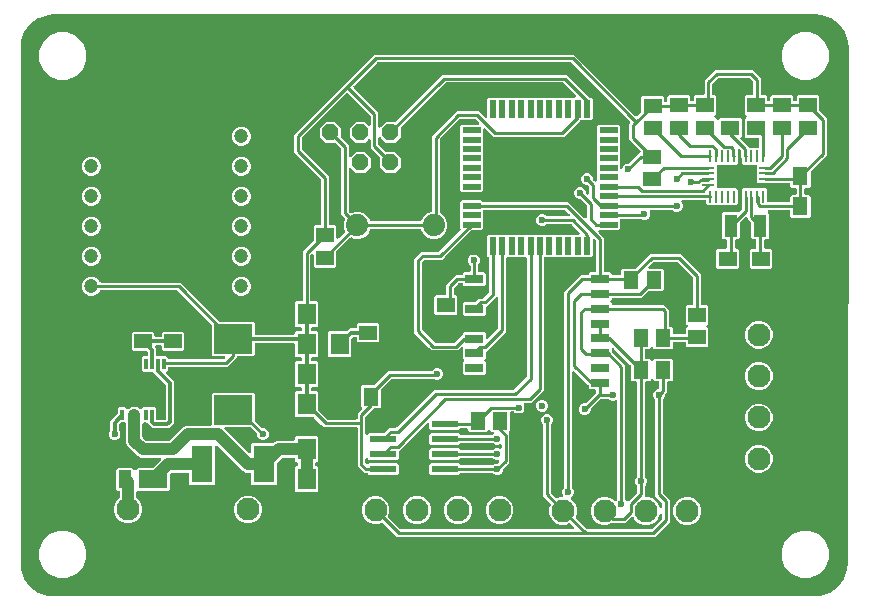
<source format=gbr>
G04 EAGLE Gerber RS-274X export*
G75*
%MOMM*%
%FSLAX34Y34*%
%LPD*%
%INTop Copper*%
%IPPOS*%
%AMOC8*
5,1,8,0,0,1.08239X$1,22.5*%
G01*
%ADD10R,1.600000X1.800000*%
%ADD11R,1.500000X1.200000*%
%ADD12R,1.050000X1.500000*%
%ADD13R,2.400000X1.500000*%
%ADD14R,1.800000X3.150000*%
%ADD15R,1.500000X0.500000*%
%ADD16R,0.500000X1.500000*%
%ADD17R,3.250000X2.500000*%
%ADD18R,0.250000X1.000000*%
%ADD19R,1.000000X0.250000*%
%ADD20R,2.900000X1.700000*%
%ADD21R,0.300000X0.900000*%
%ADD22C,1.200000*%
%ADD23R,1.500000X1.300000*%
%ADD24R,1.300000X1.500000*%
%ADD25R,1.100000X1.900000*%
%ADD26P,1.484606X8X202.500000*%
%ADD27C,1.879600*%
%ADD28R,1.525000X0.760000*%
%ADD29R,2.200000X0.600000*%
%ADD30C,1.950000*%
%ADD31C,0.600000*%
%ADD32C,0.254000*%
%ADD33C,1.000000*%
%ADD34C,0.304800*%

G36*
X675082Y2503D02*
X675082Y2503D01*
X675160Y2505D01*
X679257Y2827D01*
X679325Y2841D01*
X679394Y2845D01*
X679549Y2885D01*
X687345Y5414D01*
X687452Y5464D01*
X687562Y5508D01*
X687614Y5540D01*
X687633Y5549D01*
X687648Y5562D01*
X687698Y5594D01*
X694333Y10405D01*
X694419Y10486D01*
X694510Y10561D01*
X694550Y10608D01*
X694565Y10622D01*
X694575Y10639D01*
X694613Y10685D01*
X699439Y17309D01*
X699496Y17413D01*
X699560Y17512D01*
X699583Y17569D01*
X699593Y17587D01*
X699598Y17607D01*
X699620Y17662D01*
X702166Y25452D01*
X702179Y25519D01*
X702201Y25584D01*
X702224Y25744D01*
X702555Y29841D01*
X702554Y29862D01*
X702559Y29940D01*
X702560Y30068D01*
X703438Y467220D01*
X703439Y467946D01*
X703436Y467967D01*
X703435Y468045D01*
X703120Y472154D01*
X703106Y472222D01*
X703102Y472292D01*
X703062Y472448D01*
X700535Y480266D01*
X700485Y480374D01*
X700441Y480485D01*
X700409Y480536D01*
X700400Y480554D01*
X700387Y480570D01*
X700355Y480621D01*
X695534Y487274D01*
X695452Y487361D01*
X695377Y487453D01*
X695330Y487491D01*
X695316Y487506D01*
X695299Y487517D01*
X695253Y487555D01*
X688609Y492390D01*
X688505Y492448D01*
X688404Y492512D01*
X688348Y492534D01*
X688330Y492544D01*
X688311Y492549D01*
X688255Y492571D01*
X680441Y495113D01*
X680373Y495126D01*
X680307Y495149D01*
X680148Y495172D01*
X676040Y495495D01*
X676018Y495494D01*
X675940Y495499D01*
X675901Y495499D01*
X674379Y495499D01*
X674378Y495499D01*
X30000Y495499D01*
X29978Y495497D01*
X29900Y495495D01*
X25797Y495172D01*
X25729Y495158D01*
X25660Y495154D01*
X25505Y495114D01*
X17700Y492578D01*
X17592Y492528D01*
X17482Y492484D01*
X17430Y492452D01*
X17412Y492443D01*
X17396Y492430D01*
X17346Y492398D01*
X10707Y487574D01*
X10620Y487493D01*
X10528Y487417D01*
X10490Y487371D01*
X10475Y487357D01*
X10464Y487339D01*
X10426Y487293D01*
X5602Y480654D01*
X5545Y480550D01*
X5481Y480450D01*
X5459Y480394D01*
X5449Y480376D01*
X5444Y480356D01*
X5422Y480300D01*
X2886Y472495D01*
X2873Y472428D01*
X2850Y472362D01*
X2828Y472203D01*
X2505Y468100D01*
X2506Y468078D01*
X2501Y468000D01*
X2501Y29920D01*
X2503Y29899D01*
X2505Y29819D01*
X2832Y25730D01*
X2846Y25663D01*
X2850Y25594D01*
X2890Y25438D01*
X5424Y17662D01*
X5475Y17555D01*
X5518Y17445D01*
X5551Y17393D01*
X5560Y17374D01*
X5573Y17359D01*
X5604Y17309D01*
X10413Y10694D01*
X10494Y10608D01*
X10570Y10516D01*
X10617Y10477D01*
X10631Y10462D01*
X10648Y10451D01*
X10694Y10413D01*
X17309Y5604D01*
X17413Y5547D01*
X17512Y5484D01*
X17570Y5461D01*
X17588Y5451D01*
X17607Y5446D01*
X17662Y5424D01*
X25438Y2890D01*
X25506Y2877D01*
X25571Y2855D01*
X25730Y2832D01*
X29819Y2505D01*
X29841Y2506D01*
X29920Y2501D01*
X675060Y2501D01*
X675082Y2503D01*
G37*
%LPC*%
G36*
X321145Y52729D02*
X321145Y52729D01*
X309223Y64652D01*
X309199Y64670D01*
X309180Y64692D01*
X309074Y64767D01*
X308971Y64847D01*
X308944Y64859D01*
X308920Y64876D01*
X308799Y64922D01*
X308679Y64973D01*
X308650Y64978D01*
X308623Y64988D01*
X308494Y65003D01*
X308365Y65023D01*
X308336Y65020D01*
X308307Y65024D01*
X308178Y65005D01*
X308049Y64993D01*
X308021Y64983D01*
X307992Y64979D01*
X307839Y64927D01*
X305237Y63849D01*
X300563Y63849D01*
X296244Y65638D01*
X292938Y68944D01*
X291149Y73263D01*
X291149Y77937D01*
X292938Y82256D01*
X296244Y85562D01*
X300563Y87351D01*
X305237Y87351D01*
X309556Y85562D01*
X312862Y82256D01*
X314651Y77937D01*
X314651Y73263D01*
X313573Y70661D01*
X313565Y70632D01*
X313552Y70606D01*
X313523Y70479D01*
X313489Y70354D01*
X313489Y70324D01*
X313482Y70296D01*
X313486Y70166D01*
X313484Y70036D01*
X313491Y70007D01*
X313492Y69978D01*
X313528Y69853D01*
X313558Y69727D01*
X313572Y69701D01*
X313580Y69672D01*
X313646Y69561D01*
X313707Y69446D01*
X313727Y69424D01*
X313742Y69398D01*
X313848Y69277D01*
X323483Y59642D01*
X323561Y59582D01*
X323633Y59514D01*
X323686Y59485D01*
X323734Y59448D01*
X323825Y59408D01*
X323912Y59360D01*
X323970Y59345D01*
X324026Y59321D01*
X324124Y59306D01*
X324220Y59281D01*
X324320Y59275D01*
X324340Y59271D01*
X324353Y59273D01*
X324381Y59271D01*
X469940Y59271D01*
X470077Y59288D01*
X470216Y59301D01*
X470235Y59308D01*
X470255Y59311D01*
X470384Y59362D01*
X470515Y59409D01*
X470532Y59420D01*
X470551Y59428D01*
X470663Y59509D01*
X470778Y59587D01*
X470792Y59603D01*
X470808Y59614D01*
X470897Y59722D01*
X470989Y59826D01*
X470998Y59844D01*
X471011Y59859D01*
X471070Y59985D01*
X471133Y60109D01*
X471138Y60129D01*
X471146Y60147D01*
X471172Y60283D01*
X471203Y60419D01*
X471202Y60440D01*
X471206Y60459D01*
X471198Y60598D01*
X471193Y60737D01*
X471188Y60757D01*
X471186Y60777D01*
X471144Y60909D01*
X471105Y61043D01*
X471095Y61060D01*
X471088Y61079D01*
X471014Y61197D01*
X470943Y61317D01*
X470925Y61338D01*
X470918Y61348D01*
X470903Y61362D01*
X470837Y61437D01*
X468223Y64052D01*
X468199Y64070D01*
X468180Y64092D01*
X468074Y64167D01*
X467971Y64247D01*
X467944Y64259D01*
X467920Y64276D01*
X467799Y64322D01*
X467679Y64373D01*
X467650Y64378D01*
X467623Y64388D01*
X467494Y64403D01*
X467365Y64423D01*
X467336Y64420D01*
X467307Y64424D01*
X467178Y64405D01*
X467049Y64393D01*
X467021Y64383D01*
X466992Y64379D01*
X466839Y64327D01*
X464237Y63249D01*
X459563Y63249D01*
X455244Y65038D01*
X451938Y68344D01*
X450149Y72663D01*
X450149Y77337D01*
X451227Y79939D01*
X451235Y79968D01*
X451248Y79994D01*
X451277Y80121D01*
X451311Y80246D01*
X451311Y80276D01*
X451318Y80304D01*
X451314Y80434D01*
X451316Y80564D01*
X451309Y80593D01*
X451308Y80622D01*
X451272Y80747D01*
X451242Y80873D01*
X451228Y80899D01*
X451220Y80928D01*
X451154Y81039D01*
X451093Y81154D01*
X451073Y81176D01*
X451058Y81202D01*
X450952Y81323D01*
X447017Y85258D01*
X444729Y87545D01*
X444729Y147673D01*
X444717Y147771D01*
X444714Y147870D01*
X444697Y147928D01*
X444689Y147988D01*
X444653Y148080D01*
X444625Y148176D01*
X444595Y148228D01*
X444572Y148284D01*
X444514Y148364D01*
X444464Y148450D01*
X444398Y148525D01*
X444386Y148541D01*
X444376Y148549D01*
X444358Y148570D01*
X443761Y149167D01*
X442999Y151005D01*
X442999Y152995D01*
X443761Y154833D01*
X445167Y156239D01*
X447005Y157001D01*
X448995Y157001D01*
X450833Y156239D01*
X452239Y154833D01*
X453001Y152995D01*
X453001Y151005D01*
X452239Y149167D01*
X451642Y148570D01*
X451582Y148492D01*
X451514Y148420D01*
X451485Y148367D01*
X451448Y148319D01*
X451408Y148228D01*
X451360Y148141D01*
X451345Y148083D01*
X451321Y148027D01*
X451306Y147929D01*
X451281Y147834D01*
X451275Y147734D01*
X451271Y147713D01*
X451273Y147701D01*
X451271Y147673D01*
X451271Y90781D01*
X451283Y90682D01*
X451286Y90583D01*
X451303Y90525D01*
X451311Y90465D01*
X451347Y90373D01*
X451375Y90278D01*
X451405Y90226D01*
X451428Y90169D01*
X451486Y90089D01*
X451536Y90004D01*
X451602Y89928D01*
X451614Y89912D01*
X451624Y89904D01*
X451642Y89883D01*
X455577Y85948D01*
X455601Y85930D01*
X455620Y85908D01*
X455726Y85833D01*
X455829Y85753D01*
X455856Y85741D01*
X455880Y85724D01*
X456001Y85678D01*
X456121Y85627D01*
X456150Y85622D01*
X456177Y85612D01*
X456306Y85597D01*
X456435Y85577D01*
X456464Y85580D01*
X456493Y85576D01*
X456622Y85595D01*
X456751Y85607D01*
X456779Y85617D01*
X456808Y85621D01*
X456961Y85673D01*
X459563Y86751D01*
X460406Y86751D01*
X460456Y86757D01*
X460505Y86755D01*
X460613Y86777D01*
X460722Y86791D01*
X460768Y86809D01*
X460817Y86819D01*
X460915Y86867D01*
X461018Y86908D01*
X461058Y86937D01*
X461102Y86959D01*
X461186Y87030D01*
X461275Y87094D01*
X461307Y87133D01*
X461344Y87165D01*
X461408Y87255D01*
X461478Y87339D01*
X461499Y87384D01*
X461528Y87425D01*
X461566Y87528D01*
X461613Y87627D01*
X461623Y87676D01*
X461640Y87722D01*
X461652Y87832D01*
X461673Y87939D01*
X461670Y87989D01*
X461675Y88038D01*
X461660Y88147D01*
X461653Y88257D01*
X461638Y88304D01*
X461631Y88353D01*
X461579Y88506D01*
X460999Y89905D01*
X460999Y91895D01*
X461761Y93733D01*
X462358Y94330D01*
X462418Y94408D01*
X462486Y94480D01*
X462515Y94533D01*
X462552Y94581D01*
X462592Y94672D01*
X462640Y94759D01*
X462655Y94817D01*
X462679Y94873D01*
X462694Y94971D01*
X462719Y95066D01*
X462725Y95166D01*
X462729Y95187D01*
X462727Y95199D01*
X462729Y95227D01*
X462729Y260355D01*
X476695Y274321D01*
X482255Y274321D01*
X482373Y274336D01*
X482492Y274343D01*
X482530Y274356D01*
X482571Y274361D01*
X482681Y274404D01*
X482794Y274441D01*
X482829Y274463D01*
X482866Y274478D01*
X482962Y274547D01*
X483063Y274611D01*
X483091Y274641D01*
X483124Y274664D01*
X483200Y274756D01*
X483281Y274843D01*
X483301Y274878D01*
X483326Y274909D01*
X483377Y275017D01*
X483435Y275121D01*
X483445Y275161D01*
X483462Y275197D01*
X483484Y275314D01*
X483514Y275429D01*
X483518Y275489D01*
X483522Y275509D01*
X483520Y275530D01*
X483524Y275590D01*
X483524Y275679D01*
X484696Y276851D01*
X488610Y276851D01*
X488728Y276866D01*
X488847Y276873D01*
X488885Y276886D01*
X488926Y276891D01*
X489036Y276934D01*
X489149Y276971D01*
X489184Y276993D01*
X489221Y277008D01*
X489317Y277077D01*
X489418Y277141D01*
X489446Y277171D01*
X489479Y277194D01*
X489555Y277286D01*
X489636Y277373D01*
X489656Y277408D01*
X489681Y277439D01*
X489732Y277547D01*
X489790Y277651D01*
X489800Y277691D01*
X489817Y277727D01*
X489839Y277844D01*
X489869Y277959D01*
X489873Y278019D01*
X489877Y278039D01*
X489875Y278060D01*
X489879Y278120D01*
X489879Y302969D01*
X489867Y303068D01*
X489864Y303167D01*
X489847Y303225D01*
X489839Y303285D01*
X489803Y303377D01*
X489775Y303472D01*
X489745Y303524D01*
X489722Y303581D01*
X489664Y303661D01*
X489614Y303746D01*
X489548Y303821D01*
X489536Y303838D01*
X489526Y303846D01*
X489508Y303867D01*
X488868Y304507D01*
X488758Y304592D01*
X488651Y304681D01*
X488632Y304690D01*
X488616Y304702D01*
X488488Y304757D01*
X488363Y304816D01*
X488343Y304820D01*
X488324Y304828D01*
X488186Y304850D01*
X488050Y304876D01*
X488030Y304875D01*
X488010Y304878D01*
X487871Y304865D01*
X487733Y304856D01*
X487714Y304850D01*
X487694Y304848D01*
X487563Y304801D01*
X487431Y304758D01*
X487413Y304748D01*
X487394Y304741D01*
X487279Y304663D01*
X487162Y304588D01*
X487148Y304573D01*
X487131Y304562D01*
X487039Y304458D01*
X486944Y304357D01*
X486934Y304339D01*
X486921Y304324D01*
X486858Y304200D01*
X486790Y304078D01*
X486785Y304059D01*
X486776Y304040D01*
X486746Y303905D01*
X486711Y303770D01*
X486709Y303742D01*
X486706Y303730D01*
X486707Y303710D01*
X486701Y303610D01*
X486701Y290971D01*
X485529Y289799D01*
X478774Y289799D01*
X478737Y289815D01*
X478631Y289869D01*
X478591Y289878D01*
X478554Y289894D01*
X478437Y289913D01*
X478320Y289939D01*
X478280Y289938D01*
X478240Y289944D01*
X478122Y289933D01*
X478003Y289929D01*
X477964Y289918D01*
X477924Y289914D01*
X477812Y289874D01*
X477697Y289841D01*
X477662Y289820D01*
X477624Y289807D01*
X477613Y289799D01*
X470774Y289799D01*
X470737Y289815D01*
X470631Y289869D01*
X470591Y289878D01*
X470554Y289894D01*
X470437Y289913D01*
X470320Y289939D01*
X470280Y289938D01*
X470240Y289944D01*
X470122Y289933D01*
X470003Y289929D01*
X469964Y289918D01*
X469924Y289914D01*
X469812Y289874D01*
X469697Y289841D01*
X469662Y289820D01*
X469624Y289807D01*
X469613Y289799D01*
X462774Y289799D01*
X462737Y289815D01*
X462631Y289869D01*
X462591Y289878D01*
X462554Y289894D01*
X462437Y289913D01*
X462320Y289939D01*
X462280Y289938D01*
X462240Y289944D01*
X462122Y289933D01*
X462003Y289929D01*
X461964Y289918D01*
X461924Y289914D01*
X461812Y289874D01*
X461697Y289841D01*
X461662Y289820D01*
X461624Y289807D01*
X461613Y289799D01*
X454774Y289799D01*
X454737Y289815D01*
X454631Y289869D01*
X454591Y289878D01*
X454554Y289894D01*
X454437Y289913D01*
X454320Y289939D01*
X454280Y289938D01*
X454240Y289944D01*
X454122Y289933D01*
X454003Y289929D01*
X453964Y289918D01*
X453924Y289914D01*
X453812Y289874D01*
X453697Y289841D01*
X453662Y289820D01*
X453624Y289807D01*
X453613Y289799D01*
X446740Y289799D01*
X446622Y289784D01*
X446503Y289777D01*
X446465Y289764D01*
X446424Y289759D01*
X446314Y289716D01*
X446201Y289679D01*
X446166Y289657D01*
X446129Y289642D01*
X446033Y289573D01*
X445932Y289509D01*
X445904Y289479D01*
X445871Y289456D01*
X445795Y289364D01*
X445714Y289277D01*
X445694Y289242D01*
X445669Y289211D01*
X445618Y289103D01*
X445560Y288999D01*
X445550Y288959D01*
X445533Y288923D01*
X445511Y288806D01*
X445481Y288691D01*
X445477Y288631D01*
X445473Y288611D01*
X445475Y288590D01*
X445471Y288530D01*
X445471Y176845D01*
X434815Y166189D01*
X429746Y166189D01*
X429697Y166183D01*
X429647Y166185D01*
X429540Y166163D01*
X429431Y166149D01*
X429384Y166131D01*
X429336Y166121D01*
X429237Y166073D01*
X429135Y166032D01*
X429095Y166003D01*
X429050Y165981D01*
X428966Y165910D01*
X428878Y165846D01*
X428846Y165807D01*
X428808Y165775D01*
X428745Y165685D01*
X428675Y165601D01*
X428654Y165556D01*
X428625Y165515D01*
X428586Y165412D01*
X428539Y165313D01*
X428530Y165264D01*
X428512Y165218D01*
X428500Y165108D01*
X428479Y165001D01*
X428482Y164951D01*
X428477Y164902D01*
X428492Y164793D01*
X428499Y164683D01*
X428514Y164636D01*
X428521Y164587D01*
X428573Y164434D01*
X429001Y163403D01*
X429001Y161413D01*
X428239Y159575D01*
X426833Y158169D01*
X424995Y157407D01*
X423005Y157407D01*
X421167Y158169D01*
X420570Y158766D01*
X420492Y158826D01*
X420420Y158894D01*
X420367Y158923D01*
X420319Y158960D01*
X420228Y159000D01*
X420141Y159048D01*
X420083Y159063D01*
X420027Y159087D01*
X419929Y159102D01*
X419834Y159127D01*
X419734Y159133D01*
X419713Y159137D01*
X419701Y159135D01*
X419673Y159137D01*
X418170Y159137D01*
X418052Y159122D01*
X417933Y159115D01*
X417895Y159102D01*
X417854Y159097D01*
X417744Y159054D01*
X417631Y159017D01*
X417596Y158995D01*
X417559Y158980D01*
X417463Y158911D01*
X417362Y158847D01*
X417334Y158817D01*
X417301Y158794D01*
X417225Y158702D01*
X417144Y158615D01*
X417124Y158580D01*
X417099Y158549D01*
X417048Y158441D01*
X416990Y158337D01*
X416980Y158297D01*
X416963Y158261D01*
X416941Y158144D01*
X416911Y158029D01*
X416907Y157969D01*
X416903Y157949D01*
X416905Y157928D01*
X416901Y157868D01*
X416901Y143071D01*
X416112Y142282D01*
X416038Y142188D01*
X415960Y142099D01*
X415941Y142063D01*
X415917Y142031D01*
X415869Y141922D01*
X415815Y141815D01*
X415806Y141776D01*
X415790Y141739D01*
X415772Y141621D01*
X415746Y141505D01*
X415747Y141465D01*
X415740Y141425D01*
X415752Y141306D01*
X415755Y141187D01*
X415766Y141149D01*
X415770Y141108D01*
X415811Y140996D01*
X415844Y140882D01*
X415864Y140847D01*
X415878Y140809D01*
X415945Y140710D01*
X416005Y140608D01*
X416045Y140563D01*
X416056Y140546D01*
X416072Y140532D01*
X416112Y140487D01*
X416323Y140276D01*
X416323Y115697D01*
X411372Y110747D01*
X411312Y110669D01*
X411244Y110597D01*
X411215Y110544D01*
X411178Y110496D01*
X411138Y110405D01*
X411090Y110318D01*
X411075Y110260D01*
X411051Y110204D01*
X411036Y110106D01*
X411011Y110010D01*
X411005Y109910D01*
X411001Y109890D01*
X411003Y109877D01*
X411001Y109849D01*
X411001Y109005D01*
X410239Y107167D01*
X408833Y105761D01*
X406995Y104999D01*
X405005Y104999D01*
X403167Y105761D01*
X402320Y106608D01*
X402242Y106668D01*
X402170Y106736D01*
X402117Y106765D01*
X402069Y106802D01*
X401978Y106842D01*
X401891Y106890D01*
X401833Y106905D01*
X401777Y106929D01*
X401679Y106944D01*
X401584Y106969D01*
X401484Y106975D01*
X401463Y106979D01*
X401451Y106977D01*
X401423Y106979D01*
X375584Y106979D01*
X375486Y106967D01*
X375387Y106964D01*
X375329Y106947D01*
X375269Y106939D01*
X375177Y106903D01*
X375082Y106875D01*
X375030Y106845D01*
X374973Y106822D01*
X374893Y106764D01*
X374808Y106714D01*
X374732Y106648D01*
X374716Y106636D01*
X374708Y106626D01*
X374687Y106608D01*
X373329Y105249D01*
X349671Y105249D01*
X348499Y106421D01*
X348499Y114079D01*
X349671Y115251D01*
X373329Y115251D01*
X374687Y113892D01*
X374765Y113832D01*
X374837Y113764D01*
X374890Y113735D01*
X374938Y113698D01*
X375029Y113658D01*
X375116Y113610D01*
X375174Y113595D01*
X375230Y113571D01*
X375328Y113556D01*
X375424Y113531D01*
X375524Y113525D01*
X375544Y113521D01*
X375556Y113523D01*
X375584Y113521D01*
X401923Y113521D01*
X402021Y113533D01*
X402120Y113536D01*
X402178Y113553D01*
X402238Y113561D01*
X402330Y113597D01*
X402426Y113625D01*
X402478Y113655D01*
X402534Y113678D01*
X402614Y113736D01*
X402700Y113786D01*
X402775Y113852D01*
X402791Y113864D01*
X402799Y113874D01*
X402820Y113892D01*
X403167Y114239D01*
X405005Y115001D01*
X405849Y115001D01*
X405948Y115013D01*
X406047Y115016D01*
X406105Y115033D01*
X406165Y115041D01*
X406257Y115077D01*
X406352Y115105D01*
X406404Y115135D01*
X406461Y115158D01*
X406541Y115216D01*
X406626Y115266D01*
X406702Y115332D01*
X406718Y115344D01*
X406726Y115354D01*
X406747Y115372D01*
X407207Y115833D01*
X407292Y115942D01*
X407381Y116049D01*
X407390Y116068D01*
X407402Y116084D01*
X407457Y116212D01*
X407516Y116337D01*
X407520Y116357D01*
X407528Y116376D01*
X407550Y116514D01*
X407576Y116650D01*
X407575Y116670D01*
X407578Y116690D01*
X407565Y116829D01*
X407556Y116967D01*
X407550Y116986D01*
X407548Y117006D01*
X407501Y117138D01*
X407458Y117269D01*
X407448Y117287D01*
X407441Y117306D01*
X407363Y117421D01*
X407288Y117538D01*
X407273Y117552D01*
X407262Y117569D01*
X407158Y117661D01*
X407057Y117756D01*
X407039Y117766D01*
X407024Y117779D01*
X406900Y117842D01*
X406778Y117910D01*
X406759Y117915D01*
X406740Y117924D01*
X406605Y117954D01*
X406470Y117989D01*
X406442Y117991D01*
X406430Y117994D01*
X406410Y117993D01*
X406310Y117999D01*
X405005Y117999D01*
X403167Y118761D01*
X402620Y119308D01*
X402542Y119368D01*
X402470Y119436D01*
X402417Y119465D01*
X402369Y119502D01*
X402278Y119542D01*
X402191Y119590D01*
X402133Y119605D01*
X402077Y119629D01*
X401979Y119644D01*
X401884Y119669D01*
X401784Y119675D01*
X401763Y119679D01*
X401751Y119677D01*
X401723Y119679D01*
X375584Y119679D01*
X375486Y119667D01*
X375387Y119664D01*
X375329Y119647D01*
X375269Y119639D01*
X375177Y119603D01*
X375082Y119575D01*
X375030Y119545D01*
X374973Y119522D01*
X374893Y119464D01*
X374808Y119414D01*
X374732Y119348D01*
X374716Y119336D01*
X374708Y119326D01*
X374687Y119308D01*
X373329Y117949D01*
X349671Y117949D01*
X348499Y119121D01*
X348499Y126779D01*
X349671Y127951D01*
X373329Y127951D01*
X374687Y126592D01*
X374765Y126532D01*
X374837Y126464D01*
X374890Y126435D01*
X374938Y126398D01*
X375029Y126358D01*
X375116Y126310D01*
X375174Y126295D01*
X375230Y126271D01*
X375328Y126256D01*
X375424Y126231D01*
X375524Y126225D01*
X375544Y126221D01*
X375556Y126223D01*
X375584Y126221D01*
X401623Y126221D01*
X401721Y126233D01*
X401820Y126236D01*
X401878Y126253D01*
X401938Y126261D01*
X402030Y126297D01*
X402126Y126325D01*
X402178Y126355D01*
X402234Y126378D01*
X402314Y126436D01*
X402400Y126486D01*
X402475Y126552D01*
X402491Y126564D01*
X402499Y126574D01*
X402520Y126592D01*
X403167Y127239D01*
X405005Y128001D01*
X406995Y128001D01*
X408026Y127573D01*
X408074Y127560D01*
X408119Y127539D01*
X408227Y127519D01*
X408333Y127490D01*
X408383Y127489D01*
X408432Y127479D01*
X408541Y127486D01*
X408651Y127484D01*
X408699Y127496D01*
X408749Y127499D01*
X408853Y127533D01*
X408960Y127559D01*
X409004Y127582D01*
X409051Y127597D01*
X409144Y127656D01*
X409241Y127707D01*
X409278Y127741D01*
X409320Y127767D01*
X409395Y127847D01*
X409477Y127921D01*
X409504Y127963D01*
X409538Y127999D01*
X409591Y128095D01*
X409651Y128187D01*
X409668Y128234D01*
X409692Y128277D01*
X409719Y128384D01*
X409755Y128488D01*
X409759Y128537D01*
X409771Y128585D01*
X409781Y128746D01*
X409781Y130254D01*
X409775Y130303D01*
X409777Y130353D01*
X409755Y130460D01*
X409741Y130569D01*
X409723Y130616D01*
X409713Y130664D01*
X409665Y130763D01*
X409624Y130865D01*
X409595Y130905D01*
X409573Y130950D01*
X409502Y131034D01*
X409438Y131122D01*
X409399Y131154D01*
X409367Y131192D01*
X409277Y131255D01*
X409193Y131325D01*
X409148Y131346D01*
X409107Y131375D01*
X409004Y131414D01*
X408905Y131461D01*
X408856Y131470D01*
X408810Y131488D01*
X408700Y131500D01*
X408593Y131521D01*
X408543Y131518D01*
X408494Y131523D01*
X408385Y131508D01*
X408275Y131501D01*
X408228Y131486D01*
X408179Y131479D01*
X408026Y131427D01*
X406995Y130999D01*
X405005Y130999D01*
X403167Y131761D01*
X402920Y132008D01*
X402842Y132068D01*
X402770Y132136D01*
X402717Y132165D01*
X402669Y132202D01*
X402578Y132242D01*
X402491Y132290D01*
X402433Y132305D01*
X402377Y132329D01*
X402279Y132344D01*
X402184Y132369D01*
X402084Y132375D01*
X402063Y132379D01*
X402051Y132377D01*
X402023Y132379D01*
X375584Y132379D01*
X375486Y132367D01*
X375387Y132364D01*
X375329Y132347D01*
X375269Y132339D01*
X375177Y132303D01*
X375082Y132275D01*
X375030Y132245D01*
X374973Y132222D01*
X374893Y132164D01*
X374808Y132114D01*
X374732Y132048D01*
X374716Y132036D01*
X374708Y132026D01*
X374687Y132008D01*
X373329Y130649D01*
X349671Y130649D01*
X348499Y131821D01*
X348499Y139479D01*
X349671Y140651D01*
X373329Y140651D01*
X374687Y139292D01*
X374765Y139232D01*
X374837Y139164D01*
X374890Y139135D01*
X374938Y139098D01*
X375029Y139058D01*
X375116Y139010D01*
X375174Y138995D01*
X375230Y138971D01*
X375328Y138956D01*
X375424Y138931D01*
X375524Y138925D01*
X375544Y138921D01*
X375556Y138923D01*
X375584Y138921D01*
X401323Y138921D01*
X401421Y138933D01*
X401520Y138936D01*
X401578Y138953D01*
X401638Y138961D01*
X401730Y138997D01*
X401826Y139025D01*
X401878Y139055D01*
X401934Y139078D01*
X402014Y139136D01*
X402099Y139186D01*
X402175Y139252D01*
X402191Y139264D01*
X402199Y139274D01*
X402220Y139292D01*
X402660Y139732D01*
X402746Y139842D01*
X402834Y139949D01*
X402843Y139968D01*
X402855Y139984D01*
X402911Y140111D01*
X402970Y140237D01*
X402974Y140257D01*
X402982Y140276D01*
X403004Y140413D01*
X403030Y140550D01*
X403028Y140570D01*
X403032Y140590D01*
X403018Y140729D01*
X403010Y140867D01*
X403004Y140886D01*
X403002Y140906D01*
X402955Y141038D01*
X402912Y141169D01*
X402901Y141186D01*
X402894Y141206D01*
X402816Y141321D01*
X402742Y141438D01*
X402727Y141452D01*
X402716Y141469D01*
X402611Y141561D01*
X402510Y141656D01*
X402492Y141666D01*
X402477Y141679D01*
X402353Y141743D01*
X402232Y141810D01*
X402212Y141815D01*
X402194Y141824D01*
X402058Y141854D01*
X401924Y141889D01*
X401896Y141891D01*
X401884Y141894D01*
X401863Y141893D01*
X401763Y141899D01*
X401071Y141899D01*
X399797Y143173D01*
X399703Y143246D01*
X399614Y143325D01*
X399578Y143343D01*
X399546Y143368D01*
X399437Y143415D01*
X399331Y143469D01*
X399292Y143478D01*
X399254Y143494D01*
X399137Y143513D01*
X399021Y143539D01*
X398980Y143538D01*
X398940Y143544D01*
X398822Y143533D01*
X398703Y143529D01*
X398664Y143518D01*
X398624Y143514D01*
X398512Y143474D01*
X398397Y143441D01*
X398362Y143420D01*
X398324Y143407D01*
X398226Y143340D01*
X398123Y143279D01*
X398078Y143240D01*
X398061Y143228D01*
X398048Y143213D01*
X398002Y143173D01*
X396729Y141899D01*
X382071Y141899D01*
X380899Y143071D01*
X380899Y143810D01*
X380884Y143928D01*
X380877Y144047D01*
X380864Y144085D01*
X380859Y144126D01*
X380816Y144236D01*
X380779Y144349D01*
X380757Y144384D01*
X380742Y144421D01*
X380673Y144517D01*
X380609Y144618D01*
X380579Y144646D01*
X380556Y144679D01*
X380464Y144755D01*
X380377Y144836D01*
X380342Y144856D01*
X380311Y144881D01*
X380203Y144932D01*
X380099Y144990D01*
X380059Y145000D01*
X380023Y145017D01*
X379906Y145039D01*
X379791Y145069D01*
X379731Y145073D01*
X379711Y145077D01*
X379690Y145075D01*
X379630Y145079D01*
X375584Y145079D01*
X375486Y145067D01*
X375387Y145064D01*
X375329Y145047D01*
X375269Y145039D01*
X375177Y145003D01*
X375082Y144975D01*
X375030Y144945D01*
X374973Y144922D01*
X374893Y144864D01*
X374808Y144814D01*
X374732Y144748D01*
X374716Y144736D01*
X374708Y144726D01*
X374687Y144708D01*
X373329Y143349D01*
X349671Y143349D01*
X348499Y144521D01*
X348499Y148335D01*
X348482Y148473D01*
X348469Y148611D01*
X348462Y148630D01*
X348459Y148651D01*
X348408Y148780D01*
X348361Y148911D01*
X348350Y148927D01*
X348342Y148946D01*
X348261Y149058D01*
X348183Y149174D01*
X348167Y149187D01*
X348156Y149204D01*
X348048Y149292D01*
X347944Y149384D01*
X347926Y149393D01*
X347911Y149406D01*
X347785Y149466D01*
X347661Y149529D01*
X347641Y149533D01*
X347623Y149542D01*
X347487Y149568D01*
X347351Y149599D01*
X347330Y149598D01*
X347311Y149602D01*
X347172Y149593D01*
X347033Y149589D01*
X347013Y149583D01*
X346993Y149582D01*
X346861Y149539D01*
X346727Y149500D01*
X346710Y149490D01*
X346691Y149484D01*
X346573Y149410D01*
X346453Y149339D01*
X346432Y149320D01*
X346422Y149314D01*
X346408Y149299D01*
X346333Y149233D01*
X322872Y125772D01*
X322812Y125694D01*
X322744Y125622D01*
X322715Y125569D01*
X322678Y125521D01*
X322638Y125430D01*
X322590Y125344D01*
X322575Y125285D01*
X322551Y125229D01*
X322536Y125131D01*
X322511Y125036D01*
X322505Y124936D01*
X322501Y124915D01*
X322503Y124903D01*
X322501Y124875D01*
X322501Y119121D01*
X321329Y117949D01*
X297671Y117949D01*
X296437Y119183D01*
X296328Y119268D01*
X296221Y119357D01*
X296202Y119366D01*
X296186Y119378D01*
X296058Y119433D01*
X295933Y119492D01*
X295913Y119496D01*
X295894Y119504D01*
X295756Y119526D01*
X295620Y119552D01*
X295600Y119551D01*
X295580Y119554D01*
X295441Y119541D01*
X295303Y119533D01*
X295284Y119526D01*
X295264Y119524D01*
X295132Y119477D01*
X295001Y119434D01*
X294983Y119424D01*
X294964Y119417D01*
X294849Y119339D01*
X294732Y119264D01*
X294718Y119250D01*
X294701Y119238D01*
X294609Y119134D01*
X294514Y119033D01*
X294504Y119015D01*
X294491Y119000D01*
X294427Y118876D01*
X294360Y118754D01*
X294355Y118735D01*
X294346Y118717D01*
X294316Y118581D01*
X294281Y118446D01*
X294279Y118418D01*
X294276Y118406D01*
X294277Y118386D01*
X294271Y118286D01*
X294271Y115881D01*
X294283Y115782D01*
X294286Y115683D01*
X294303Y115625D01*
X294311Y115565D01*
X294347Y115473D01*
X294375Y115378D01*
X294405Y115326D01*
X294428Y115269D01*
X294486Y115189D01*
X294536Y115104D01*
X294602Y115028D01*
X294614Y115012D01*
X294624Y115004D01*
X294642Y114983D01*
X295126Y114500D01*
X295220Y114427D01*
X295309Y114348D01*
X295345Y114330D01*
X295377Y114305D01*
X295486Y114258D01*
X295592Y114204D01*
X295631Y114195D01*
X295669Y114179D01*
X295787Y114160D01*
X295902Y114134D01*
X295943Y114135D01*
X295983Y114129D01*
X296101Y114140D01*
X296220Y114144D01*
X296259Y114155D01*
X296299Y114159D01*
X296411Y114199D01*
X296526Y114232D01*
X296561Y114253D01*
X296599Y114266D01*
X296697Y114333D01*
X296800Y114394D01*
X296845Y114433D01*
X296862Y114445D01*
X296875Y114460D01*
X296921Y114500D01*
X297671Y115251D01*
X321329Y115251D01*
X322501Y114079D01*
X322501Y106421D01*
X321329Y105249D01*
X297671Y105249D01*
X296563Y106358D01*
X296485Y106418D01*
X296413Y106486D01*
X296360Y106515D01*
X296312Y106552D01*
X296221Y106592D01*
X296134Y106640D01*
X296076Y106655D01*
X296020Y106679D01*
X295922Y106694D01*
X295826Y106719D01*
X295726Y106725D01*
X295706Y106729D01*
X295694Y106727D01*
X295666Y106729D01*
X293645Y106729D01*
X287729Y112645D01*
X287729Y144460D01*
X287714Y144578D01*
X287707Y144697D01*
X287694Y144735D01*
X287689Y144776D01*
X287646Y144886D01*
X287609Y144999D01*
X287587Y145034D01*
X287572Y145071D01*
X287503Y145167D01*
X287439Y145268D01*
X287409Y145296D01*
X287386Y145329D01*
X287294Y145405D01*
X287207Y145486D01*
X287172Y145506D01*
X287141Y145531D01*
X287033Y145582D01*
X286929Y145640D01*
X286889Y145650D01*
X286853Y145667D01*
X286736Y145689D01*
X286621Y145719D01*
X286561Y145723D01*
X286541Y145727D01*
X286520Y145725D01*
X286460Y145729D01*
X259245Y145729D01*
X256958Y148017D01*
X251247Y153728D01*
X251169Y153788D01*
X251097Y153856D01*
X251044Y153885D01*
X250996Y153922D01*
X250905Y153962D01*
X250818Y154010D01*
X250760Y154025D01*
X250704Y154049D01*
X250606Y154064D01*
X250510Y154089D01*
X250410Y154095D01*
X250390Y154099D01*
X250377Y154097D01*
X250349Y154099D01*
X235671Y154099D01*
X234499Y155271D01*
X234499Y174929D01*
X235671Y176101D01*
X239706Y176101D01*
X239824Y176116D01*
X239943Y176123D01*
X239981Y176136D01*
X240022Y176141D01*
X240132Y176184D01*
X240245Y176221D01*
X240280Y176243D01*
X240317Y176258D01*
X240413Y176327D01*
X240514Y176391D01*
X240542Y176421D01*
X240575Y176444D01*
X240651Y176536D01*
X240732Y176623D01*
X240752Y176658D01*
X240777Y176689D01*
X240828Y176797D01*
X240886Y176901D01*
X240896Y176941D01*
X240913Y176977D01*
X240935Y177094D01*
X240965Y177209D01*
X240969Y177269D01*
X240973Y177289D01*
X240971Y177310D01*
X240975Y177370D01*
X240975Y178230D01*
X240960Y178348D01*
X240953Y178467D01*
X240940Y178505D01*
X240935Y178546D01*
X240892Y178656D01*
X240855Y178769D01*
X240833Y178804D01*
X240818Y178841D01*
X240749Y178937D01*
X240685Y179038D01*
X240655Y179066D01*
X240632Y179099D01*
X240540Y179175D01*
X240453Y179256D01*
X240418Y179276D01*
X240387Y179301D01*
X240279Y179352D01*
X240175Y179410D01*
X240135Y179420D01*
X240099Y179437D01*
X239982Y179459D01*
X239867Y179489D01*
X239807Y179493D01*
X239787Y179497D01*
X239766Y179495D01*
X239706Y179499D01*
X235671Y179499D01*
X234499Y180671D01*
X234499Y200329D01*
X235671Y201501D01*
X239706Y201501D01*
X239824Y201516D01*
X239943Y201523D01*
X239981Y201536D01*
X240022Y201541D01*
X240132Y201584D01*
X240245Y201621D01*
X240280Y201643D01*
X240317Y201658D01*
X240413Y201727D01*
X240514Y201791D01*
X240542Y201821D01*
X240575Y201844D01*
X240651Y201936D01*
X240732Y202023D01*
X240752Y202058D01*
X240777Y202089D01*
X240828Y202197D01*
X240886Y202301D01*
X240896Y202341D01*
X240913Y202377D01*
X240935Y202494D01*
X240965Y202609D01*
X240969Y202669D01*
X240973Y202689D01*
X240971Y202710D01*
X240975Y202770D01*
X240975Y203630D01*
X240960Y203748D01*
X240953Y203867D01*
X240940Y203905D01*
X240935Y203946D01*
X240892Y204056D01*
X240855Y204169D01*
X240833Y204204D01*
X240818Y204241D01*
X240749Y204337D01*
X240685Y204438D01*
X240655Y204466D01*
X240632Y204499D01*
X240540Y204575D01*
X240453Y204656D01*
X240418Y204676D01*
X240387Y204701D01*
X240279Y204752D01*
X240175Y204810D01*
X240135Y204820D01*
X240099Y204837D01*
X239982Y204859D01*
X239867Y204889D01*
X239807Y204893D01*
X239787Y204897D01*
X239766Y204895D01*
X239706Y204899D01*
X235671Y204899D01*
X234499Y206071D01*
X234499Y215706D01*
X234484Y215824D01*
X234477Y215943D01*
X234464Y215981D01*
X234459Y216022D01*
X234416Y216132D01*
X234379Y216245D01*
X234357Y216280D01*
X234342Y216317D01*
X234273Y216413D01*
X234209Y216514D01*
X234179Y216542D01*
X234156Y216575D01*
X234064Y216651D01*
X233977Y216732D01*
X233942Y216752D01*
X233911Y216777D01*
X233803Y216828D01*
X233699Y216886D01*
X233659Y216896D01*
X233623Y216913D01*
X233506Y216935D01*
X233391Y216965D01*
X233331Y216969D01*
X233311Y216973D01*
X233290Y216971D01*
X233230Y216975D01*
X201820Y216975D01*
X201702Y216960D01*
X201583Y216953D01*
X201545Y216940D01*
X201504Y216935D01*
X201394Y216892D01*
X201281Y216855D01*
X201246Y216833D01*
X201209Y216818D01*
X201113Y216749D01*
X201012Y216685D01*
X200984Y216655D01*
X200951Y216632D01*
X200875Y216540D01*
X200794Y216453D01*
X200774Y216418D01*
X200749Y216387D01*
X200698Y216279D01*
X200640Y216175D01*
X200630Y216135D01*
X200613Y216099D01*
X200591Y215982D01*
X200561Y215867D01*
X200557Y215807D01*
X200553Y215787D01*
X200555Y215766D01*
X200551Y215706D01*
X200551Y207171D01*
X199379Y205999D01*
X186840Y205999D01*
X186722Y205984D01*
X186603Y205977D01*
X186565Y205964D01*
X186524Y205959D01*
X186414Y205916D01*
X186301Y205879D01*
X186266Y205857D01*
X186229Y205842D01*
X186133Y205773D01*
X186032Y205709D01*
X186004Y205679D01*
X185971Y205656D01*
X185895Y205564D01*
X185814Y205477D01*
X185794Y205442D01*
X185769Y205411D01*
X185718Y205303D01*
X185660Y205199D01*
X185650Y205159D01*
X185633Y205123D01*
X185611Y205006D01*
X185603Y204978D01*
X177355Y196729D01*
X128370Y196729D01*
X128252Y196714D01*
X128133Y196707D01*
X128095Y196694D01*
X128054Y196689D01*
X127944Y196646D01*
X127831Y196609D01*
X127796Y196587D01*
X127759Y196572D01*
X127663Y196503D01*
X127562Y196439D01*
X127534Y196409D01*
X127501Y196386D01*
X127425Y196294D01*
X127344Y196207D01*
X127324Y196172D01*
X127299Y196141D01*
X127248Y196033D01*
X127190Y195929D01*
X127180Y195889D01*
X127163Y195853D01*
X127141Y195736D01*
X127111Y195621D01*
X127107Y195561D01*
X127103Y195541D01*
X127105Y195520D01*
X127104Y195511D01*
X127103Y195507D01*
X127104Y195504D01*
X127101Y195460D01*
X127101Y193971D01*
X125913Y192783D01*
X125840Y192689D01*
X125761Y192600D01*
X125743Y192564D01*
X125718Y192532D01*
X125670Y192423D01*
X125616Y192317D01*
X125608Y192277D01*
X125591Y192240D01*
X125573Y192122D01*
X125547Y192006D01*
X125548Y191966D01*
X125542Y191926D01*
X125553Y191807D01*
X125556Y191689D01*
X125568Y191650D01*
X125571Y191609D01*
X125612Y191497D01*
X125645Y191383D01*
X125665Y191348D01*
X125679Y191310D01*
X125746Y191212D01*
X125806Y191109D01*
X125846Y191064D01*
X125858Y191047D01*
X125873Y191034D01*
X125913Y190988D01*
X132149Y184752D01*
X132149Y148880D01*
X128020Y144751D01*
X114180Y144751D01*
X110002Y148929D01*
X109992Y148956D01*
X109955Y149069D01*
X109933Y149104D01*
X109918Y149141D01*
X109849Y149237D01*
X109785Y149338D01*
X109755Y149366D01*
X109732Y149399D01*
X109640Y149475D01*
X109553Y149556D01*
X109518Y149576D01*
X109487Y149601D01*
X109379Y149652D01*
X109275Y149710D01*
X109235Y149720D01*
X109199Y149737D01*
X109082Y149759D01*
X108967Y149789D01*
X108907Y149793D01*
X108887Y149797D01*
X108866Y149795D01*
X108806Y149799D01*
X106870Y149799D01*
X106752Y149784D01*
X106633Y149777D01*
X106595Y149764D01*
X106554Y149759D01*
X106444Y149716D01*
X106331Y149679D01*
X106296Y149657D01*
X106259Y149642D01*
X106163Y149573D01*
X106062Y149509D01*
X106034Y149479D01*
X106001Y149456D01*
X105925Y149364D01*
X105844Y149277D01*
X105824Y149242D01*
X105799Y149211D01*
X105748Y149103D01*
X105690Y148999D01*
X105680Y148959D01*
X105663Y148923D01*
X105641Y148806D01*
X105611Y148691D01*
X105607Y148631D01*
X105603Y148611D01*
X105605Y148590D01*
X105601Y148530D01*
X105601Y137926D01*
X105613Y137827D01*
X105616Y137728D01*
X105633Y137670D01*
X105641Y137610D01*
X105677Y137518D01*
X105705Y137423D01*
X105735Y137371D01*
X105758Y137314D01*
X105816Y137234D01*
X105866Y137149D01*
X105932Y137073D01*
X105944Y137057D01*
X105954Y137049D01*
X105972Y137028D01*
X108628Y134372D01*
X108706Y134312D01*
X108778Y134244D01*
X108831Y134215D01*
X108879Y134178D01*
X108970Y134138D01*
X109057Y134090D01*
X109115Y134075D01*
X109171Y134051D01*
X109269Y134036D01*
X109365Y134011D01*
X109465Y134005D01*
X109485Y134001D01*
X109498Y134003D01*
X109526Y134001D01*
X128074Y134001D01*
X128173Y134013D01*
X128272Y134016D01*
X128330Y134033D01*
X128390Y134041D01*
X128482Y134077D01*
X128577Y134105D01*
X128629Y134135D01*
X128686Y134158D01*
X128766Y134216D01*
X128851Y134266D01*
X128927Y134332D01*
X128943Y134344D01*
X128951Y134354D01*
X128972Y134372D01*
X140234Y145635D01*
X142807Y146701D01*
X162780Y146701D01*
X162898Y146716D01*
X163017Y146723D01*
X163055Y146736D01*
X163096Y146741D01*
X163206Y146784D01*
X163319Y146821D01*
X163354Y146843D01*
X163391Y146858D01*
X163487Y146927D01*
X163588Y146991D01*
X163616Y147021D01*
X163649Y147044D01*
X163725Y147136D01*
X163806Y147223D01*
X163826Y147258D01*
X163851Y147289D01*
X163902Y147397D01*
X163960Y147501D01*
X163970Y147541D01*
X163987Y147577D01*
X164009Y147694D01*
X164039Y147809D01*
X164043Y147869D01*
X164047Y147889D01*
X164045Y147910D01*
X164049Y147970D01*
X164049Y173829D01*
X165221Y175001D01*
X199379Y175001D01*
X200551Y173829D01*
X200551Y152001D01*
X200563Y151902D01*
X200566Y151803D01*
X200583Y151745D01*
X200591Y151685D01*
X200627Y151593D01*
X200655Y151498D01*
X200685Y151446D01*
X200708Y151389D01*
X200766Y151309D01*
X200816Y151224D01*
X200882Y151148D01*
X200894Y151132D01*
X200904Y151124D01*
X200922Y151103D01*
X206953Y145072D01*
X207031Y145012D01*
X207103Y144944D01*
X207156Y144915D01*
X207204Y144878D01*
X207295Y144838D01*
X207382Y144790D01*
X207440Y144775D01*
X207496Y144751D01*
X207594Y144736D01*
X207690Y144711D01*
X207790Y144705D01*
X207810Y144701D01*
X207823Y144703D01*
X207851Y144701D01*
X208695Y144701D01*
X210533Y143939D01*
X211939Y142533D01*
X212701Y140695D01*
X212701Y138705D01*
X211939Y136867D01*
X210533Y135461D01*
X208695Y134699D01*
X206705Y134699D01*
X204867Y135461D01*
X203461Y136867D01*
X202699Y138705D01*
X202699Y139549D01*
X202687Y139648D01*
X202684Y139747D01*
X202667Y139805D01*
X202659Y139865D01*
X202623Y139957D01*
X202595Y140052D01*
X202565Y140104D01*
X202542Y140161D01*
X202484Y140241D01*
X202434Y140326D01*
X202368Y140402D01*
X202356Y140418D01*
X202346Y140426D01*
X202328Y140447D01*
X197147Y145628D01*
X197069Y145688D01*
X196997Y145756D01*
X196944Y145785D01*
X196896Y145822D01*
X196805Y145862D01*
X196718Y145910D01*
X196660Y145925D01*
X196604Y145949D01*
X196506Y145964D01*
X196410Y145989D01*
X196310Y145995D01*
X196290Y145999D01*
X196277Y145997D01*
X196249Y145999D01*
X176265Y145999D01*
X176128Y145982D01*
X175989Y145969D01*
X175970Y145962D01*
X175950Y145959D01*
X175821Y145908D01*
X175690Y145861D01*
X175673Y145850D01*
X175654Y145842D01*
X175542Y145761D01*
X175427Y145683D01*
X175413Y145667D01*
X175397Y145656D01*
X175308Y145548D01*
X175216Y145444D01*
X175207Y145426D01*
X175194Y145411D01*
X175135Y145285D01*
X175072Y145161D01*
X175067Y145141D01*
X175059Y145123D01*
X175033Y144987D01*
X175002Y144851D01*
X175003Y144830D01*
X174999Y144811D01*
X175007Y144672D01*
X175012Y144533D01*
X175017Y144513D01*
X175019Y144493D01*
X175061Y144361D01*
X175100Y144227D01*
X175110Y144210D01*
X175117Y144191D01*
X175191Y144073D01*
X175262Y143953D01*
X175280Y143932D01*
X175287Y143922D01*
X175302Y143908D01*
X175368Y143832D01*
X175713Y143487D01*
X195383Y123818D01*
X195492Y123733D01*
X195599Y123644D01*
X195618Y123635D01*
X195634Y123623D01*
X195762Y123568D01*
X195887Y123509D01*
X195907Y123505D01*
X195926Y123497D01*
X196064Y123475D01*
X196200Y123449D01*
X196220Y123450D01*
X196240Y123447D01*
X196379Y123460D01*
X196517Y123469D01*
X196536Y123475D01*
X196556Y123477D01*
X196688Y123524D01*
X196819Y123567D01*
X196837Y123577D01*
X196856Y123584D01*
X196971Y123662D01*
X197088Y123737D01*
X197102Y123752D01*
X197119Y123763D01*
X197211Y123867D01*
X197306Y123968D01*
X197316Y123986D01*
X197329Y124001D01*
X197393Y124125D01*
X197460Y124247D01*
X197465Y124266D01*
X197474Y124285D01*
X197504Y124420D01*
X197539Y124555D01*
X197541Y124583D01*
X197544Y124595D01*
X197543Y124615D01*
X197549Y124715D01*
X197549Y130879D01*
X198721Y132051D01*
X215874Y132051D01*
X215973Y132063D01*
X216072Y132066D01*
X216130Y132083D01*
X216190Y132091D01*
X216282Y132127D01*
X216377Y132155D01*
X216429Y132185D01*
X216486Y132208D01*
X216566Y132266D01*
X216651Y132316D01*
X216726Y132382D01*
X216743Y132394D01*
X216751Y132404D01*
X216772Y132423D01*
X217284Y132935D01*
X219857Y134001D01*
X233230Y134001D01*
X233348Y134016D01*
X233467Y134023D01*
X233505Y134036D01*
X233546Y134041D01*
X233656Y134084D01*
X233769Y134121D01*
X233804Y134143D01*
X233841Y134158D01*
X233937Y134227D01*
X234038Y134291D01*
X234066Y134321D01*
X234099Y134344D01*
X234175Y134436D01*
X234256Y134523D01*
X234276Y134558D01*
X234301Y134589D01*
X234352Y134697D01*
X234410Y134801D01*
X234420Y134841D01*
X234437Y134877D01*
X234459Y134994D01*
X234489Y135109D01*
X234493Y135169D01*
X234497Y135189D01*
X234495Y135210D01*
X234499Y135270D01*
X234499Y136829D01*
X235671Y138001D01*
X253329Y138001D01*
X254501Y136829D01*
X254501Y117171D01*
X253329Y115999D01*
X252770Y115999D01*
X252652Y115984D01*
X252533Y115977D01*
X252495Y115964D01*
X252454Y115959D01*
X252344Y115916D01*
X252231Y115879D01*
X252196Y115857D01*
X252159Y115842D01*
X252063Y115773D01*
X251962Y115709D01*
X251934Y115679D01*
X251901Y115656D01*
X251825Y115564D01*
X251744Y115477D01*
X251724Y115442D01*
X251699Y115411D01*
X251648Y115303D01*
X251590Y115199D01*
X251580Y115159D01*
X251563Y115123D01*
X251541Y115006D01*
X251511Y114891D01*
X251507Y114831D01*
X251503Y114811D01*
X251505Y114790D01*
X251501Y114730D01*
X251501Y113870D01*
X251516Y113752D01*
X251523Y113633D01*
X251536Y113595D01*
X251541Y113554D01*
X251584Y113444D01*
X251621Y113331D01*
X251643Y113296D01*
X251658Y113259D01*
X251728Y113162D01*
X251791Y113062D01*
X251821Y113034D01*
X251844Y113001D01*
X251936Y112925D01*
X252023Y112844D01*
X252058Y112824D01*
X252089Y112799D01*
X252197Y112748D01*
X252301Y112690D01*
X252341Y112680D01*
X252377Y112663D01*
X252494Y112641D01*
X252609Y112611D01*
X252669Y112607D01*
X252689Y112603D01*
X252710Y112605D01*
X252770Y112601D01*
X253329Y112601D01*
X254501Y111429D01*
X254501Y91771D01*
X253329Y90599D01*
X235671Y90599D01*
X234499Y91771D01*
X234499Y111429D01*
X235671Y112601D01*
X236230Y112601D01*
X236348Y112616D01*
X236467Y112623D01*
X236505Y112636D01*
X236546Y112641D01*
X236656Y112684D01*
X236769Y112721D01*
X236804Y112743D01*
X236841Y112758D01*
X236937Y112827D01*
X237038Y112891D01*
X237066Y112921D01*
X237099Y112944D01*
X237175Y113036D01*
X237256Y113123D01*
X237276Y113158D01*
X237301Y113189D01*
X237352Y113297D01*
X237410Y113401D01*
X237420Y113441D01*
X237437Y113477D01*
X237459Y113594D01*
X237489Y113709D01*
X237493Y113769D01*
X237497Y113789D01*
X237495Y113810D01*
X237499Y113870D01*
X237499Y114730D01*
X237484Y114848D01*
X237477Y114967D01*
X237464Y115005D01*
X237459Y115046D01*
X237416Y115156D01*
X237379Y115269D01*
X237357Y115304D01*
X237342Y115341D01*
X237273Y115437D01*
X237209Y115538D01*
X237179Y115566D01*
X237156Y115599D01*
X237064Y115675D01*
X236977Y115756D01*
X236942Y115776D01*
X236911Y115801D01*
X236803Y115852D01*
X236699Y115910D01*
X236659Y115920D01*
X236623Y115937D01*
X236506Y115959D01*
X236391Y115989D01*
X236331Y115993D01*
X236311Y115997D01*
X236290Y115995D01*
X236230Y115999D01*
X235671Y115999D01*
X234499Y117171D01*
X234499Y118730D01*
X234484Y118848D01*
X234477Y118967D01*
X234464Y119005D01*
X234459Y119046D01*
X234416Y119156D01*
X234379Y119269D01*
X234357Y119304D01*
X234342Y119341D01*
X234273Y119437D01*
X234209Y119538D01*
X234179Y119566D01*
X234156Y119599D01*
X234064Y119675D01*
X233977Y119756D01*
X233942Y119776D01*
X233911Y119801D01*
X233803Y119852D01*
X233699Y119910D01*
X233659Y119920D01*
X233623Y119937D01*
X233506Y119959D01*
X233391Y119989D01*
X233331Y119993D01*
X233311Y119997D01*
X233290Y119995D01*
X233230Y119999D01*
X224676Y119999D01*
X224577Y119987D01*
X224478Y119984D01*
X224420Y119967D01*
X224360Y119959D01*
X224268Y119923D01*
X224173Y119895D01*
X224121Y119865D01*
X224064Y119842D01*
X223984Y119784D01*
X223899Y119734D01*
X223823Y119668D01*
X223807Y119656D01*
X223799Y119646D01*
X223778Y119628D01*
X219922Y115772D01*
X219862Y115694D01*
X219794Y115622D01*
X219765Y115569D01*
X219728Y115521D01*
X219688Y115430D01*
X219640Y115343D01*
X219625Y115285D01*
X219601Y115229D01*
X219586Y115131D01*
X219561Y115035D01*
X219555Y114935D01*
X219551Y114915D01*
X219553Y114902D01*
X219551Y114874D01*
X219551Y97721D01*
X218379Y96549D01*
X198721Y96549D01*
X197549Y97721D01*
X197549Y106030D01*
X197534Y106148D01*
X197527Y106267D01*
X197514Y106305D01*
X197509Y106346D01*
X197466Y106456D01*
X197429Y106569D01*
X197407Y106604D01*
X197392Y106641D01*
X197323Y106737D01*
X197259Y106838D01*
X197229Y106866D01*
X197206Y106899D01*
X197114Y106975D01*
X197027Y107056D01*
X196992Y107076D01*
X196961Y107101D01*
X196853Y107152D01*
X196749Y107210D01*
X196709Y107220D01*
X196673Y107237D01*
X196556Y107259D01*
X196441Y107289D01*
X196381Y107293D01*
X196361Y107297D01*
X196340Y107295D01*
X196280Y107299D01*
X193607Y107299D01*
X191034Y108365D01*
X169217Y130182D01*
X169108Y130267D01*
X169001Y130356D01*
X168982Y130365D01*
X168966Y130377D01*
X168838Y130432D01*
X168713Y130491D01*
X168693Y130495D01*
X168674Y130503D01*
X168536Y130525D01*
X168400Y130551D01*
X168380Y130550D01*
X168360Y130553D01*
X168221Y130540D01*
X168083Y130531D01*
X168064Y130525D01*
X168044Y130523D01*
X167912Y130476D01*
X167781Y130433D01*
X167763Y130423D01*
X167744Y130416D01*
X167629Y130338D01*
X167512Y130263D01*
X167498Y130248D01*
X167481Y130237D01*
X167389Y130133D01*
X167294Y130032D01*
X167284Y130014D01*
X167271Y129999D01*
X167207Y129875D01*
X167140Y129753D01*
X167135Y129734D01*
X167126Y129715D01*
X167095Y129579D01*
X167061Y129445D01*
X167059Y129417D01*
X167056Y129405D01*
X167057Y129385D01*
X167051Y129285D01*
X167051Y97721D01*
X165879Y96549D01*
X146221Y96549D01*
X145049Y97721D01*
X145049Y106030D01*
X145034Y106148D01*
X145027Y106267D01*
X145014Y106305D01*
X145009Y106346D01*
X144966Y106456D01*
X144929Y106569D01*
X144907Y106604D01*
X144892Y106641D01*
X144823Y106737D01*
X144759Y106838D01*
X144729Y106866D01*
X144706Y106899D01*
X144614Y106975D01*
X144527Y107056D01*
X144492Y107076D01*
X144461Y107101D01*
X144353Y107152D01*
X144249Y107210D01*
X144209Y107220D01*
X144173Y107237D01*
X144056Y107259D01*
X143941Y107289D01*
X143881Y107293D01*
X143861Y107297D01*
X143840Y107295D01*
X143780Y107299D01*
X130726Y107299D01*
X130627Y107287D01*
X130528Y107284D01*
X130470Y107267D01*
X130410Y107259D01*
X130318Y107223D01*
X130223Y107195D01*
X130171Y107165D01*
X130114Y107142D01*
X130034Y107084D01*
X129949Y107034D01*
X129873Y106968D01*
X129857Y106956D01*
X129849Y106946D01*
X129828Y106928D01*
X128972Y106072D01*
X128912Y105994D01*
X128844Y105922D01*
X128815Y105869D01*
X128778Y105821D01*
X128738Y105730D01*
X128690Y105643D01*
X128675Y105585D01*
X128651Y105529D01*
X128636Y105431D01*
X128611Y105335D01*
X128605Y105235D01*
X128601Y105215D01*
X128603Y105202D01*
X128601Y105174D01*
X128601Y93271D01*
X127429Y92099D01*
X101670Y92099D01*
X101552Y92084D01*
X101433Y92077D01*
X101395Y92064D01*
X101354Y92059D01*
X101244Y92016D01*
X101131Y91979D01*
X101096Y91957D01*
X101059Y91942D01*
X100963Y91873D01*
X100862Y91809D01*
X100834Y91779D01*
X100801Y91756D01*
X100725Y91664D01*
X100644Y91577D01*
X100624Y91542D01*
X100599Y91511D01*
X100548Y91403D01*
X100490Y91299D01*
X100480Y91259D01*
X100463Y91223D01*
X100441Y91106D01*
X100411Y90991D01*
X100407Y90931D01*
X100403Y90911D01*
X100405Y90890D01*
X100401Y90830D01*
X100401Y86343D01*
X100413Y86245D01*
X100416Y86146D01*
X100433Y86087D01*
X100441Y86027D01*
X100477Y85935D01*
X100505Y85840D01*
X100535Y85788D01*
X100558Y85732D01*
X100616Y85652D01*
X100666Y85566D01*
X100732Y85491D01*
X100744Y85474D01*
X100754Y85467D01*
X100772Y85446D01*
X103362Y82856D01*
X105151Y78537D01*
X105151Y73863D01*
X103362Y69544D01*
X100056Y66238D01*
X95737Y64449D01*
X91063Y64449D01*
X86744Y66238D01*
X83438Y69544D01*
X81649Y73863D01*
X81649Y78537D01*
X83438Y82856D01*
X86028Y85446D01*
X86088Y85524D01*
X86156Y85596D01*
X86185Y85649D01*
X86222Y85697D01*
X86262Y85788D01*
X86310Y85874D01*
X86325Y85933D01*
X86349Y85989D01*
X86364Y86087D01*
X86389Y86182D01*
X86395Y86282D01*
X86399Y86303D01*
X86397Y86315D01*
X86399Y86343D01*
X86399Y90830D01*
X86384Y90948D01*
X86377Y91067D01*
X86364Y91105D01*
X86359Y91146D01*
X86316Y91256D01*
X86279Y91369D01*
X86257Y91404D01*
X86242Y91441D01*
X86173Y91537D01*
X86109Y91638D01*
X86079Y91666D01*
X86056Y91699D01*
X85964Y91775D01*
X85877Y91856D01*
X85842Y91876D01*
X85811Y91901D01*
X85703Y91952D01*
X85599Y92010D01*
X85559Y92020D01*
X85523Y92037D01*
X85406Y92059D01*
X85291Y92089D01*
X85231Y92093D01*
X85211Y92097D01*
X85190Y92095D01*
X85130Y92099D01*
X84771Y92099D01*
X83599Y93271D01*
X83599Y109929D01*
X84771Y111101D01*
X96929Y111101D01*
X98452Y109577D01*
X98547Y109504D01*
X98636Y109425D01*
X98672Y109407D01*
X98704Y109382D01*
X98813Y109335D01*
X98919Y109281D01*
X98958Y109272D01*
X98996Y109256D01*
X99113Y109237D01*
X99229Y109211D01*
X99270Y109212D01*
X99310Y109206D01*
X99428Y109217D01*
X99547Y109221D01*
X99586Y109232D01*
X99626Y109236D01*
X99739Y109276D01*
X99853Y109309D01*
X99887Y109330D01*
X99926Y109343D01*
X100024Y109410D01*
X100127Y109471D01*
X100172Y109510D01*
X100189Y109522D01*
X100202Y109537D01*
X100247Y109577D01*
X101771Y111101D01*
X113674Y111101D01*
X113773Y111113D01*
X113872Y111116D01*
X113930Y111133D01*
X113990Y111141D01*
X114082Y111177D01*
X114177Y111205D01*
X114229Y111235D01*
X114286Y111258D01*
X114366Y111316D01*
X114451Y111366D01*
X114527Y111432D01*
X114543Y111444D01*
X114551Y111454D01*
X114572Y111472D01*
X120932Y117833D01*
X121017Y117942D01*
X121106Y118049D01*
X121115Y118068D01*
X121127Y118084D01*
X121182Y118212D01*
X121241Y118337D01*
X121245Y118357D01*
X121253Y118376D01*
X121275Y118514D01*
X121301Y118650D01*
X121300Y118670D01*
X121303Y118690D01*
X121290Y118829D01*
X121281Y118967D01*
X121275Y118986D01*
X121273Y119006D01*
X121226Y119138D01*
X121183Y119269D01*
X121173Y119287D01*
X121166Y119306D01*
X121088Y119421D01*
X121013Y119538D01*
X120998Y119552D01*
X120987Y119569D01*
X120883Y119661D01*
X120782Y119756D01*
X120764Y119766D01*
X120749Y119779D01*
X120625Y119843D01*
X120503Y119910D01*
X120484Y119915D01*
X120465Y119924D01*
X120330Y119954D01*
X120195Y119989D01*
X120167Y119991D01*
X120155Y119994D01*
X120135Y119993D01*
X120035Y119999D01*
X104707Y119999D01*
X102134Y121065D01*
X92665Y130534D01*
X91599Y133107D01*
X91599Y148530D01*
X91584Y148648D01*
X91577Y148767D01*
X91564Y148805D01*
X91559Y148846D01*
X91516Y148956D01*
X91479Y149069D01*
X91457Y149104D01*
X91442Y149141D01*
X91373Y149237D01*
X91309Y149338D01*
X91279Y149366D01*
X91256Y149399D01*
X91164Y149475D01*
X91077Y149556D01*
X91042Y149576D01*
X91011Y149601D01*
X90903Y149652D01*
X90799Y149710D01*
X90759Y149720D01*
X90723Y149737D01*
X90606Y149759D01*
X90491Y149789D01*
X90431Y149793D01*
X90411Y149797D01*
X90390Y149795D01*
X90330Y149799D01*
X87610Y149799D01*
X87512Y149787D01*
X87413Y149784D01*
X87354Y149767D01*
X87294Y149759D01*
X87202Y149723D01*
X87107Y149695D01*
X87055Y149665D01*
X86999Y149642D01*
X86918Y149584D01*
X86833Y149534D01*
X86758Y149468D01*
X86741Y149456D01*
X86733Y149446D01*
X86712Y149428D01*
X85838Y148554D01*
X85778Y148475D01*
X85710Y148403D01*
X85681Y148350D01*
X85644Y148302D01*
X85604Y148212D01*
X85556Y148125D01*
X85541Y148066D01*
X85517Y148011D01*
X85502Y147913D01*
X85477Y147817D01*
X85471Y147717D01*
X85467Y147697D01*
X85469Y147684D01*
X85467Y147656D01*
X85467Y143773D01*
X85479Y143675D01*
X85482Y143576D01*
X85499Y143518D01*
X85507Y143458D01*
X85543Y143366D01*
X85571Y143270D01*
X85601Y143218D01*
X85624Y143162D01*
X85682Y143082D01*
X85732Y142996D01*
X85798Y142921D01*
X85810Y142905D01*
X85820Y142897D01*
X85838Y142876D01*
X86181Y142533D01*
X86943Y140695D01*
X86943Y138705D01*
X86181Y136867D01*
X84775Y135461D01*
X82937Y134699D01*
X80947Y134699D01*
X79109Y135461D01*
X77703Y136867D01*
X76941Y138705D01*
X76941Y140695D01*
X77703Y142533D01*
X78046Y142876D01*
X78106Y142954D01*
X78174Y143026D01*
X78203Y143079D01*
X78240Y143127D01*
X78280Y143218D01*
X78328Y143305D01*
X78343Y143363D01*
X78367Y143419D01*
X78382Y143517D01*
X78407Y143612D01*
X78413Y143712D01*
X78417Y143733D01*
X78415Y143745D01*
X78417Y143773D01*
X78417Y151102D01*
X84728Y157412D01*
X84788Y157491D01*
X84856Y157563D01*
X84885Y157616D01*
X84922Y157664D01*
X84962Y157754D01*
X85010Y157841D01*
X85025Y157900D01*
X85049Y157955D01*
X85064Y158053D01*
X85089Y158149D01*
X85095Y158249D01*
X85099Y158269D01*
X85097Y158282D01*
X85099Y158310D01*
X85099Y161629D01*
X86271Y162801D01*
X90929Y162801D01*
X92167Y161562D01*
X92261Y161489D01*
X92350Y161411D01*
X92386Y161392D01*
X92418Y161368D01*
X92528Y161320D01*
X92634Y161266D01*
X92673Y161257D01*
X92710Y161241D01*
X92828Y161223D01*
X92944Y161196D01*
X92984Y161198D01*
X93024Y161191D01*
X93143Y161203D01*
X93262Y161206D01*
X93301Y161217D01*
X93341Y161221D01*
X93453Y161261D01*
X93567Y161295D01*
X93602Y161315D01*
X93640Y161329D01*
X93739Y161396D01*
X93841Y161456D01*
X93886Y161496D01*
X93903Y161507D01*
X93917Y161523D01*
X93962Y161563D01*
X94634Y162235D01*
X96230Y162896D01*
X96231Y162896D01*
X96234Y162897D01*
X97207Y163301D01*
X99993Y163301D01*
X100966Y162897D01*
X100968Y162897D01*
X100970Y162896D01*
X102566Y162235D01*
X103238Y161563D01*
X103332Y161490D01*
X103421Y161411D01*
X103457Y161392D01*
X103489Y161368D01*
X103598Y161320D01*
X103705Y161266D01*
X103744Y161257D01*
X103781Y161241D01*
X103899Y161223D01*
X104015Y161196D01*
X104055Y161198D01*
X104095Y161191D01*
X104214Y161203D01*
X104333Y161206D01*
X104372Y161217D01*
X104412Y161221D01*
X104524Y161261D01*
X104638Y161295D01*
X104673Y161315D01*
X104711Y161329D01*
X104809Y161396D01*
X104912Y161456D01*
X104957Y161496D01*
X104974Y161507D01*
X104988Y161523D01*
X105033Y161562D01*
X106271Y162801D01*
X115929Y162801D01*
X117101Y161629D01*
X117101Y158310D01*
X117113Y158212D01*
X117116Y158113D01*
X117125Y158083D01*
X117125Y153070D01*
X117140Y152952D01*
X117147Y152833D01*
X117160Y152795D01*
X117165Y152754D01*
X117208Y152644D01*
X117245Y152531D01*
X117267Y152496D01*
X117282Y152459D01*
X117351Y152363D01*
X117415Y152262D01*
X117445Y152234D01*
X117468Y152201D01*
X117560Y152125D01*
X117647Y152044D01*
X117682Y152024D01*
X117713Y151999D01*
X117821Y151948D01*
X117925Y151890D01*
X117965Y151880D01*
X118001Y151863D01*
X118118Y151841D01*
X118233Y151811D01*
X118293Y151807D01*
X118313Y151803D01*
X118334Y151805D01*
X118394Y151801D01*
X123830Y151801D01*
X123948Y151816D01*
X124067Y151823D01*
X124105Y151836D01*
X124146Y151841D01*
X124256Y151884D01*
X124369Y151921D01*
X124404Y151943D01*
X124441Y151958D01*
X124537Y152027D01*
X124638Y152091D01*
X124666Y152121D01*
X124699Y152144D01*
X124775Y152236D01*
X124856Y152323D01*
X124876Y152358D01*
X124901Y152389D01*
X124952Y152497D01*
X125010Y152601D01*
X125020Y152641D01*
X125037Y152677D01*
X125059Y152794D01*
X125089Y152909D01*
X125093Y152969D01*
X125097Y152989D01*
X125095Y153010D01*
X125099Y153070D01*
X125099Y181307D01*
X125087Y181405D01*
X125084Y181504D01*
X125067Y181562D01*
X125059Y181622D01*
X125023Y181714D01*
X124995Y181809D01*
X124965Y181861D01*
X124942Y181918D01*
X124884Y181998D01*
X124834Y182083D01*
X124768Y182159D01*
X124756Y182175D01*
X124746Y182183D01*
X124728Y182204D01*
X115002Y191929D01*
X114992Y191956D01*
X114955Y192069D01*
X114933Y192104D01*
X114918Y192141D01*
X114849Y192237D01*
X114785Y192338D01*
X114755Y192366D01*
X114732Y192399D01*
X114640Y192475D01*
X114553Y192556D01*
X114518Y192576D01*
X114487Y192601D01*
X114379Y192652D01*
X114275Y192710D01*
X114235Y192720D01*
X114199Y192737D01*
X114082Y192759D01*
X113967Y192789D01*
X113907Y192793D01*
X113887Y192797D01*
X113866Y192795D01*
X113806Y192799D01*
X106271Y192799D01*
X105099Y193971D01*
X105099Y204629D01*
X106271Y205801D01*
X108806Y205801D01*
X108924Y205816D01*
X109043Y205823D01*
X109081Y205836D01*
X109122Y205841D01*
X109232Y205884D01*
X109345Y205921D01*
X109380Y205943D01*
X109417Y205958D01*
X109513Y206027D01*
X109614Y206091D01*
X109642Y206121D01*
X109675Y206144D01*
X109751Y206236D01*
X109832Y206323D01*
X109852Y206358D01*
X109877Y206389D01*
X109928Y206497D01*
X109986Y206601D01*
X109996Y206641D01*
X110013Y206677D01*
X110035Y206794D01*
X110065Y206909D01*
X110069Y206969D01*
X110073Y206989D01*
X110071Y207010D01*
X110075Y207070D01*
X110075Y209114D01*
X110063Y209212D01*
X110060Y209311D01*
X110043Y209370D01*
X110035Y209430D01*
X109999Y209522D01*
X109971Y209617D01*
X109941Y209669D01*
X109918Y209725D01*
X109860Y209806D01*
X109810Y209891D01*
X109744Y209966D01*
X109732Y209983D01*
X109722Y209991D01*
X109704Y210012D01*
X109488Y210228D01*
X109409Y210288D01*
X109337Y210356D01*
X109284Y210385D01*
X109236Y210422D01*
X109146Y210462D01*
X109059Y210510D01*
X109000Y210525D01*
X108945Y210549D01*
X108847Y210564D01*
X108751Y210589D01*
X108651Y210595D01*
X108631Y210599D01*
X108618Y210597D01*
X108590Y210599D01*
X97771Y210599D01*
X96599Y211771D01*
X96599Y225429D01*
X97771Y226601D01*
X114429Y226601D01*
X115601Y225429D01*
X115601Y223394D01*
X115616Y223276D01*
X115623Y223157D01*
X115636Y223119D01*
X115641Y223078D01*
X115684Y222968D01*
X115721Y222855D01*
X115743Y222820D01*
X115758Y222783D01*
X115827Y222687D01*
X115891Y222586D01*
X115921Y222558D01*
X115944Y222525D01*
X116036Y222449D01*
X116123Y222368D01*
X116158Y222348D01*
X116189Y222323D01*
X116297Y222272D01*
X116401Y222214D01*
X116441Y222204D01*
X116477Y222187D01*
X116594Y222165D01*
X116709Y222135D01*
X116769Y222131D01*
X116789Y222127D01*
X116810Y222129D01*
X116870Y222125D01*
X120730Y222125D01*
X120848Y222140D01*
X120967Y222147D01*
X121005Y222160D01*
X121046Y222165D01*
X121156Y222208D01*
X121269Y222245D01*
X121304Y222267D01*
X121341Y222282D01*
X121437Y222351D01*
X121538Y222415D01*
X121566Y222445D01*
X121599Y222468D01*
X121675Y222560D01*
X121756Y222647D01*
X121776Y222682D01*
X121801Y222713D01*
X121852Y222821D01*
X121910Y222925D01*
X121920Y222965D01*
X121937Y223001D01*
X121959Y223118D01*
X121989Y223233D01*
X121993Y223293D01*
X121997Y223313D01*
X121995Y223334D01*
X121999Y223394D01*
X121999Y225429D01*
X123171Y226601D01*
X139829Y226601D01*
X141001Y225429D01*
X141001Y211771D01*
X139829Y210599D01*
X123171Y210599D01*
X121999Y211771D01*
X121999Y213806D01*
X121984Y213924D01*
X121977Y214043D01*
X121964Y214081D01*
X121959Y214122D01*
X121916Y214232D01*
X121879Y214345D01*
X121857Y214380D01*
X121842Y214417D01*
X121773Y214513D01*
X121709Y214614D01*
X121679Y214642D01*
X121656Y214675D01*
X121564Y214751D01*
X121477Y214832D01*
X121442Y214852D01*
X121411Y214877D01*
X121303Y214928D01*
X121199Y214986D01*
X121159Y214996D01*
X121123Y215013D01*
X121006Y215035D01*
X120891Y215065D01*
X120831Y215069D01*
X120811Y215073D01*
X120790Y215071D01*
X120730Y215075D01*
X117674Y215075D01*
X117536Y215058D01*
X117397Y215045D01*
X117378Y215038D01*
X117358Y215035D01*
X117229Y214984D01*
X117098Y214937D01*
X117081Y214926D01*
X117062Y214918D01*
X116950Y214837D01*
X116835Y214759D01*
X116822Y214743D01*
X116805Y214732D01*
X116716Y214624D01*
X116624Y214520D01*
X116615Y214502D01*
X116602Y214487D01*
X116543Y214361D01*
X116480Y214237D01*
X116475Y214217D01*
X116467Y214199D01*
X116441Y214062D01*
X116410Y213927D01*
X116411Y213906D01*
X116407Y213887D01*
X116416Y213748D01*
X116420Y213609D01*
X116425Y213589D01*
X116427Y213569D01*
X116469Y213437D01*
X116508Y213303D01*
X116519Y213286D01*
X116525Y213267D01*
X116599Y213149D01*
X116670Y213029D01*
X116688Y213008D01*
X116695Y212998D01*
X116710Y212984D01*
X116776Y212909D01*
X117125Y212560D01*
X117125Y207070D01*
X117140Y206952D01*
X117147Y206833D01*
X117160Y206795D01*
X117165Y206754D01*
X117208Y206644D01*
X117245Y206531D01*
X117267Y206496D01*
X117282Y206459D01*
X117351Y206363D01*
X117415Y206262D01*
X117445Y206234D01*
X117468Y206201D01*
X117560Y206125D01*
X117647Y206044D01*
X117682Y206024D01*
X117713Y205999D01*
X117821Y205948D01*
X117925Y205890D01*
X117965Y205880D01*
X118001Y205863D01*
X118118Y205841D01*
X118233Y205811D01*
X118293Y205807D01*
X118313Y205803D01*
X118334Y205805D01*
X118394Y205801D01*
X125929Y205801D01*
X127101Y204629D01*
X127101Y204540D01*
X127116Y204422D01*
X127123Y204303D01*
X127136Y204265D01*
X127141Y204224D01*
X127184Y204114D01*
X127221Y204001D01*
X127243Y203966D01*
X127258Y203929D01*
X127327Y203833D01*
X127391Y203732D01*
X127421Y203704D01*
X127444Y203671D01*
X127536Y203595D01*
X127623Y203514D01*
X127658Y203494D01*
X127689Y203469D01*
X127797Y203418D01*
X127901Y203360D01*
X127941Y203350D01*
X127977Y203333D01*
X128094Y203311D01*
X128209Y203281D01*
X128269Y203277D01*
X128289Y203273D01*
X128310Y203275D01*
X128370Y203271D01*
X174119Y203271D01*
X174218Y203283D01*
X174317Y203286D01*
X174375Y203303D01*
X174435Y203311D01*
X174527Y203347D01*
X174622Y203374D01*
X174674Y203405D01*
X174731Y203428D01*
X174811Y203486D01*
X174896Y203536D01*
X174971Y203602D01*
X174988Y203614D01*
X174996Y203624D01*
X175017Y203642D01*
X175207Y203832D01*
X175292Y203942D01*
X175381Y204049D01*
X175390Y204068D01*
X175402Y204084D01*
X175457Y204212D01*
X175516Y204337D01*
X175520Y204357D01*
X175528Y204376D01*
X175550Y204513D01*
X175576Y204650D01*
X175575Y204670D01*
X175578Y204690D01*
X175565Y204828D01*
X175556Y204967D01*
X175550Y204986D01*
X175548Y205006D01*
X175501Y205137D01*
X175458Y205269D01*
X175448Y205287D01*
X175441Y205306D01*
X175363Y205420D01*
X175288Y205538D01*
X175274Y205552D01*
X175262Y205569D01*
X175158Y205661D01*
X175057Y205756D01*
X175039Y205766D01*
X175024Y205779D01*
X174900Y205842D01*
X174778Y205910D01*
X174759Y205915D01*
X174741Y205924D01*
X174605Y205954D01*
X174470Y205989D01*
X174442Y205991D01*
X174430Y205994D01*
X174410Y205993D01*
X174310Y205999D01*
X165221Y205999D01*
X164049Y207171D01*
X164049Y232099D01*
X164037Y232198D01*
X164034Y232297D01*
X164017Y232355D01*
X164009Y232415D01*
X163973Y232507D01*
X163945Y232602D01*
X163915Y232654D01*
X163892Y232711D01*
X163834Y232791D01*
X163784Y232876D01*
X163718Y232952D01*
X163706Y232968D01*
X163696Y232976D01*
X163678Y232997D01*
X135317Y261358D01*
X135239Y261418D01*
X135167Y261486D01*
X135114Y261515D01*
X135066Y261552D01*
X134975Y261592D01*
X134888Y261640D01*
X134830Y261655D01*
X134774Y261679D01*
X134676Y261694D01*
X134580Y261719D01*
X134480Y261725D01*
X134460Y261729D01*
X134447Y261727D01*
X134419Y261729D01*
X70453Y261729D01*
X70424Y261726D01*
X70394Y261728D01*
X70267Y261706D01*
X70138Y261689D01*
X70110Y261679D01*
X70081Y261674D01*
X69962Y261620D01*
X69842Y261572D01*
X69818Y261555D01*
X69791Y261543D01*
X69690Y261462D01*
X69585Y261386D01*
X69566Y261363D01*
X69543Y261344D01*
X69465Y261241D01*
X69382Y261141D01*
X69369Y261114D01*
X69351Y261090D01*
X69281Y260946D01*
X69083Y260468D01*
X66832Y258217D01*
X63891Y256999D01*
X60709Y256999D01*
X57768Y258217D01*
X55517Y260468D01*
X54299Y263409D01*
X54299Y266591D01*
X55517Y269532D01*
X57768Y271783D01*
X60709Y273001D01*
X63891Y273001D01*
X66832Y271783D01*
X69083Y269532D01*
X69281Y269054D01*
X69295Y269029D01*
X69304Y269001D01*
X69374Y268891D01*
X69438Y268778D01*
X69459Y268757D01*
X69474Y268732D01*
X69569Y268643D01*
X69659Y268550D01*
X69685Y268534D01*
X69706Y268514D01*
X69820Y268451D01*
X69930Y268383D01*
X69959Y268375D01*
X69985Y268360D01*
X70110Y268328D01*
X70234Y268290D01*
X70264Y268288D01*
X70293Y268281D01*
X70453Y268271D01*
X137655Y268271D01*
X170553Y235372D01*
X170631Y235312D01*
X170703Y235244D01*
X170756Y235215D01*
X170804Y235178D01*
X170895Y235138D01*
X170982Y235090D01*
X171040Y235075D01*
X171096Y235051D01*
X171194Y235036D01*
X171290Y235011D01*
X171390Y235005D01*
X171410Y235001D01*
X171423Y235003D01*
X171451Y235001D01*
X199379Y235001D01*
X200551Y233829D01*
X200551Y225294D01*
X200566Y225176D01*
X200573Y225057D01*
X200586Y225019D01*
X200591Y224978D01*
X200634Y224868D01*
X200671Y224755D01*
X200693Y224720D01*
X200708Y224683D01*
X200777Y224587D01*
X200841Y224486D01*
X200871Y224458D01*
X200894Y224425D01*
X200986Y224349D01*
X201073Y224268D01*
X201108Y224248D01*
X201139Y224223D01*
X201247Y224172D01*
X201351Y224114D01*
X201391Y224104D01*
X201427Y224087D01*
X201544Y224065D01*
X201659Y224035D01*
X201719Y224031D01*
X201739Y224027D01*
X201760Y224029D01*
X201820Y224025D01*
X233230Y224025D01*
X233348Y224040D01*
X233467Y224047D01*
X233505Y224060D01*
X233546Y224065D01*
X233656Y224108D01*
X233769Y224145D01*
X233804Y224167D01*
X233841Y224182D01*
X233937Y224251D01*
X234038Y224315D01*
X234066Y224345D01*
X234099Y224368D01*
X234175Y224460D01*
X234256Y224547D01*
X234276Y224582D01*
X234301Y224613D01*
X234352Y224721D01*
X234410Y224825D01*
X234420Y224865D01*
X234437Y224901D01*
X234459Y225018D01*
X234489Y225133D01*
X234493Y225193D01*
X234497Y225213D01*
X234495Y225234D01*
X234499Y225294D01*
X234499Y225729D01*
X235671Y226901D01*
X239706Y226901D01*
X239824Y226916D01*
X239943Y226923D01*
X239981Y226936D01*
X240022Y226941D01*
X240132Y226984D01*
X240245Y227021D01*
X240280Y227043D01*
X240317Y227058D01*
X240413Y227127D01*
X240514Y227191D01*
X240542Y227221D01*
X240575Y227244D01*
X240651Y227336D01*
X240732Y227423D01*
X240752Y227458D01*
X240777Y227489D01*
X240828Y227597D01*
X240886Y227701D01*
X240896Y227741D01*
X240913Y227777D01*
X240935Y227894D01*
X240965Y228009D01*
X240969Y228069D01*
X240973Y228089D01*
X240971Y228110D01*
X240975Y228170D01*
X240975Y229030D01*
X240960Y229148D01*
X240953Y229267D01*
X240940Y229305D01*
X240935Y229346D01*
X240892Y229456D01*
X240855Y229569D01*
X240833Y229604D01*
X240818Y229641D01*
X240749Y229737D01*
X240685Y229838D01*
X240655Y229866D01*
X240632Y229899D01*
X240540Y229975D01*
X240453Y230056D01*
X240418Y230076D01*
X240387Y230101D01*
X240279Y230152D01*
X240175Y230210D01*
X240135Y230220D01*
X240099Y230237D01*
X239982Y230259D01*
X239867Y230289D01*
X239807Y230293D01*
X239787Y230297D01*
X239766Y230295D01*
X239706Y230299D01*
X235671Y230299D01*
X234499Y231471D01*
X234499Y251129D01*
X235671Y252301D01*
X239960Y252301D01*
X240078Y252316D01*
X240197Y252323D01*
X240235Y252336D01*
X240276Y252341D01*
X240386Y252384D01*
X240499Y252421D01*
X240534Y252443D01*
X240571Y252458D01*
X240667Y252527D01*
X240768Y252591D01*
X240796Y252621D01*
X240829Y252644D01*
X240905Y252736D01*
X240986Y252823D01*
X241006Y252858D01*
X241031Y252889D01*
X241082Y252997D01*
X241140Y253101D01*
X241150Y253141D01*
X241167Y253177D01*
X241189Y253294D01*
X241219Y253409D01*
X241223Y253469D01*
X241227Y253489D01*
X241225Y253510D01*
X241229Y253570D01*
X241229Y294255D01*
X250128Y303153D01*
X250188Y303231D01*
X250256Y303303D01*
X250285Y303356D01*
X250322Y303404D01*
X250362Y303495D01*
X250410Y303582D01*
X250425Y303640D01*
X250449Y303696D01*
X250464Y303794D01*
X250489Y303890D01*
X250495Y303990D01*
X250499Y304010D01*
X250497Y304023D01*
X250499Y304051D01*
X250499Y315729D01*
X251671Y316901D01*
X255460Y316901D01*
X255578Y316916D01*
X255697Y316923D01*
X255735Y316936D01*
X255776Y316941D01*
X255886Y316984D01*
X255999Y317021D01*
X256034Y317043D01*
X256071Y317058D01*
X256167Y317127D01*
X256268Y317191D01*
X256296Y317221D01*
X256329Y317244D01*
X256405Y317336D01*
X256486Y317423D01*
X256506Y317458D01*
X256531Y317489D01*
X256582Y317597D01*
X256640Y317701D01*
X256650Y317741D01*
X256667Y317777D01*
X256689Y317894D01*
X256719Y318009D01*
X256723Y318069D01*
X256727Y318089D01*
X256725Y318110D01*
X256729Y318170D01*
X256729Y355119D01*
X256717Y355218D01*
X256714Y355317D01*
X256697Y355375D01*
X256689Y355435D01*
X256653Y355527D01*
X256625Y355622D01*
X256595Y355674D01*
X256572Y355731D01*
X256514Y355811D01*
X256464Y355896D01*
X256398Y355972D01*
X256386Y355988D01*
X256376Y355996D01*
X256358Y356017D01*
X233729Y378645D01*
X233729Y393355D01*
X301645Y461271D01*
X471355Y461271D01*
X522953Y409673D01*
X523047Y409600D01*
X523136Y409521D01*
X523172Y409503D01*
X523204Y409478D01*
X523313Y409431D01*
X523419Y409377D01*
X523458Y409368D01*
X523496Y409352D01*
X523613Y409333D01*
X523729Y409307D01*
X523770Y409308D01*
X523810Y409302D01*
X523928Y409313D01*
X524047Y409317D01*
X524086Y409328D01*
X524126Y409332D01*
X524238Y409372D01*
X524353Y409405D01*
X524388Y409426D01*
X524426Y409439D01*
X524524Y409506D01*
X524627Y409567D01*
X524672Y409606D01*
X524689Y409618D01*
X524702Y409633D01*
X524748Y409673D01*
X527628Y412553D01*
X527688Y412631D01*
X527756Y412703D01*
X527785Y412756D01*
X527822Y412804D01*
X527862Y412895D01*
X527910Y412982D01*
X527925Y413040D01*
X527949Y413096D01*
X527964Y413194D01*
X527989Y413290D01*
X527995Y413390D01*
X527999Y413410D01*
X527997Y413423D01*
X527999Y413451D01*
X527999Y425129D01*
X529171Y426301D01*
X545829Y426301D01*
X547001Y425129D01*
X547001Y422340D01*
X547016Y422222D01*
X547023Y422103D01*
X547036Y422065D01*
X547041Y422024D01*
X547084Y421914D01*
X547121Y421801D01*
X547143Y421766D01*
X547158Y421729D01*
X547227Y421633D01*
X547291Y421532D01*
X547321Y421504D01*
X547344Y421471D01*
X547436Y421395D01*
X547523Y421314D01*
X547558Y421294D01*
X547589Y421269D01*
X547697Y421218D01*
X547801Y421160D01*
X547841Y421150D01*
X547877Y421133D01*
X547994Y421111D01*
X548109Y421081D01*
X548169Y421077D01*
X548189Y421073D01*
X548210Y421075D01*
X548270Y421071D01*
X548830Y421071D01*
X548948Y421086D01*
X549067Y421093D01*
X549105Y421106D01*
X549146Y421111D01*
X549256Y421154D01*
X549369Y421191D01*
X549404Y421213D01*
X549441Y421228D01*
X549537Y421297D01*
X549638Y421361D01*
X549666Y421391D01*
X549699Y421414D01*
X549775Y421506D01*
X549856Y421593D01*
X549876Y421628D01*
X549901Y421659D01*
X549952Y421767D01*
X550010Y421871D01*
X550020Y421911D01*
X550037Y421947D01*
X550059Y422064D01*
X550089Y422179D01*
X550093Y422239D01*
X550097Y422259D01*
X550095Y422280D01*
X550099Y422340D01*
X550099Y425729D01*
X551271Y426901D01*
X567929Y426901D01*
X569101Y425729D01*
X569101Y422940D01*
X569116Y422822D01*
X569123Y422703D01*
X569136Y422665D01*
X569141Y422624D01*
X569184Y422514D01*
X569221Y422401D01*
X569243Y422366D01*
X569258Y422329D01*
X569327Y422233D01*
X569391Y422132D01*
X569421Y422104D01*
X569444Y422071D01*
X569536Y421995D01*
X569623Y421914D01*
X569658Y421894D01*
X569689Y421869D01*
X569797Y421818D01*
X569901Y421760D01*
X569941Y421750D01*
X569977Y421733D01*
X570094Y421711D01*
X570209Y421681D01*
X570269Y421677D01*
X570289Y421673D01*
X570310Y421675D01*
X570370Y421671D01*
X571230Y421671D01*
X571348Y421686D01*
X571467Y421693D01*
X571505Y421706D01*
X571546Y421711D01*
X571656Y421754D01*
X571769Y421791D01*
X571804Y421813D01*
X571841Y421828D01*
X571937Y421897D01*
X572038Y421961D01*
X572066Y421991D01*
X572099Y422014D01*
X572175Y422106D01*
X572256Y422193D01*
X572276Y422228D01*
X572301Y422259D01*
X572352Y422367D01*
X572410Y422471D01*
X572420Y422511D01*
X572437Y422547D01*
X572459Y422664D01*
X572489Y422779D01*
X572493Y422839D01*
X572497Y422859D01*
X572495Y422880D01*
X572499Y422940D01*
X572499Y425729D01*
X573671Y426901D01*
X580236Y426901D01*
X580354Y426916D01*
X580472Y426923D01*
X580511Y426936D01*
X580551Y426941D01*
X580662Y426984D01*
X580775Y427021D01*
X580809Y427043D01*
X580847Y427058D01*
X580943Y427127D01*
X581044Y427191D01*
X581071Y427221D01*
X581104Y427244D01*
X581180Y427336D01*
X581262Y427423D01*
X581281Y427458D01*
X581307Y427489D01*
X581358Y427597D01*
X581415Y427701D01*
X581425Y427741D01*
X581442Y427777D01*
X581465Y427894D01*
X581495Y428009D01*
X581498Y428069D01*
X581502Y428089D01*
X581501Y428110D01*
X581505Y428170D01*
X581505Y439355D01*
X590421Y448271D01*
X622355Y448271D01*
X629271Y441355D01*
X629271Y427970D01*
X629286Y427852D01*
X629293Y427733D01*
X629306Y427695D01*
X629311Y427654D01*
X629354Y427544D01*
X629391Y427431D01*
X629413Y427396D01*
X629428Y427359D01*
X629497Y427263D01*
X629561Y427162D01*
X629591Y427134D01*
X629614Y427101D01*
X629706Y427025D01*
X629793Y426944D01*
X629828Y426924D01*
X629859Y426899D01*
X629967Y426848D01*
X630071Y426790D01*
X630111Y426780D01*
X630147Y426763D01*
X630264Y426741D01*
X630379Y426711D01*
X630439Y426707D01*
X630459Y426703D01*
X630480Y426705D01*
X630540Y426701D01*
X633329Y426701D01*
X634501Y425529D01*
X634501Y422740D01*
X634516Y422622D01*
X634523Y422503D01*
X634536Y422465D01*
X634541Y422424D01*
X634584Y422314D01*
X634621Y422201D01*
X634643Y422166D01*
X634658Y422129D01*
X634727Y422033D01*
X634791Y421932D01*
X634821Y421904D01*
X634844Y421871D01*
X634936Y421795D01*
X635023Y421714D01*
X635058Y421694D01*
X635089Y421669D01*
X635197Y421618D01*
X635301Y421560D01*
X635341Y421550D01*
X635377Y421533D01*
X635494Y421511D01*
X635609Y421481D01*
X635669Y421477D01*
X635689Y421473D01*
X635710Y421475D01*
X635770Y421471D01*
X636030Y421471D01*
X636148Y421486D01*
X636267Y421493D01*
X636305Y421506D01*
X636346Y421511D01*
X636456Y421554D01*
X636569Y421591D01*
X636604Y421613D01*
X636641Y421628D01*
X636737Y421697D01*
X636838Y421761D01*
X636866Y421791D01*
X636899Y421814D01*
X636975Y421906D01*
X637056Y421993D01*
X637076Y422028D01*
X637101Y422059D01*
X637152Y422167D01*
X637210Y422271D01*
X637220Y422311D01*
X637237Y422347D01*
X637259Y422464D01*
X637289Y422579D01*
X637293Y422639D01*
X637297Y422659D01*
X637295Y422680D01*
X637299Y422740D01*
X637299Y425729D01*
X638471Y426901D01*
X655129Y426901D01*
X656301Y425729D01*
X656301Y422940D01*
X656316Y422822D01*
X656323Y422703D01*
X656336Y422665D01*
X656341Y422624D01*
X656384Y422514D01*
X656421Y422401D01*
X656443Y422366D01*
X656458Y422329D01*
X656527Y422233D01*
X656591Y422132D01*
X656621Y422104D01*
X656644Y422071D01*
X656736Y421995D01*
X656823Y421914D01*
X656858Y421894D01*
X656889Y421869D01*
X656997Y421818D01*
X657101Y421760D01*
X657141Y421750D01*
X657177Y421733D01*
X657294Y421711D01*
X657409Y421681D01*
X657469Y421677D01*
X657489Y421673D01*
X657510Y421675D01*
X657570Y421671D01*
X658430Y421671D01*
X658548Y421686D01*
X658667Y421693D01*
X658705Y421706D01*
X658746Y421711D01*
X658856Y421754D01*
X658969Y421791D01*
X659004Y421813D01*
X659041Y421828D01*
X659137Y421897D01*
X659238Y421961D01*
X659266Y421991D01*
X659299Y422014D01*
X659375Y422106D01*
X659456Y422193D01*
X659476Y422228D01*
X659501Y422259D01*
X659552Y422367D01*
X659610Y422471D01*
X659620Y422511D01*
X659637Y422547D01*
X659659Y422664D01*
X659689Y422779D01*
X659693Y422839D01*
X659697Y422859D01*
X659695Y422880D01*
X659699Y422940D01*
X659699Y425729D01*
X660871Y426901D01*
X677529Y426901D01*
X678701Y425729D01*
X678701Y414051D01*
X678713Y413952D01*
X678716Y413853D01*
X678733Y413795D01*
X678741Y413735D01*
X678777Y413643D01*
X678805Y413548D01*
X678835Y413496D01*
X678858Y413439D01*
X678916Y413359D01*
X678966Y413274D01*
X679032Y413198D01*
X679044Y413182D01*
X679054Y413174D01*
X679072Y413153D01*
X685271Y406955D01*
X685271Y376045D01*
X682983Y373758D01*
X671572Y362347D01*
X671512Y362269D01*
X671444Y362197D01*
X671415Y362144D01*
X671378Y362096D01*
X671338Y362005D01*
X671290Y361918D01*
X671275Y361860D01*
X671251Y361804D01*
X671236Y361706D01*
X671211Y361610D01*
X671205Y361510D01*
X671201Y361490D01*
X671203Y361477D01*
X671201Y361449D01*
X671201Y349771D01*
X670029Y348599D01*
X667240Y348599D01*
X667122Y348584D01*
X667003Y348577D01*
X666965Y348564D01*
X666924Y348559D01*
X666814Y348516D01*
X666701Y348479D01*
X666666Y348457D01*
X666629Y348442D01*
X666533Y348373D01*
X666432Y348309D01*
X666404Y348279D01*
X666371Y348256D01*
X666295Y348164D01*
X666214Y348077D01*
X666194Y348042D01*
X666169Y348011D01*
X666118Y347903D01*
X666060Y347799D01*
X666050Y347759D01*
X666033Y347723D01*
X666011Y347606D01*
X665981Y347491D01*
X665977Y347431D01*
X665973Y347411D01*
X665975Y347390D01*
X665971Y347330D01*
X665971Y343470D01*
X665986Y343352D01*
X665993Y343233D01*
X666006Y343195D01*
X666011Y343154D01*
X666054Y343044D01*
X666091Y342931D01*
X666113Y342896D01*
X666128Y342859D01*
X666197Y342763D01*
X666261Y342662D01*
X666291Y342634D01*
X666314Y342601D01*
X666406Y342525D01*
X666493Y342444D01*
X666528Y342424D01*
X666559Y342399D01*
X666667Y342348D01*
X666771Y342290D01*
X666811Y342280D01*
X666847Y342263D01*
X666964Y342241D01*
X667079Y342211D01*
X667139Y342207D01*
X667159Y342203D01*
X667180Y342205D01*
X667240Y342201D01*
X670029Y342201D01*
X671201Y341029D01*
X671201Y324371D01*
X670029Y323199D01*
X655371Y323199D01*
X654199Y324371D01*
X654199Y328290D01*
X654184Y328408D01*
X654177Y328527D01*
X654164Y328565D01*
X654159Y328606D01*
X654116Y328716D01*
X654079Y328829D01*
X654057Y328864D01*
X654042Y328901D01*
X653973Y328997D01*
X653909Y329098D01*
X653879Y329126D01*
X653856Y329159D01*
X653764Y329235D01*
X653677Y329316D01*
X653642Y329336D01*
X653611Y329361D01*
X653503Y329412D01*
X653399Y329470D01*
X653359Y329480D01*
X653323Y329497D01*
X653206Y329519D01*
X653091Y329549D01*
X653031Y329553D01*
X653011Y329557D01*
X652990Y329555D01*
X652930Y329559D01*
X636334Y329559D01*
X636196Y329542D01*
X636058Y329529D01*
X636039Y329522D01*
X636019Y329519D01*
X635890Y329468D01*
X635759Y329421D01*
X635742Y329410D01*
X635723Y329402D01*
X635611Y329321D01*
X635496Y329243D01*
X635482Y329227D01*
X635466Y329216D01*
X635377Y329108D01*
X635285Y329004D01*
X635276Y328986D01*
X635263Y328971D01*
X635204Y328845D01*
X635141Y328721D01*
X635136Y328701D01*
X635128Y328683D01*
X635101Y328546D01*
X635071Y328411D01*
X635072Y328390D01*
X635068Y328371D01*
X635076Y328232D01*
X635081Y328093D01*
X635086Y328073D01*
X635087Y328053D01*
X635130Y327921D01*
X635169Y327787D01*
X635179Y327770D01*
X635186Y327751D01*
X635260Y327633D01*
X635331Y327513D01*
X635349Y327492D01*
X635356Y327482D01*
X635371Y327468D01*
X635437Y327393D01*
X636201Y326629D01*
X636201Y305971D01*
X635029Y304799D01*
X633240Y304799D01*
X633122Y304784D01*
X633003Y304777D01*
X632965Y304764D01*
X632924Y304759D01*
X632814Y304716D01*
X632701Y304679D01*
X632666Y304657D01*
X632629Y304642D01*
X632533Y304573D01*
X632432Y304509D01*
X632404Y304479D01*
X632371Y304456D01*
X632295Y304364D01*
X632214Y304277D01*
X632194Y304242D01*
X632169Y304211D01*
X632118Y304103D01*
X632060Y303999D01*
X632050Y303959D01*
X632033Y303923D01*
X632011Y303806D01*
X631981Y303691D01*
X631977Y303631D01*
X631973Y303611D01*
X631975Y303590D01*
X631971Y303530D01*
X631971Y298270D01*
X631986Y298152D01*
X631993Y298033D01*
X632006Y297995D01*
X632011Y297954D01*
X632054Y297844D01*
X632091Y297731D01*
X632113Y297696D01*
X632128Y297659D01*
X632197Y297563D01*
X632261Y297462D01*
X632291Y297434D01*
X632314Y297401D01*
X632406Y297325D01*
X632493Y297244D01*
X632528Y297224D01*
X632559Y297199D01*
X632667Y297148D01*
X632771Y297090D01*
X632811Y297080D01*
X632847Y297063D01*
X632964Y297041D01*
X633079Y297011D01*
X633139Y297007D01*
X633159Y297003D01*
X633180Y297005D01*
X633240Y297001D01*
X637829Y297001D01*
X639001Y295829D01*
X639001Y281171D01*
X637829Y279999D01*
X621171Y279999D01*
X619999Y281171D01*
X619999Y295829D01*
X621171Y297001D01*
X624160Y297001D01*
X624278Y297016D01*
X624397Y297023D01*
X624435Y297036D01*
X624476Y297041D01*
X624586Y297084D01*
X624699Y297121D01*
X624734Y297143D01*
X624771Y297158D01*
X624867Y297227D01*
X624968Y297291D01*
X624996Y297321D01*
X625029Y297344D01*
X625105Y297436D01*
X625186Y297523D01*
X625206Y297558D01*
X625231Y297589D01*
X625282Y297697D01*
X625340Y297801D01*
X625350Y297841D01*
X625367Y297877D01*
X625389Y297994D01*
X625419Y298109D01*
X625423Y298169D01*
X625427Y298189D01*
X625425Y298210D01*
X625429Y298270D01*
X625429Y303530D01*
X625414Y303648D01*
X625407Y303767D01*
X625394Y303805D01*
X625389Y303846D01*
X625346Y303956D01*
X625309Y304069D01*
X625287Y304104D01*
X625272Y304141D01*
X625203Y304237D01*
X625139Y304338D01*
X625109Y304366D01*
X625086Y304399D01*
X624994Y304475D01*
X624907Y304556D01*
X624872Y304576D01*
X624841Y304601D01*
X624733Y304652D01*
X624629Y304710D01*
X624589Y304720D01*
X624553Y304737D01*
X624436Y304759D01*
X624321Y304789D01*
X624261Y304793D01*
X624241Y304797D01*
X624220Y304795D01*
X624160Y304799D01*
X622371Y304799D01*
X621199Y305971D01*
X621199Y318649D01*
X621187Y318748D01*
X621184Y318847D01*
X621167Y318905D01*
X621159Y318965D01*
X621123Y319057D01*
X621095Y319152D01*
X621065Y319204D01*
X621042Y319261D01*
X620984Y319341D01*
X620934Y319426D01*
X620868Y319501D01*
X620856Y319518D01*
X620846Y319526D01*
X620828Y319547D01*
X617929Y322445D01*
X617929Y322840D01*
X617912Y322977D01*
X617899Y323116D01*
X617892Y323135D01*
X617889Y323155D01*
X617838Y323284D01*
X617791Y323415D01*
X617780Y323432D01*
X617772Y323451D01*
X617691Y323563D01*
X617613Y323678D01*
X617597Y323692D01*
X617586Y323708D01*
X617478Y323797D01*
X617374Y323889D01*
X617356Y323898D01*
X617341Y323911D01*
X617215Y323970D01*
X617091Y324033D01*
X617071Y324038D01*
X617053Y324046D01*
X616917Y324072D01*
X616781Y324103D01*
X616760Y324102D01*
X616741Y324106D01*
X616602Y324098D01*
X616463Y324093D01*
X616443Y324088D01*
X616423Y324086D01*
X616291Y324044D01*
X616157Y324005D01*
X616140Y323995D01*
X616121Y323988D01*
X616003Y323914D01*
X615883Y323843D01*
X615862Y323825D01*
X615852Y323818D01*
X615838Y323803D01*
X615763Y323737D01*
X611572Y319547D01*
X611512Y319469D01*
X611444Y319397D01*
X611415Y319344D01*
X611378Y319296D01*
X611338Y319205D01*
X611290Y319118D01*
X611275Y319060D01*
X611251Y319004D01*
X611236Y318906D01*
X611211Y318810D01*
X611205Y318710D01*
X611201Y318690D01*
X611203Y318677D01*
X611201Y318649D01*
X611201Y305971D01*
X610029Y304799D01*
X608240Y304799D01*
X608122Y304784D01*
X608003Y304777D01*
X607965Y304764D01*
X607924Y304759D01*
X607814Y304716D01*
X607701Y304679D01*
X607666Y304657D01*
X607629Y304642D01*
X607533Y304573D01*
X607432Y304509D01*
X607404Y304479D01*
X607371Y304456D01*
X607295Y304364D01*
X607214Y304277D01*
X607194Y304242D01*
X607169Y304211D01*
X607118Y304103D01*
X607060Y303999D01*
X607050Y303959D01*
X607033Y303923D01*
X607011Y303806D01*
X606981Y303691D01*
X606977Y303631D01*
X606973Y303611D01*
X606975Y303590D01*
X606971Y303530D01*
X606971Y298270D01*
X606986Y298152D01*
X606993Y298033D01*
X607006Y297995D01*
X607011Y297954D01*
X607054Y297844D01*
X607091Y297731D01*
X607113Y297696D01*
X607128Y297659D01*
X607197Y297563D01*
X607261Y297462D01*
X607291Y297434D01*
X607314Y297401D01*
X607406Y297325D01*
X607493Y297244D01*
X607528Y297224D01*
X607559Y297199D01*
X607667Y297148D01*
X607771Y297090D01*
X607811Y297080D01*
X607847Y297063D01*
X607964Y297041D01*
X608079Y297011D01*
X608139Y297007D01*
X608159Y297003D01*
X608180Y297005D01*
X608240Y297001D01*
X609329Y297001D01*
X610501Y295829D01*
X610501Y281171D01*
X609329Y279999D01*
X592671Y279999D01*
X591499Y281171D01*
X591499Y295829D01*
X592671Y297001D01*
X599160Y297001D01*
X599278Y297016D01*
X599397Y297023D01*
X599435Y297036D01*
X599476Y297041D01*
X599586Y297084D01*
X599699Y297121D01*
X599734Y297143D01*
X599771Y297158D01*
X599867Y297227D01*
X599968Y297291D01*
X599996Y297321D01*
X600029Y297344D01*
X600105Y297436D01*
X600186Y297523D01*
X600206Y297558D01*
X600231Y297589D01*
X600282Y297697D01*
X600340Y297801D01*
X600350Y297841D01*
X600367Y297877D01*
X600389Y297994D01*
X600419Y298109D01*
X600423Y298169D01*
X600427Y298189D01*
X600425Y298210D01*
X600429Y298270D01*
X600429Y303530D01*
X600414Y303648D01*
X600407Y303767D01*
X600394Y303805D01*
X600389Y303846D01*
X600346Y303956D01*
X600309Y304069D01*
X600287Y304104D01*
X600272Y304141D01*
X600203Y304237D01*
X600139Y304338D01*
X600109Y304366D01*
X600086Y304399D01*
X599994Y304475D01*
X599907Y304556D01*
X599872Y304576D01*
X599841Y304601D01*
X599733Y304652D01*
X599629Y304710D01*
X599589Y304720D01*
X599553Y304737D01*
X599436Y304759D01*
X599321Y304789D01*
X599261Y304793D01*
X599241Y304797D01*
X599220Y304795D01*
X599160Y304799D01*
X597371Y304799D01*
X596199Y305971D01*
X596199Y326629D01*
X597371Y327801D01*
X610049Y327801D01*
X610148Y327813D01*
X610247Y327816D01*
X610305Y327833D01*
X610365Y327841D01*
X610457Y327877D01*
X610552Y327905D01*
X610604Y327935D01*
X610661Y327958D01*
X610741Y328016D01*
X610826Y328066D01*
X610901Y328132D01*
X610918Y328144D01*
X610926Y328154D01*
X610947Y328172D01*
X612558Y329783D01*
X612618Y329861D01*
X612686Y329933D01*
X612715Y329986D01*
X612752Y330034D01*
X612792Y330125D01*
X612840Y330212D01*
X612855Y330271D01*
X612879Y330326D01*
X612894Y330424D01*
X612919Y330520D01*
X612925Y330620D01*
X612929Y330640D01*
X612927Y330653D01*
X612929Y330681D01*
X612929Y342802D01*
X612939Y342840D01*
X612945Y342940D01*
X612949Y342960D01*
X612947Y342973D01*
X612949Y343001D01*
X612949Y346929D01*
X614121Y348101D01*
X633279Y348101D01*
X634451Y346929D01*
X634451Y337370D01*
X634466Y337252D01*
X634473Y337133D01*
X634486Y337095D01*
X634491Y337054D01*
X634534Y336944D01*
X634571Y336831D01*
X634593Y336796D01*
X634608Y336759D01*
X634677Y336663D01*
X634741Y336562D01*
X634771Y336534D01*
X634794Y336501D01*
X634886Y336425D01*
X634973Y336344D01*
X635008Y336324D01*
X635039Y336299D01*
X635147Y336248D01*
X635251Y336190D01*
X635291Y336180D01*
X635327Y336163D01*
X635444Y336141D01*
X635559Y336111D01*
X635619Y336107D01*
X635639Y336103D01*
X635660Y336105D01*
X635720Y336101D01*
X652930Y336101D01*
X653048Y336116D01*
X653167Y336123D01*
X653205Y336136D01*
X653246Y336141D01*
X653356Y336184D01*
X653469Y336221D01*
X653504Y336243D01*
X653541Y336258D01*
X653637Y336327D01*
X653738Y336391D01*
X653766Y336421D01*
X653799Y336444D01*
X653875Y336536D01*
X653956Y336623D01*
X653976Y336658D01*
X654001Y336689D01*
X654052Y336797D01*
X654110Y336901D01*
X654120Y336941D01*
X654137Y336977D01*
X654159Y337094D01*
X654189Y337209D01*
X654193Y337269D01*
X654197Y337289D01*
X654195Y337310D01*
X654199Y337370D01*
X654199Y341029D01*
X655371Y342201D01*
X658160Y342201D01*
X658278Y342216D01*
X658397Y342223D01*
X658435Y342236D01*
X658476Y342241D01*
X658586Y342284D01*
X658699Y342321D01*
X658734Y342343D01*
X658771Y342358D01*
X658867Y342427D01*
X658968Y342491D01*
X658996Y342521D01*
X659029Y342544D01*
X659105Y342636D01*
X659186Y342723D01*
X659206Y342758D01*
X659231Y342789D01*
X659282Y342897D01*
X659340Y343001D01*
X659350Y343041D01*
X659367Y343077D01*
X659389Y343194D01*
X659419Y343309D01*
X659423Y343369D01*
X659427Y343389D01*
X659425Y343410D01*
X659429Y343470D01*
X659429Y347330D01*
X659414Y347448D01*
X659407Y347567D01*
X659394Y347605D01*
X659389Y347646D01*
X659346Y347756D01*
X659309Y347869D01*
X659287Y347904D01*
X659272Y347941D01*
X659203Y348037D01*
X659139Y348138D01*
X659109Y348166D01*
X659086Y348199D01*
X658994Y348275D01*
X658907Y348356D01*
X658872Y348376D01*
X658841Y348401D01*
X658733Y348452D01*
X658629Y348510D01*
X658589Y348520D01*
X658553Y348537D01*
X658436Y348559D01*
X658321Y348589D01*
X658261Y348593D01*
X658241Y348597D01*
X658220Y348595D01*
X658160Y348599D01*
X655371Y348599D01*
X654199Y349771D01*
X654199Y351060D01*
X654184Y351178D01*
X654177Y351297D01*
X654164Y351335D01*
X654159Y351376D01*
X654116Y351486D01*
X654079Y351599D01*
X654057Y351634D01*
X654042Y351671D01*
X653973Y351767D01*
X653909Y351868D01*
X653879Y351896D01*
X653856Y351929D01*
X653764Y352005D01*
X653677Y352086D01*
X653642Y352106D01*
X653611Y352131D01*
X653503Y352182D01*
X653399Y352240D01*
X653359Y352250D01*
X653323Y352267D01*
X653206Y352289D01*
X653091Y352319D01*
X653031Y352323D01*
X653011Y352327D01*
X652990Y352325D01*
X652930Y352329D01*
X630998Y352329D01*
X630960Y352339D01*
X630860Y352345D01*
X630840Y352349D01*
X630827Y352347D01*
X630799Y352349D01*
X626871Y352349D01*
X625699Y353521D01*
X625699Y366830D01*
X625684Y366948D01*
X625677Y367067D01*
X625664Y367105D01*
X625659Y367146D01*
X625616Y367256D01*
X625579Y367369D01*
X625557Y367404D01*
X625542Y367441D01*
X625473Y367537D01*
X625409Y367638D01*
X625379Y367666D01*
X625356Y367699D01*
X625264Y367775D01*
X625177Y367856D01*
X625142Y367876D01*
X625111Y367901D01*
X625003Y367952D01*
X624899Y368010D01*
X624859Y368020D01*
X624823Y368037D01*
X624706Y368059D01*
X624591Y368089D01*
X624531Y368093D01*
X624511Y368097D01*
X624490Y368095D01*
X624430Y368099D01*
X614121Y368099D01*
X612949Y369271D01*
X612949Y373199D01*
X612937Y373298D01*
X612934Y373397D01*
X612917Y373455D01*
X612909Y373515D01*
X612873Y373607D01*
X612845Y373702D01*
X612815Y373754D01*
X612792Y373811D01*
X612734Y373891D01*
X612684Y373976D01*
X612618Y374052D01*
X612606Y374068D01*
X612596Y374076D01*
X612578Y374097D01*
X612449Y374225D01*
X612449Y379574D01*
X612437Y379672D01*
X612434Y379771D01*
X612417Y379829D01*
X612409Y379889D01*
X612373Y379981D01*
X612345Y380077D01*
X612315Y380129D01*
X612292Y380185D01*
X612234Y380265D01*
X612184Y380351D01*
X612118Y380426D01*
X612106Y380443D01*
X612096Y380450D01*
X612078Y380471D01*
X611618Y380931D01*
X611508Y381017D01*
X611401Y381105D01*
X611382Y381114D01*
X611366Y381126D01*
X611238Y381182D01*
X611113Y381241D01*
X611093Y381245D01*
X611074Y381253D01*
X610936Y381275D01*
X610800Y381301D01*
X610780Y381299D01*
X610760Y381303D01*
X610621Y381290D01*
X610483Y381281D01*
X610464Y381275D01*
X610444Y381273D01*
X610313Y381226D01*
X610181Y381183D01*
X610163Y381172D01*
X610144Y381165D01*
X610030Y381087D01*
X609912Y381013D01*
X609898Y380998D01*
X609881Y380987D01*
X609789Y380883D01*
X609694Y380781D01*
X609684Y380763D01*
X609671Y380748D01*
X609607Y380624D01*
X609540Y380503D01*
X609535Y380483D01*
X609526Y380465D01*
X609496Y380329D01*
X609461Y380195D01*
X609459Y380167D01*
X609456Y380155D01*
X609457Y380134D01*
X609451Y380034D01*
X609451Y377001D01*
X609463Y376902D01*
X609466Y376802D01*
X609471Y376787D01*
X609471Y373398D01*
X609461Y373360D01*
X609455Y373261D01*
X609451Y373241D01*
X609453Y373228D01*
X609451Y373199D01*
X609451Y369271D01*
X608279Y368099D01*
X592970Y368099D01*
X592852Y368084D01*
X592733Y368077D01*
X592695Y368064D01*
X592654Y368059D01*
X592544Y368016D01*
X592431Y367979D01*
X592396Y367957D01*
X592359Y367942D01*
X592263Y367873D01*
X592162Y367809D01*
X592134Y367779D01*
X592101Y367756D01*
X592025Y367664D01*
X591944Y367577D01*
X591924Y367542D01*
X591899Y367511D01*
X591848Y367403D01*
X591790Y367299D01*
X591780Y367259D01*
X591763Y367223D01*
X591741Y367106D01*
X591711Y366991D01*
X591707Y366931D01*
X591703Y366911D01*
X591705Y366890D01*
X591701Y366830D01*
X591701Y349370D01*
X591716Y349252D01*
X591723Y349133D01*
X591736Y349095D01*
X591741Y349054D01*
X591784Y348944D01*
X591821Y348831D01*
X591843Y348796D01*
X591858Y348759D01*
X591927Y348663D01*
X591991Y348562D01*
X592021Y348534D01*
X592044Y348501D01*
X592136Y348425D01*
X592223Y348344D01*
X592258Y348324D01*
X592289Y348299D01*
X592397Y348248D01*
X592501Y348190D01*
X592541Y348180D01*
X592577Y348163D01*
X592694Y348141D01*
X592809Y348111D01*
X592869Y348107D01*
X592889Y348103D01*
X592910Y348105D01*
X592970Y348101D01*
X608279Y348101D01*
X609451Y346929D01*
X609451Y335271D01*
X608279Y334099D01*
X584121Y334099D01*
X582949Y335271D01*
X582949Y336760D01*
X582934Y336878D01*
X582927Y336997D01*
X582914Y337035D01*
X582909Y337076D01*
X582866Y337186D01*
X582829Y337299D01*
X582807Y337334D01*
X582792Y337371D01*
X582723Y337467D01*
X582659Y337568D01*
X582629Y337596D01*
X582606Y337629D01*
X582514Y337705D01*
X582427Y337786D01*
X582392Y337806D01*
X582361Y337831D01*
X582253Y337882D01*
X582149Y337940D01*
X582109Y337950D01*
X582073Y337967D01*
X581956Y337989D01*
X581841Y338019D01*
X581781Y338023D01*
X581761Y338027D01*
X581740Y338025D01*
X581680Y338029D01*
X563107Y338029D01*
X562969Y338012D01*
X562831Y337999D01*
X562812Y337992D01*
X562792Y337989D01*
X562662Y337938D01*
X562531Y337891D01*
X562515Y337880D01*
X562496Y337872D01*
X562384Y337791D01*
X562268Y337713D01*
X562255Y337697D01*
X562239Y337686D01*
X562150Y337578D01*
X562058Y337474D01*
X562049Y337456D01*
X562036Y337441D01*
X561976Y337315D01*
X561913Y337191D01*
X561909Y337171D01*
X561900Y337153D01*
X561874Y337016D01*
X561844Y336881D01*
X561844Y336860D01*
X561840Y336841D01*
X561849Y336702D01*
X561853Y336563D01*
X561859Y336543D01*
X561860Y336523D01*
X561903Y336391D01*
X561942Y336257D01*
X561952Y336240D01*
X561958Y336221D01*
X562033Y336103D01*
X562103Y335983D01*
X562122Y335962D01*
X562128Y335952D01*
X562143Y335938D01*
X562210Y335862D01*
X562239Y335833D01*
X563001Y333995D01*
X563001Y332005D01*
X562239Y330167D01*
X560833Y328761D01*
X558995Y327999D01*
X557005Y327999D01*
X555167Y328761D01*
X554570Y329358D01*
X554492Y329418D01*
X554420Y329486D01*
X554367Y329515D01*
X554319Y329552D01*
X554228Y329592D01*
X554141Y329640D01*
X554083Y329655D01*
X554027Y329679D01*
X553929Y329694D01*
X553834Y329719D01*
X553734Y329725D01*
X553713Y329729D01*
X553701Y329727D01*
X553673Y329729D01*
X536169Y329729D01*
X536119Y329723D01*
X536070Y329725D01*
X535962Y329703D01*
X535853Y329689D01*
X535807Y329671D01*
X535758Y329661D01*
X535659Y329613D01*
X535557Y329572D01*
X535517Y329543D01*
X535472Y329521D01*
X535389Y329450D01*
X535300Y329386D01*
X535268Y329347D01*
X535230Y329315D01*
X535167Y329225D01*
X535097Y329141D01*
X535076Y329096D01*
X535047Y329055D01*
X535008Y328952D01*
X534962Y328853D01*
X534952Y328804D01*
X534935Y328758D01*
X534922Y328648D01*
X534902Y328541D01*
X534905Y328491D01*
X534899Y328442D01*
X534915Y328333D01*
X534922Y328223D01*
X534937Y328176D01*
X534944Y328127D01*
X534996Y327974D01*
X535423Y326943D01*
X535423Y324953D01*
X534662Y323115D01*
X533255Y321709D01*
X531417Y320947D01*
X529428Y320947D01*
X527560Y321721D01*
X527490Y321786D01*
X527437Y321815D01*
X527390Y321852D01*
X527299Y321892D01*
X527212Y321940D01*
X527153Y321955D01*
X527098Y321979D01*
X527000Y321994D01*
X526904Y322019D01*
X526804Y322025D01*
X526784Y322029D01*
X526771Y322027D01*
X526743Y322029D01*
X510970Y322029D01*
X510852Y322014D01*
X510733Y322007D01*
X510695Y321994D01*
X510654Y321989D01*
X510544Y321946D01*
X510431Y321909D01*
X510396Y321887D01*
X510359Y321872D01*
X510263Y321803D01*
X510162Y321739D01*
X510134Y321709D01*
X510101Y321686D01*
X510025Y321594D01*
X509944Y321507D01*
X509924Y321472D01*
X509899Y321441D01*
X509848Y321333D01*
X509790Y321229D01*
X509780Y321189D01*
X509763Y321153D01*
X509741Y321036D01*
X509711Y320921D01*
X509707Y320861D01*
X509703Y320841D01*
X509705Y320820D01*
X509701Y320760D01*
X509701Y313971D01*
X508529Y312799D01*
X492890Y312799D01*
X492753Y312782D01*
X492614Y312769D01*
X492595Y312762D01*
X492575Y312759D01*
X492446Y312708D01*
X492315Y312661D01*
X492298Y312650D01*
X492279Y312642D01*
X492167Y312561D01*
X492052Y312483D01*
X492038Y312467D01*
X492022Y312456D01*
X491933Y312348D01*
X491841Y312244D01*
X491832Y312226D01*
X491819Y312211D01*
X491760Y312085D01*
X491697Y311961D01*
X491692Y311941D01*
X491684Y311923D01*
X491657Y311787D01*
X491627Y311651D01*
X491628Y311630D01*
X491624Y311611D01*
X491632Y311472D01*
X491637Y311333D01*
X491642Y311313D01*
X491644Y311293D01*
X491686Y311161D01*
X491725Y311027D01*
X491735Y311010D01*
X491742Y310991D01*
X491816Y310873D01*
X491887Y310753D01*
X491905Y310732D01*
X491912Y310722D01*
X491927Y310708D01*
X491993Y310633D01*
X496421Y306205D01*
X496421Y278120D01*
X496436Y278002D01*
X496443Y277883D01*
X496456Y277845D01*
X496461Y277804D01*
X496504Y277694D01*
X496541Y277581D01*
X496563Y277546D01*
X496578Y277509D01*
X496647Y277413D01*
X496711Y277312D01*
X496741Y277284D01*
X496764Y277251D01*
X496856Y277175D01*
X496943Y277094D01*
X496978Y277074D01*
X497009Y277049D01*
X497117Y276998D01*
X497221Y276940D01*
X497261Y276930D01*
X497297Y276913D01*
X497414Y276891D01*
X497529Y276861D01*
X497589Y276857D01*
X497609Y276853D01*
X497630Y276855D01*
X497690Y276851D01*
X501604Y276851D01*
X502776Y275679D01*
X502776Y275590D01*
X502791Y275472D01*
X502798Y275353D01*
X502811Y275315D01*
X502816Y275274D01*
X502859Y275164D01*
X502896Y275051D01*
X502918Y275016D01*
X502933Y274979D01*
X503002Y274883D01*
X503066Y274782D01*
X503096Y274754D01*
X503119Y274721D01*
X503211Y274645D01*
X503298Y274564D01*
X503333Y274544D01*
X503364Y274519D01*
X503472Y274468D01*
X503576Y274410D01*
X503616Y274400D01*
X503652Y274383D01*
X503769Y274361D01*
X503884Y274331D01*
X503944Y274327D01*
X503964Y274323D01*
X503985Y274325D01*
X504045Y274321D01*
X509630Y274321D01*
X509748Y274336D01*
X509867Y274343D01*
X509905Y274356D01*
X509946Y274361D01*
X510056Y274404D01*
X510169Y274441D01*
X510204Y274463D01*
X510241Y274478D01*
X510337Y274547D01*
X510438Y274611D01*
X510466Y274641D01*
X510499Y274664D01*
X510575Y274756D01*
X510656Y274843D01*
X510676Y274878D01*
X510701Y274909D01*
X510752Y275017D01*
X510810Y275121D01*
X510820Y275161D01*
X510837Y275197D01*
X510859Y275314D01*
X510889Y275429D01*
X510893Y275489D01*
X510897Y275509D01*
X510895Y275530D01*
X510899Y275590D01*
X510899Y278629D01*
X512071Y279801D01*
X522249Y279801D01*
X522348Y279813D01*
X522447Y279816D01*
X522505Y279833D01*
X522565Y279841D01*
X522657Y279877D01*
X522752Y279905D01*
X522804Y279935D01*
X522861Y279958D01*
X522941Y280016D01*
X523026Y280066D01*
X523102Y280132D01*
X523118Y280144D01*
X523126Y280154D01*
X523147Y280172D01*
X535245Y292271D01*
X561355Y292271D01*
X578471Y275155D01*
X578471Y250670D01*
X578486Y250552D01*
X578493Y250433D01*
X578506Y250395D01*
X578511Y250354D01*
X578554Y250244D01*
X578591Y250131D01*
X578613Y250096D01*
X578628Y250059D01*
X578697Y249963D01*
X578761Y249862D01*
X578791Y249834D01*
X578814Y249801D01*
X578906Y249725D01*
X578993Y249644D01*
X579028Y249624D01*
X579059Y249599D01*
X579167Y249548D01*
X579271Y249490D01*
X579311Y249480D01*
X579347Y249463D01*
X579464Y249441D01*
X579579Y249411D01*
X579639Y249407D01*
X579659Y249403D01*
X579680Y249405D01*
X579740Y249401D01*
X583529Y249401D01*
X584701Y248229D01*
X584701Y233571D01*
X583427Y232297D01*
X583354Y232203D01*
X583275Y232114D01*
X583257Y232078D01*
X583232Y232046D01*
X583185Y231937D01*
X583131Y231831D01*
X583122Y231792D01*
X583106Y231754D01*
X583087Y231637D01*
X583061Y231521D01*
X583062Y231480D01*
X583056Y231440D01*
X583067Y231322D01*
X583071Y231203D01*
X583082Y231164D01*
X583086Y231124D01*
X583126Y231012D01*
X583159Y230897D01*
X583180Y230862D01*
X583193Y230824D01*
X583260Y230726D01*
X583321Y230623D01*
X583360Y230578D01*
X583372Y230561D01*
X583387Y230548D01*
X583427Y230502D01*
X584701Y229229D01*
X584701Y214571D01*
X583529Y213399D01*
X566871Y213399D01*
X565699Y214571D01*
X565699Y216760D01*
X565684Y216878D01*
X565677Y216997D01*
X565664Y217035D01*
X565659Y217076D01*
X565616Y217186D01*
X565579Y217299D01*
X565557Y217334D01*
X565542Y217371D01*
X565473Y217467D01*
X565409Y217568D01*
X565379Y217596D01*
X565356Y217629D01*
X565264Y217705D01*
X565177Y217786D01*
X565142Y217806D01*
X565111Y217831D01*
X565003Y217882D01*
X564899Y217940D01*
X564859Y217950D01*
X564823Y217967D01*
X564706Y217989D01*
X564591Y218019D01*
X564531Y218023D01*
X564511Y218027D01*
X564490Y218025D01*
X564430Y218029D01*
X556170Y218029D01*
X556052Y218014D01*
X555933Y218007D01*
X555895Y217994D01*
X555854Y217989D01*
X555744Y217946D01*
X555631Y217909D01*
X555596Y217887D01*
X555559Y217872D01*
X555463Y217803D01*
X555362Y217739D01*
X555334Y217709D01*
X555301Y217686D01*
X555225Y217594D01*
X555144Y217507D01*
X555124Y217472D01*
X555099Y217441D01*
X555048Y217333D01*
X554990Y217229D01*
X554980Y217189D01*
X554963Y217153D01*
X554941Y217036D01*
X554911Y216921D01*
X554907Y216861D01*
X554903Y216841D01*
X554905Y216820D01*
X554901Y216760D01*
X554901Y212971D01*
X553729Y211799D01*
X539071Y211799D01*
X537797Y213073D01*
X537703Y213146D01*
X537614Y213225D01*
X537578Y213243D01*
X537546Y213268D01*
X537437Y213315D01*
X537331Y213369D01*
X537292Y213378D01*
X537254Y213394D01*
X537137Y213413D01*
X537021Y213439D01*
X536980Y213438D01*
X536940Y213444D01*
X536822Y213433D01*
X536703Y213429D01*
X536664Y213418D01*
X536624Y213414D01*
X536512Y213374D01*
X536397Y213341D01*
X536362Y213320D01*
X536324Y213307D01*
X536226Y213240D01*
X536123Y213179D01*
X536078Y213140D01*
X536061Y213128D01*
X536048Y213113D01*
X536002Y213073D01*
X534729Y211799D01*
X531940Y211799D01*
X531822Y211784D01*
X531703Y211777D01*
X531665Y211764D01*
X531624Y211759D01*
X531514Y211716D01*
X531401Y211679D01*
X531366Y211657D01*
X531329Y211642D01*
X531233Y211573D01*
X531132Y211509D01*
X531104Y211479D01*
X531071Y211456D01*
X530995Y211364D01*
X530914Y211277D01*
X530894Y211242D01*
X530869Y211211D01*
X530818Y211103D01*
X530760Y210999D01*
X530750Y210959D01*
X530733Y210923D01*
X530711Y210806D01*
X530681Y210691D01*
X530677Y210631D01*
X530673Y210611D01*
X530675Y210590D01*
X530671Y210530D01*
X530671Y204970D01*
X530686Y204852D01*
X530693Y204733D01*
X530706Y204695D01*
X530711Y204654D01*
X530754Y204544D01*
X530791Y204431D01*
X530813Y204396D01*
X530828Y204359D01*
X530897Y204263D01*
X530961Y204162D01*
X530991Y204134D01*
X531014Y204101D01*
X531106Y204025D01*
X531193Y203944D01*
X531228Y203924D01*
X531259Y203899D01*
X531367Y203848D01*
X531471Y203790D01*
X531511Y203780D01*
X531547Y203763D01*
X531664Y203741D01*
X531779Y203711D01*
X531839Y203707D01*
X531859Y203703D01*
X531880Y203705D01*
X531940Y203701D01*
X534929Y203701D01*
X536203Y202427D01*
X536297Y202354D01*
X536386Y202275D01*
X536422Y202257D01*
X536454Y202232D01*
X536563Y202185D01*
X536669Y202131D01*
X536708Y202122D01*
X536746Y202106D01*
X536863Y202087D01*
X536979Y202061D01*
X537020Y202062D01*
X537060Y202056D01*
X537178Y202067D01*
X537297Y202071D01*
X537336Y202082D01*
X537376Y202086D01*
X537488Y202126D01*
X537603Y202159D01*
X537638Y202180D01*
X537676Y202193D01*
X537774Y202260D01*
X537877Y202321D01*
X537922Y202360D01*
X537939Y202372D01*
X537952Y202387D01*
X537998Y202427D01*
X539271Y203701D01*
X553929Y203701D01*
X555101Y202529D01*
X555101Y185871D01*
X553929Y184699D01*
X551140Y184699D01*
X551022Y184684D01*
X550903Y184677D01*
X550865Y184664D01*
X550824Y184659D01*
X550714Y184616D01*
X550601Y184579D01*
X550566Y184557D01*
X550529Y184542D01*
X550433Y184473D01*
X550332Y184409D01*
X550304Y184379D01*
X550271Y184356D01*
X550195Y184264D01*
X550114Y184177D01*
X550094Y184142D01*
X550069Y184111D01*
X550018Y184003D01*
X549960Y183899D01*
X549950Y183859D01*
X549933Y183823D01*
X549911Y183706D01*
X549881Y183591D01*
X549877Y183531D01*
X549873Y183511D01*
X549875Y183490D01*
X549871Y183430D01*
X549871Y175245D01*
X548372Y173747D01*
X548312Y173669D01*
X548244Y173597D01*
X548215Y173544D01*
X548178Y173496D01*
X548138Y173405D01*
X548090Y173318D01*
X548075Y173260D01*
X548051Y173204D01*
X548036Y173106D01*
X548011Y173010D01*
X548005Y172910D01*
X548001Y172890D01*
X548003Y172877D01*
X548001Y172849D01*
X548001Y172005D01*
X547239Y170167D01*
X546643Y169570D01*
X546582Y169492D01*
X546514Y169420D01*
X546485Y169367D01*
X546448Y169319D01*
X546408Y169228D01*
X546360Y169142D01*
X546345Y169083D01*
X546321Y169027D01*
X546306Y168929D01*
X546281Y168834D01*
X546275Y168734D01*
X546271Y168713D01*
X546273Y168701D01*
X546271Y168673D01*
X546271Y90881D01*
X546283Y90782D01*
X546286Y90683D01*
X546303Y90625D01*
X546311Y90565D01*
X546347Y90473D01*
X546375Y90378D01*
X546405Y90326D01*
X546428Y90269D01*
X546486Y90189D01*
X546536Y90104D01*
X546602Y90028D01*
X546614Y90012D01*
X546624Y90004D01*
X546642Y89983D01*
X552271Y84355D01*
X552271Y65645D01*
X539355Y52729D01*
X321145Y52729D01*
G37*
%LPD*%
G36*
X295598Y139056D02*
X295598Y139056D01*
X295737Y139061D01*
X295757Y139066D01*
X295777Y139067D01*
X295909Y139110D01*
X296043Y139149D01*
X296060Y139159D01*
X296079Y139166D01*
X296197Y139240D01*
X296317Y139311D01*
X296338Y139329D01*
X296348Y139336D01*
X296362Y139351D01*
X296437Y139417D01*
X297671Y140651D01*
X309349Y140651D01*
X309448Y140663D01*
X309547Y140666D01*
X309605Y140683D01*
X309665Y140691D01*
X309757Y140727D01*
X309852Y140755D01*
X309904Y140785D01*
X309961Y140808D01*
X310041Y140866D01*
X310126Y140916D01*
X310201Y140982D01*
X310218Y140994D01*
X310226Y141004D01*
X310247Y141022D01*
X312288Y143063D01*
X314575Y145351D01*
X319974Y145351D01*
X320072Y145363D01*
X320171Y145366D01*
X320229Y145383D01*
X320289Y145391D01*
X320382Y145427D01*
X320477Y145455D01*
X320529Y145485D01*
X320585Y145508D01*
X320665Y145566D01*
X320751Y145616D01*
X320826Y145682D01*
X320843Y145694D01*
X320850Y145704D01*
X320871Y145722D01*
X352420Y177271D01*
X419319Y177271D01*
X419418Y177283D01*
X419517Y177286D01*
X419575Y177303D01*
X419635Y177311D01*
X419727Y177347D01*
X419822Y177375D01*
X419874Y177405D01*
X419931Y177428D01*
X420011Y177486D01*
X420096Y177536D01*
X420172Y177602D01*
X420188Y177614D01*
X420196Y177624D01*
X420217Y177642D01*
X430558Y187983D01*
X430618Y188061D01*
X430686Y188133D01*
X430715Y188186D01*
X430752Y188234D01*
X430792Y188325D01*
X430840Y188412D01*
X430855Y188470D01*
X430879Y188526D01*
X430894Y188624D01*
X430919Y188720D01*
X430925Y188820D01*
X430929Y188840D01*
X430927Y188853D01*
X430929Y188881D01*
X430929Y288530D01*
X430914Y288648D01*
X430907Y288767D01*
X430894Y288805D01*
X430889Y288846D01*
X430846Y288956D01*
X430809Y289069D01*
X430787Y289104D01*
X430772Y289141D01*
X430703Y289237D01*
X430639Y289338D01*
X430609Y289366D01*
X430586Y289399D01*
X430494Y289475D01*
X430407Y289556D01*
X430372Y289576D01*
X430341Y289601D01*
X430233Y289652D01*
X430129Y289710D01*
X430089Y289720D01*
X430053Y289737D01*
X429936Y289759D01*
X429821Y289789D01*
X429761Y289793D01*
X429741Y289797D01*
X429720Y289795D01*
X429660Y289799D01*
X422774Y289799D01*
X422737Y289815D01*
X422631Y289869D01*
X422591Y289878D01*
X422554Y289894D01*
X422437Y289913D01*
X422320Y289939D01*
X422280Y289938D01*
X422240Y289944D01*
X422122Y289933D01*
X422003Y289929D01*
X421964Y289918D01*
X421924Y289914D01*
X421812Y289874D01*
X421697Y289841D01*
X421662Y289820D01*
X421624Y289807D01*
X421613Y289799D01*
X414740Y289799D01*
X414622Y289784D01*
X414503Y289777D01*
X414465Y289764D01*
X414424Y289759D01*
X414314Y289716D01*
X414201Y289679D01*
X414166Y289657D01*
X414129Y289642D01*
X414033Y289573D01*
X413932Y289509D01*
X413904Y289479D01*
X413871Y289456D01*
X413795Y289364D01*
X413714Y289277D01*
X413694Y289242D01*
X413669Y289211D01*
X413618Y289103D01*
X413560Y288999D01*
X413550Y288959D01*
X413533Y288923D01*
X413511Y288806D01*
X413481Y288691D01*
X413477Y288631D01*
X413473Y288611D01*
X413475Y288590D01*
X413471Y288530D01*
X413471Y226696D01*
X396647Y209872D01*
X396587Y209794D01*
X396519Y209722D01*
X396490Y209669D01*
X396453Y209621D01*
X396413Y209530D01*
X396365Y209444D01*
X396350Y209385D01*
X396326Y209329D01*
X396311Y209231D01*
X396286Y209136D01*
X396280Y209036D01*
X396276Y209015D01*
X396278Y209003D01*
X396276Y208975D01*
X396276Y203921D01*
X395552Y203197D01*
X395479Y203103D01*
X395400Y203014D01*
X395382Y202978D01*
X395357Y202946D01*
X395310Y202837D01*
X395256Y202731D01*
X395247Y202692D01*
X395231Y202654D01*
X395212Y202537D01*
X395186Y202421D01*
X395187Y202380D01*
X395181Y202340D01*
X395192Y202222D01*
X395196Y202103D01*
X395207Y202064D01*
X395211Y202024D01*
X395251Y201912D01*
X395284Y201797D01*
X395305Y201762D01*
X395318Y201724D01*
X395385Y201626D01*
X395446Y201523D01*
X395485Y201478D01*
X395497Y201461D01*
X395512Y201448D01*
X395552Y201402D01*
X396276Y200679D01*
X396276Y191421D01*
X395104Y190249D01*
X378196Y190249D01*
X377024Y191421D01*
X377024Y200679D01*
X377748Y201402D01*
X377821Y201496D01*
X377900Y201586D01*
X377918Y201622D01*
X377943Y201654D01*
X377990Y201763D01*
X378044Y201869D01*
X378053Y201908D01*
X378069Y201946D01*
X378088Y202063D01*
X378114Y202179D01*
X378113Y202220D01*
X378119Y202260D01*
X378108Y202378D01*
X378104Y202497D01*
X378093Y202536D01*
X378089Y202576D01*
X378049Y202689D01*
X378016Y202803D01*
X377995Y202837D01*
X377982Y202876D01*
X377915Y202974D01*
X377854Y203077D01*
X377815Y203122D01*
X377803Y203139D01*
X377788Y203152D01*
X377748Y203197D01*
X377024Y203921D01*
X377024Y212335D01*
X377007Y212472D01*
X376994Y212611D01*
X376987Y212630D01*
X376984Y212650D01*
X376933Y212779D01*
X376886Y212910D01*
X376875Y212927D01*
X376867Y212946D01*
X376786Y213058D01*
X376708Y213173D01*
X376692Y213187D01*
X376681Y213203D01*
X376573Y213292D01*
X376469Y213384D01*
X376451Y213393D01*
X376436Y213406D01*
X376310Y213465D01*
X376186Y213528D01*
X376166Y213533D01*
X376148Y213541D01*
X376012Y213568D01*
X375876Y213598D01*
X375855Y213597D01*
X375836Y213601D01*
X375697Y213593D01*
X375558Y213588D01*
X375538Y213583D01*
X375518Y213581D01*
X375386Y213539D01*
X375252Y213500D01*
X375235Y213490D01*
X375216Y213483D01*
X375098Y213409D01*
X374978Y213338D01*
X374957Y213320D01*
X374947Y213313D01*
X374933Y213298D01*
X374858Y213232D01*
X372355Y210729D01*
X350645Y210729D01*
X348358Y213017D01*
X338017Y223358D01*
X335729Y225645D01*
X335729Y288355D01*
X338017Y290642D01*
X341645Y294271D01*
X356019Y294271D01*
X356118Y294283D01*
X356217Y294286D01*
X356275Y294303D01*
X356335Y294311D01*
X356427Y294347D01*
X356522Y294375D01*
X356574Y294405D01*
X356631Y294428D01*
X356711Y294486D01*
X356796Y294536D01*
X356872Y294602D01*
X356888Y294614D01*
X356896Y294624D01*
X356917Y294642D01*
X374575Y312301D01*
X374648Y312395D01*
X374727Y312484D01*
X374745Y312520D01*
X374770Y312552D01*
X374817Y312661D01*
X374871Y312767D01*
X374880Y312806D01*
X374896Y312844D01*
X374915Y312961D01*
X374941Y313077D01*
X374940Y313118D01*
X374946Y313158D01*
X374935Y313276D01*
X374931Y313395D01*
X374920Y313434D01*
X374916Y313474D01*
X374876Y313587D01*
X374843Y313701D01*
X374822Y313736D01*
X374809Y313774D01*
X374742Y313872D01*
X374699Y313944D01*
X374699Y320726D01*
X374715Y320763D01*
X374769Y320869D01*
X374778Y320909D01*
X374794Y320946D01*
X374813Y321063D01*
X374839Y321180D01*
X374838Y321220D01*
X374844Y321260D01*
X374833Y321378D01*
X374829Y321497D01*
X374818Y321536D01*
X374814Y321576D01*
X374774Y321688D01*
X374741Y321803D01*
X374720Y321838D01*
X374707Y321876D01*
X374699Y321887D01*
X374699Y328726D01*
X374715Y328763D01*
X374769Y328869D01*
X374778Y328909D01*
X374794Y328946D01*
X374813Y329063D01*
X374839Y329180D01*
X374838Y329220D01*
X374844Y329260D01*
X374833Y329378D01*
X374829Y329497D01*
X374818Y329536D01*
X374814Y329576D01*
X374774Y329688D01*
X374741Y329803D01*
X374720Y329838D01*
X374707Y329876D01*
X374699Y329887D01*
X374699Y336629D01*
X375871Y337801D01*
X392529Y337801D01*
X393387Y336942D01*
X393465Y336882D01*
X393537Y336814D01*
X393590Y336785D01*
X393638Y336748D01*
X393729Y336708D01*
X393816Y336660D01*
X393874Y336645D01*
X393930Y336621D01*
X394028Y336606D01*
X394124Y336581D01*
X394224Y336575D01*
X394244Y336571D01*
X394256Y336573D01*
X394284Y336571D01*
X466055Y336571D01*
X479563Y323063D01*
X479672Y322978D01*
X479779Y322889D01*
X479798Y322880D01*
X479814Y322868D01*
X479942Y322813D01*
X480067Y322754D01*
X480087Y322750D01*
X480106Y322742D01*
X480244Y322720D01*
X480380Y322694D01*
X480400Y322695D01*
X480420Y322692D01*
X480559Y322705D01*
X480697Y322714D01*
X480716Y322720D01*
X480736Y322722D01*
X480868Y322769D01*
X480999Y322812D01*
X481017Y322822D01*
X481036Y322829D01*
X481151Y322907D01*
X481268Y322982D01*
X481282Y322997D01*
X481299Y323008D01*
X481391Y323112D01*
X481486Y323213D01*
X481496Y323231D01*
X481509Y323246D01*
X481573Y323370D01*
X481640Y323492D01*
X481645Y323511D01*
X481654Y323530D01*
X481684Y323665D01*
X481719Y323800D01*
X481721Y323828D01*
X481724Y323840D01*
X481723Y323860D01*
X481729Y323960D01*
X481729Y333119D01*
X481717Y333218D01*
X481714Y333317D01*
X481697Y333375D01*
X481689Y333435D01*
X481653Y333527D01*
X481625Y333622D01*
X481595Y333674D01*
X481572Y333731D01*
X481514Y333811D01*
X481464Y333896D01*
X481398Y333972D01*
X481386Y333988D01*
X481376Y333996D01*
X481358Y334017D01*
X476747Y338628D01*
X476669Y338688D01*
X476597Y338756D01*
X476544Y338785D01*
X476496Y338822D01*
X476405Y338862D01*
X476318Y338910D01*
X476260Y338925D01*
X476204Y338949D01*
X476106Y338964D01*
X476010Y338989D01*
X475910Y338995D01*
X475890Y338999D01*
X475877Y338997D01*
X475849Y338999D01*
X475005Y338999D01*
X473167Y339761D01*
X471761Y341167D01*
X470999Y343005D01*
X470999Y344995D01*
X471761Y346833D01*
X473167Y348239D01*
X475005Y349001D01*
X476995Y349001D01*
X478833Y348239D01*
X480239Y346833D01*
X481001Y344995D01*
X481001Y344151D01*
X481013Y344052D01*
X481016Y343953D01*
X481033Y343895D01*
X481041Y343835D01*
X481077Y343743D01*
X481104Y343648D01*
X481135Y343596D01*
X481158Y343539D01*
X481216Y343459D01*
X481266Y343374D01*
X481332Y343299D01*
X481344Y343282D01*
X481354Y343274D01*
X481372Y343253D01*
X481562Y343063D01*
X481672Y342978D01*
X481779Y342889D01*
X481798Y342880D01*
X481814Y342868D01*
X481942Y342813D01*
X482067Y342754D01*
X482087Y342750D01*
X482106Y342742D01*
X482243Y342720D01*
X482380Y342694D01*
X482400Y342695D01*
X482420Y342692D01*
X482558Y342705D01*
X482697Y342714D01*
X482716Y342720D01*
X482736Y342722D01*
X482867Y342769D01*
X482999Y342812D01*
X483017Y342822D01*
X483036Y342829D01*
X483150Y342907D01*
X483268Y342982D01*
X483282Y342996D01*
X483299Y343008D01*
X483391Y343112D01*
X483486Y343213D01*
X483496Y343231D01*
X483509Y343246D01*
X483573Y343370D01*
X483640Y343492D01*
X483645Y343511D01*
X483654Y343529D01*
X483684Y343665D01*
X483719Y343800D01*
X483721Y343828D01*
X483724Y343840D01*
X483723Y343860D01*
X483729Y343960D01*
X483729Y349119D01*
X483717Y349218D01*
X483714Y349317D01*
X483697Y349375D01*
X483689Y349435D01*
X483653Y349527D01*
X483625Y349622D01*
X483595Y349674D01*
X483572Y349731D01*
X483514Y349811D01*
X483464Y349896D01*
X483398Y349972D01*
X483386Y349988D01*
X483376Y349996D01*
X483358Y350017D01*
X482747Y350628D01*
X482669Y350688D01*
X482597Y350756D01*
X482544Y350785D01*
X482496Y350822D01*
X482405Y350862D01*
X482318Y350910D01*
X482260Y350925D01*
X482204Y350949D01*
X482106Y350964D01*
X482010Y350989D01*
X481910Y350995D01*
X481890Y350999D01*
X481877Y350997D01*
X481849Y350999D01*
X481005Y350999D01*
X479167Y351761D01*
X477761Y353167D01*
X476999Y355005D01*
X476999Y356995D01*
X477761Y358833D01*
X479167Y360239D01*
X481005Y361001D01*
X482995Y361001D01*
X484833Y360239D01*
X486239Y358833D01*
X487001Y356995D01*
X487001Y356151D01*
X487013Y356052D01*
X487016Y355953D01*
X487033Y355895D01*
X487041Y355835D01*
X487077Y355743D01*
X487105Y355648D01*
X487135Y355596D01*
X487158Y355539D01*
X487216Y355459D01*
X487266Y355374D01*
X487332Y355298D01*
X487344Y355282D01*
X487354Y355274D01*
X487372Y355253D01*
X487983Y354642D01*
X488532Y354093D01*
X488642Y354008D01*
X488749Y353919D01*
X488768Y353910D01*
X488784Y353898D01*
X488912Y353843D01*
X489037Y353784D01*
X489057Y353780D01*
X489076Y353772D01*
X489214Y353750D01*
X489350Y353724D01*
X489370Y353725D01*
X489390Y353722D01*
X489529Y353735D01*
X489667Y353744D01*
X489686Y353750D01*
X489706Y353752D01*
X489837Y353799D01*
X489969Y353842D01*
X489987Y353852D01*
X490006Y353859D01*
X490120Y353937D01*
X490238Y354012D01*
X490252Y354027D01*
X490269Y354038D01*
X490361Y354142D01*
X490456Y354243D01*
X490466Y354261D01*
X490479Y354276D01*
X490542Y354400D01*
X490610Y354522D01*
X490615Y354541D01*
X490624Y354559D01*
X490654Y354696D01*
X490689Y354830D01*
X490691Y354858D01*
X490694Y354870D01*
X490693Y354890D01*
X490699Y354990D01*
X490699Y360726D01*
X490715Y360763D01*
X490769Y360869D01*
X490778Y360908D01*
X490794Y360945D01*
X490813Y361063D01*
X490839Y361179D01*
X490838Y361220D01*
X490844Y361260D01*
X490833Y361378D01*
X490829Y361497D01*
X490818Y361536D01*
X490814Y361576D01*
X490774Y361688D01*
X490741Y361803D01*
X490721Y361837D01*
X490707Y361875D01*
X490699Y361887D01*
X490699Y368726D01*
X490715Y368763D01*
X490769Y368869D01*
X490778Y368908D01*
X490794Y368945D01*
X490813Y369063D01*
X490839Y369179D01*
X490838Y369220D01*
X490844Y369260D01*
X490833Y369378D01*
X490829Y369497D01*
X490818Y369536D01*
X490814Y369576D01*
X490774Y369688D01*
X490741Y369803D01*
X490721Y369837D01*
X490707Y369875D01*
X490699Y369887D01*
X490699Y376726D01*
X490715Y376763D01*
X490769Y376869D01*
X490778Y376908D01*
X490794Y376945D01*
X490813Y377063D01*
X490839Y377179D01*
X490838Y377220D01*
X490844Y377260D01*
X490833Y377378D01*
X490829Y377497D01*
X490818Y377536D01*
X490814Y377576D01*
X490774Y377688D01*
X490741Y377803D01*
X490721Y377837D01*
X490707Y377875D01*
X490699Y377887D01*
X490699Y384726D01*
X490715Y384763D01*
X490769Y384869D01*
X490778Y384908D01*
X490794Y384945D01*
X490813Y385063D01*
X490839Y385179D01*
X490838Y385220D01*
X490844Y385260D01*
X490833Y385378D01*
X490829Y385497D01*
X490818Y385536D01*
X490814Y385576D01*
X490774Y385688D01*
X490741Y385803D01*
X490721Y385837D01*
X490707Y385875D01*
X490699Y385887D01*
X490699Y392726D01*
X490715Y392763D01*
X490769Y392869D01*
X490778Y392908D01*
X490794Y392945D01*
X490813Y393063D01*
X490839Y393179D01*
X490838Y393220D01*
X490844Y393260D01*
X490833Y393378D01*
X490829Y393497D01*
X490818Y393536D01*
X490814Y393576D01*
X490774Y393688D01*
X490741Y393803D01*
X490721Y393837D01*
X490707Y393875D01*
X490699Y393887D01*
X490699Y400629D01*
X491871Y401801D01*
X508529Y401801D01*
X509701Y400629D01*
X509701Y393874D01*
X509685Y393837D01*
X509631Y393731D01*
X509622Y393691D01*
X509606Y393654D01*
X509587Y393537D01*
X509561Y393420D01*
X509562Y393380D01*
X509556Y393340D01*
X509567Y393222D01*
X509571Y393103D01*
X509582Y393064D01*
X509586Y393024D01*
X509626Y392912D01*
X509659Y392797D01*
X509680Y392762D01*
X509693Y392724D01*
X509701Y392713D01*
X509701Y385874D01*
X509685Y385837D01*
X509631Y385731D01*
X509622Y385691D01*
X509606Y385654D01*
X509587Y385537D01*
X509561Y385420D01*
X509562Y385380D01*
X509556Y385340D01*
X509567Y385222D01*
X509571Y385103D01*
X509582Y385064D01*
X509586Y385024D01*
X509626Y384912D01*
X509659Y384797D01*
X509680Y384762D01*
X509693Y384724D01*
X509701Y384713D01*
X509701Y377874D01*
X509685Y377837D01*
X509631Y377731D01*
X509622Y377691D01*
X509606Y377654D01*
X509587Y377537D01*
X509561Y377420D01*
X509562Y377380D01*
X509556Y377340D01*
X509567Y377222D01*
X509571Y377103D01*
X509582Y377064D01*
X509586Y377024D01*
X509626Y376912D01*
X509659Y376797D01*
X509680Y376762D01*
X509693Y376724D01*
X509701Y376713D01*
X509701Y369874D01*
X509685Y369837D01*
X509631Y369731D01*
X509622Y369691D01*
X509606Y369654D01*
X509587Y369537D01*
X509561Y369420D01*
X509562Y369380D01*
X509556Y369340D01*
X509567Y369222D01*
X509571Y369103D01*
X509582Y369064D01*
X509586Y369024D01*
X509626Y368912D01*
X509659Y368797D01*
X509680Y368762D01*
X509693Y368724D01*
X509701Y368713D01*
X509701Y365826D01*
X509709Y365757D01*
X509708Y365687D01*
X509729Y365600D01*
X509741Y365511D01*
X509766Y365446D01*
X509783Y365378D01*
X509825Y365299D01*
X509858Y365215D01*
X509899Y365159D01*
X509931Y365097D01*
X509992Y365031D01*
X510044Y364958D01*
X510098Y364913D01*
X510145Y364862D01*
X510220Y364812D01*
X510289Y364755D01*
X510353Y364725D01*
X510411Y364687D01*
X510496Y364658D01*
X510577Y364620D01*
X510646Y364606D01*
X510712Y364584D01*
X510801Y364577D01*
X510889Y364560D01*
X510959Y364564D01*
X511029Y364559D01*
X511117Y364574D01*
X511207Y364580D01*
X511273Y364601D01*
X511342Y364613D01*
X511424Y364650D01*
X511509Y364678D01*
X511568Y364715D01*
X511632Y364744D01*
X511702Y364800D01*
X511778Y364848D01*
X511826Y364899D01*
X511880Y364942D01*
X511934Y365014D01*
X511996Y365079D01*
X512030Y365140D01*
X512072Y365196D01*
X512143Y365341D01*
X512761Y366833D01*
X514167Y368239D01*
X516005Y369001D01*
X516849Y369001D01*
X516948Y369013D01*
X517047Y369016D01*
X517105Y369033D01*
X517165Y369041D01*
X517257Y369077D01*
X517352Y369105D01*
X517404Y369135D01*
X517461Y369158D01*
X517541Y369216D01*
X517626Y369266D01*
X517702Y369332D01*
X517718Y369344D01*
X517726Y369354D01*
X517747Y369372D01*
X526565Y378191D01*
X526615Y378209D01*
X526632Y378220D01*
X526651Y378228D01*
X526763Y378309D01*
X526878Y378387D01*
X526892Y378403D01*
X526908Y378414D01*
X526997Y378522D01*
X527089Y378626D01*
X527098Y378644D01*
X527111Y378659D01*
X527170Y378785D01*
X527233Y378909D01*
X527238Y378929D01*
X527246Y378947D01*
X527273Y379083D01*
X527303Y379219D01*
X527302Y379240D01*
X527306Y379259D01*
X527298Y379398D01*
X527293Y379537D01*
X527288Y379557D01*
X527286Y379577D01*
X527244Y379709D01*
X527205Y379843D01*
X527195Y379860D01*
X527188Y379879D01*
X527114Y379997D01*
X527043Y380117D01*
X527025Y380138D01*
X527018Y380148D01*
X527003Y380162D01*
X526937Y380237D01*
X520017Y387158D01*
X517729Y389445D01*
X517729Y402655D01*
X518327Y403252D01*
X518400Y403346D01*
X518479Y403436D01*
X518497Y403472D01*
X518522Y403504D01*
X518569Y403613D01*
X518623Y403719D01*
X518632Y403758D01*
X518648Y403796D01*
X518667Y403913D01*
X518693Y404029D01*
X518692Y404070D01*
X518698Y404110D01*
X518687Y404228D01*
X518683Y404347D01*
X518672Y404386D01*
X518668Y404426D01*
X518628Y404539D01*
X518595Y404653D01*
X518574Y404687D01*
X518561Y404726D01*
X518494Y404824D01*
X518433Y404927D01*
X518394Y404972D01*
X518382Y404989D01*
X518367Y405002D01*
X518327Y405047D01*
X469017Y454358D01*
X468939Y454418D01*
X468867Y454486D01*
X468814Y454515D01*
X468766Y454552D01*
X468675Y454592D01*
X468588Y454640D01*
X468530Y454655D01*
X468474Y454679D01*
X468376Y454694D01*
X468280Y454719D01*
X468180Y454725D01*
X468160Y454729D01*
X468147Y454727D01*
X468119Y454729D01*
X304881Y454729D01*
X304782Y454717D01*
X304683Y454714D01*
X304625Y454697D01*
X304565Y454689D01*
X304473Y454653D01*
X304378Y454625D01*
X304326Y454595D01*
X304269Y454572D01*
X304189Y454514D01*
X304104Y454464D01*
X304028Y454398D01*
X304012Y454386D01*
X304004Y454376D01*
X303983Y454358D01*
X284523Y434897D01*
X284450Y434803D01*
X284371Y434714D01*
X284353Y434678D01*
X284328Y434646D01*
X284281Y434537D01*
X284227Y434431D01*
X284218Y434392D01*
X284202Y434354D01*
X284183Y434237D01*
X284157Y434121D01*
X284158Y434080D01*
X284152Y434040D01*
X284163Y433922D01*
X284167Y433803D01*
X284178Y433764D01*
X284182Y433724D01*
X284222Y433611D01*
X284255Y433497D01*
X284276Y433462D01*
X284289Y433424D01*
X284356Y433326D01*
X284417Y433223D01*
X284456Y433178D01*
X284468Y433161D01*
X284483Y433148D01*
X284523Y433102D01*
X305271Y412355D01*
X305271Y400763D01*
X305288Y400626D01*
X305301Y400487D01*
X305308Y400468D01*
X305311Y400448D01*
X305362Y400319D01*
X305409Y400187D01*
X305420Y400171D01*
X305428Y400152D01*
X305509Y400039D01*
X305587Y399924D01*
X305603Y399911D01*
X305614Y399895D01*
X305722Y399806D01*
X305826Y399714D01*
X305844Y399705D01*
X305859Y399692D01*
X305985Y399632D01*
X306109Y399569D01*
X306129Y399565D01*
X306147Y399556D01*
X306283Y399530D01*
X306419Y399500D01*
X306440Y399500D01*
X306459Y399496D01*
X306598Y399505D01*
X306737Y399509D01*
X306757Y399515D01*
X306777Y399516D01*
X306909Y399559D01*
X307043Y399598D01*
X307060Y399608D01*
X307079Y399614D01*
X307197Y399689D01*
X307317Y399759D01*
X307338Y399778D01*
X307348Y399784D01*
X307362Y399799D01*
X307437Y399866D01*
X311831Y404259D01*
X319207Y404259D01*
X319306Y404271D01*
X319405Y404274D01*
X319463Y404291D01*
X319523Y404299D01*
X319615Y404335D01*
X319710Y404363D01*
X319762Y404393D01*
X319819Y404416D01*
X319899Y404474D01*
X319984Y404524D01*
X320060Y404590D01*
X320076Y404602D01*
X320084Y404612D01*
X320105Y404630D01*
X359745Y444271D01*
X464479Y444271D01*
X483578Y425172D01*
X483656Y425112D01*
X483728Y425044D01*
X483781Y425015D01*
X483829Y424978D01*
X483920Y424938D01*
X484006Y424890D01*
X484065Y424875D01*
X484121Y424851D01*
X484219Y424836D01*
X484314Y424811D01*
X484414Y424805D01*
X484435Y424801D01*
X484447Y424803D01*
X484475Y424801D01*
X485529Y424801D01*
X486701Y423629D01*
X486701Y406971D01*
X485529Y405799D01*
X478774Y405799D01*
X478737Y405815D01*
X478631Y405869D01*
X478592Y405878D01*
X478555Y405894D01*
X478437Y405913D01*
X478321Y405939D01*
X478280Y405938D01*
X478240Y405944D01*
X478122Y405933D01*
X478003Y405929D01*
X477964Y405918D01*
X477924Y405914D01*
X477812Y405874D01*
X477697Y405841D01*
X477663Y405821D01*
X477625Y405807D01*
X477613Y405799D01*
X476951Y405799D01*
X476852Y405787D01*
X476753Y405784D01*
X476695Y405767D01*
X476635Y405759D01*
X476543Y405723D01*
X476448Y405695D01*
X476396Y405665D01*
X476339Y405642D01*
X476259Y405584D01*
X476174Y405534D01*
X476098Y405468D01*
X476082Y405456D01*
X476074Y405446D01*
X476053Y405428D01*
X462355Y391729D01*
X402645Y391729D01*
X400358Y394017D01*
X395867Y398507D01*
X395758Y398592D01*
X395651Y398681D01*
X395632Y398690D01*
X395616Y398702D01*
X395488Y398757D01*
X395363Y398816D01*
X395343Y398820D01*
X395324Y398828D01*
X395186Y398850D01*
X395050Y398876D01*
X395030Y398875D01*
X395010Y398878D01*
X394871Y398865D01*
X394733Y398856D01*
X394714Y398850D01*
X394694Y398848D01*
X394562Y398801D01*
X394431Y398758D01*
X394413Y398748D01*
X394394Y398741D01*
X394279Y398663D01*
X394162Y398588D01*
X394148Y398573D01*
X394131Y398562D01*
X394039Y398458D01*
X393944Y398357D01*
X393934Y398339D01*
X393921Y398324D01*
X393857Y398200D01*
X393790Y398078D01*
X393785Y398059D01*
X393776Y398040D01*
X393746Y397905D01*
X393711Y397770D01*
X393709Y397742D01*
X393706Y397730D01*
X393707Y397710D01*
X393701Y397610D01*
X393701Y393874D01*
X393685Y393837D01*
X393631Y393731D01*
X393622Y393692D01*
X393606Y393655D01*
X393587Y393537D01*
X393561Y393421D01*
X393562Y393380D01*
X393556Y393340D01*
X393567Y393222D01*
X393571Y393103D01*
X393582Y393064D01*
X393586Y393024D01*
X393626Y392911D01*
X393659Y392797D01*
X393679Y392763D01*
X393693Y392725D01*
X393701Y392713D01*
X393701Y385874D01*
X393685Y385837D01*
X393631Y385731D01*
X393622Y385692D01*
X393606Y385655D01*
X393587Y385537D01*
X393561Y385421D01*
X393562Y385380D01*
X393556Y385340D01*
X393567Y385222D01*
X393571Y385103D01*
X393582Y385064D01*
X393586Y385024D01*
X393626Y384912D01*
X393659Y384797D01*
X393679Y384763D01*
X393693Y384725D01*
X393701Y384713D01*
X393701Y377874D01*
X393685Y377837D01*
X393631Y377731D01*
X393622Y377692D01*
X393606Y377655D01*
X393587Y377537D01*
X393561Y377421D01*
X393562Y377380D01*
X393556Y377340D01*
X393567Y377222D01*
X393571Y377103D01*
X393582Y377064D01*
X393586Y377024D01*
X393626Y376912D01*
X393659Y376797D01*
X393679Y376763D01*
X393693Y376725D01*
X393701Y376713D01*
X393701Y369874D01*
X393685Y369837D01*
X393631Y369731D01*
X393622Y369692D01*
X393606Y369655D01*
X393587Y369537D01*
X393561Y369421D01*
X393562Y369380D01*
X393556Y369340D01*
X393567Y369222D01*
X393571Y369103D01*
X393582Y369064D01*
X393586Y369024D01*
X393626Y368912D01*
X393659Y368797D01*
X393679Y368763D01*
X393693Y368725D01*
X393701Y368713D01*
X393701Y361874D01*
X393685Y361837D01*
X393631Y361731D01*
X393622Y361692D01*
X393606Y361655D01*
X393587Y361537D01*
X393561Y361421D01*
X393562Y361380D01*
X393556Y361340D01*
X393567Y361222D01*
X393571Y361103D01*
X393582Y361064D01*
X393586Y361024D01*
X393626Y360912D01*
X393659Y360797D01*
X393679Y360763D01*
X393693Y360725D01*
X393701Y360713D01*
X393701Y353874D01*
X393685Y353837D01*
X393631Y353731D01*
X393622Y353692D01*
X393606Y353655D01*
X393587Y353537D01*
X393561Y353421D01*
X393562Y353380D01*
X393556Y353340D01*
X393567Y353222D01*
X393571Y353103D01*
X393582Y353064D01*
X393586Y353024D01*
X393626Y352912D01*
X393659Y352797D01*
X393679Y352763D01*
X393693Y352725D01*
X393701Y352713D01*
X393701Y345971D01*
X392529Y344799D01*
X375871Y344799D01*
X374699Y345971D01*
X374699Y352726D01*
X374715Y352763D01*
X374769Y352869D01*
X374778Y352909D01*
X374794Y352946D01*
X374813Y353063D01*
X374839Y353180D01*
X374838Y353220D01*
X374844Y353260D01*
X374833Y353378D01*
X374829Y353497D01*
X374818Y353536D01*
X374814Y353576D01*
X374774Y353688D01*
X374741Y353803D01*
X374720Y353838D01*
X374707Y353876D01*
X374699Y353887D01*
X374699Y360726D01*
X374715Y360763D01*
X374769Y360869D01*
X374778Y360909D01*
X374794Y360946D01*
X374813Y361063D01*
X374839Y361180D01*
X374838Y361220D01*
X374844Y361260D01*
X374833Y361378D01*
X374829Y361497D01*
X374818Y361536D01*
X374814Y361576D01*
X374774Y361688D01*
X374741Y361803D01*
X374720Y361838D01*
X374707Y361876D01*
X374699Y361887D01*
X374699Y368726D01*
X374715Y368763D01*
X374769Y368869D01*
X374778Y368909D01*
X374794Y368946D01*
X374813Y369063D01*
X374839Y369180D01*
X374838Y369220D01*
X374844Y369260D01*
X374833Y369378D01*
X374829Y369497D01*
X374818Y369536D01*
X374814Y369576D01*
X374774Y369688D01*
X374741Y369803D01*
X374720Y369838D01*
X374707Y369876D01*
X374699Y369887D01*
X374699Y376726D01*
X374715Y376763D01*
X374769Y376869D01*
X374778Y376909D01*
X374794Y376946D01*
X374813Y377063D01*
X374839Y377180D01*
X374838Y377220D01*
X374844Y377260D01*
X374833Y377378D01*
X374829Y377497D01*
X374818Y377536D01*
X374814Y377576D01*
X374774Y377688D01*
X374741Y377803D01*
X374720Y377838D01*
X374707Y377876D01*
X374699Y377887D01*
X374699Y384726D01*
X374715Y384763D01*
X374769Y384869D01*
X374778Y384909D01*
X374794Y384946D01*
X374813Y385063D01*
X374839Y385180D01*
X374838Y385220D01*
X374844Y385260D01*
X374833Y385378D01*
X374829Y385497D01*
X374818Y385536D01*
X374814Y385576D01*
X374774Y385688D01*
X374741Y385803D01*
X374720Y385838D01*
X374707Y385876D01*
X374699Y385887D01*
X374699Y392726D01*
X374715Y392763D01*
X374769Y392869D01*
X374778Y392909D01*
X374794Y392946D01*
X374813Y393063D01*
X374839Y393180D01*
X374838Y393220D01*
X374844Y393260D01*
X374833Y393378D01*
X374829Y393497D01*
X374818Y393536D01*
X374814Y393576D01*
X374774Y393688D01*
X374741Y393803D01*
X374720Y393838D01*
X374707Y393876D01*
X374699Y393887D01*
X374699Y400629D01*
X375871Y401801D01*
X389510Y401801D01*
X389647Y401818D01*
X389786Y401831D01*
X389805Y401838D01*
X389825Y401841D01*
X389954Y401892D01*
X390085Y401939D01*
X390102Y401950D01*
X390121Y401958D01*
X390233Y402039D01*
X390348Y402117D01*
X390362Y402133D01*
X390378Y402144D01*
X390467Y402252D01*
X390559Y402356D01*
X390568Y402374D01*
X390581Y402389D01*
X390640Y402515D01*
X390703Y402639D01*
X390708Y402659D01*
X390716Y402677D01*
X390743Y402813D01*
X390773Y402949D01*
X390772Y402970D01*
X390776Y402989D01*
X390768Y403128D01*
X390763Y403267D01*
X390758Y403287D01*
X390756Y403307D01*
X390714Y403439D01*
X390675Y403573D01*
X390665Y403590D01*
X390658Y403609D01*
X390584Y403727D01*
X390513Y403847D01*
X390495Y403868D01*
X390488Y403878D01*
X390473Y403892D01*
X390407Y403967D01*
X388017Y406358D01*
X387939Y406418D01*
X387867Y406486D01*
X387814Y406515D01*
X387766Y406552D01*
X387675Y406592D01*
X387588Y406640D01*
X387530Y406655D01*
X387474Y406679D01*
X387376Y406694D01*
X387280Y406719D01*
X387180Y406725D01*
X387160Y406729D01*
X387147Y406727D01*
X387119Y406729D01*
X374881Y406729D01*
X374782Y406717D01*
X374683Y406714D01*
X374625Y406697D01*
X374565Y406689D01*
X374473Y406653D01*
X374378Y406625D01*
X374326Y406595D01*
X374269Y406572D01*
X374189Y406514D01*
X374104Y406464D01*
X374028Y406398D01*
X374012Y406386D01*
X374004Y406376D01*
X373983Y406358D01*
X357642Y390017D01*
X357582Y389939D01*
X357514Y389867D01*
X357485Y389814D01*
X357448Y389766D01*
X357408Y389675D01*
X357360Y389588D01*
X357345Y389530D01*
X357321Y389474D01*
X357306Y389376D01*
X357281Y389280D01*
X357275Y389180D01*
X357271Y389160D01*
X357273Y389147D01*
X357271Y389119D01*
X357271Y327979D01*
X357274Y327950D01*
X357272Y327921D01*
X357294Y327793D01*
X357311Y327664D01*
X357321Y327636D01*
X357326Y327607D01*
X357380Y327489D01*
X357428Y327368D01*
X357445Y327344D01*
X357457Y327317D01*
X357538Y327216D01*
X357614Y327111D01*
X357637Y327092D01*
X357656Y327069D01*
X357759Y326991D01*
X357859Y326908D01*
X357886Y326895D01*
X357910Y326878D01*
X358054Y326807D01*
X358869Y326469D01*
X362075Y323263D01*
X363811Y319073D01*
X363811Y314539D01*
X362075Y310349D01*
X358869Y307143D01*
X354679Y305407D01*
X350145Y305407D01*
X345955Y307143D01*
X342749Y310349D01*
X341753Y312752D01*
X341739Y312777D01*
X341730Y312805D01*
X341660Y312915D01*
X341596Y313028D01*
X341575Y313049D01*
X341560Y313074D01*
X341465Y313163D01*
X341375Y313256D01*
X341349Y313272D01*
X341328Y313292D01*
X341214Y313355D01*
X341104Y313423D01*
X341075Y313431D01*
X341049Y313446D01*
X340924Y313478D01*
X340800Y313516D01*
X340770Y313518D01*
X340742Y313525D01*
X340581Y313535D01*
X299219Y313535D01*
X299190Y313532D01*
X299160Y313534D01*
X299032Y313512D01*
X298904Y313495D01*
X298876Y313485D01*
X298847Y313480D01*
X298729Y313426D01*
X298608Y313378D01*
X298584Y313361D01*
X298557Y313349D01*
X298456Y313268D01*
X298351Y313192D01*
X298332Y313169D01*
X298309Y313150D01*
X298231Y313047D01*
X298148Y312947D01*
X298135Y312920D01*
X298117Y312896D01*
X298047Y312752D01*
X297051Y310349D01*
X293845Y307143D01*
X289655Y305407D01*
X285121Y305407D01*
X282731Y306397D01*
X282702Y306405D01*
X282676Y306418D01*
X282549Y306447D01*
X282424Y306481D01*
X282395Y306482D01*
X282366Y306488D01*
X282236Y306484D01*
X282106Y306486D01*
X282077Y306479D01*
X282048Y306478D01*
X281923Y306442D01*
X281797Y306412D01*
X281771Y306398D01*
X281742Y306390D01*
X281631Y306324D01*
X281516Y306263D01*
X281494Y306243D01*
X281468Y306228D01*
X281348Y306122D01*
X269872Y294647D01*
X269812Y294569D01*
X269744Y294497D01*
X269715Y294444D01*
X269678Y294396D01*
X269638Y294305D01*
X269590Y294218D01*
X269575Y294160D01*
X269551Y294104D01*
X269536Y294006D01*
X269511Y293910D01*
X269505Y293810D01*
X269501Y293790D01*
X269503Y293777D01*
X269501Y293749D01*
X269501Y282071D01*
X268329Y280899D01*
X251671Y280899D01*
X250499Y282071D01*
X250499Y291210D01*
X250482Y291347D01*
X250469Y291486D01*
X250462Y291505D01*
X250459Y291525D01*
X250408Y291654D01*
X250361Y291785D01*
X250350Y291802D01*
X250342Y291821D01*
X250261Y291933D01*
X250183Y292048D01*
X250167Y292062D01*
X250156Y292078D01*
X250048Y292167D01*
X249944Y292259D01*
X249926Y292268D01*
X249911Y292281D01*
X249785Y292340D01*
X249661Y292403D01*
X249641Y292408D01*
X249623Y292416D01*
X249486Y292443D01*
X249351Y292473D01*
X249330Y292472D01*
X249311Y292476D01*
X249172Y292468D01*
X249033Y292463D01*
X249013Y292458D01*
X248993Y292456D01*
X248861Y292414D01*
X248727Y292375D01*
X248710Y292365D01*
X248691Y292358D01*
X248573Y292284D01*
X248453Y292213D01*
X248432Y292195D01*
X248422Y292188D01*
X248408Y292173D01*
X248332Y292107D01*
X248142Y291917D01*
X248082Y291839D01*
X248014Y291767D01*
X247985Y291713D01*
X247948Y291666D01*
X247908Y291575D01*
X247860Y291488D01*
X247845Y291429D01*
X247821Y291374D01*
X247806Y291276D01*
X247781Y291180D01*
X247775Y291080D01*
X247771Y291060D01*
X247773Y291047D01*
X247771Y291019D01*
X247771Y253570D01*
X247786Y253452D01*
X247793Y253333D01*
X247806Y253295D01*
X247811Y253254D01*
X247854Y253144D01*
X247891Y253031D01*
X247913Y252996D01*
X247928Y252959D01*
X247997Y252863D01*
X248061Y252762D01*
X248091Y252734D01*
X248114Y252701D01*
X248206Y252625D01*
X248293Y252544D01*
X248328Y252524D01*
X248359Y252499D01*
X248467Y252448D01*
X248571Y252390D01*
X248611Y252380D01*
X248647Y252363D01*
X248764Y252341D01*
X248879Y252311D01*
X248939Y252307D01*
X248959Y252303D01*
X248980Y252305D01*
X249040Y252301D01*
X253329Y252301D01*
X254501Y251129D01*
X254501Y231471D01*
X253329Y230299D01*
X249294Y230299D01*
X249176Y230284D01*
X249057Y230277D01*
X249019Y230264D01*
X248978Y230259D01*
X248868Y230216D01*
X248755Y230179D01*
X248720Y230157D01*
X248683Y230142D01*
X248587Y230073D01*
X248486Y230009D01*
X248458Y229979D01*
X248425Y229956D01*
X248349Y229864D01*
X248268Y229777D01*
X248248Y229742D01*
X248223Y229711D01*
X248172Y229603D01*
X248114Y229499D01*
X248104Y229459D01*
X248087Y229423D01*
X248065Y229306D01*
X248035Y229191D01*
X248031Y229131D01*
X248027Y229111D01*
X248029Y229090D01*
X248025Y229030D01*
X248025Y228170D01*
X248040Y228052D01*
X248047Y227933D01*
X248060Y227895D01*
X248065Y227854D01*
X248108Y227744D01*
X248145Y227631D01*
X248167Y227596D01*
X248182Y227559D01*
X248251Y227463D01*
X248315Y227362D01*
X248345Y227334D01*
X248368Y227301D01*
X248460Y227225D01*
X248547Y227144D01*
X248582Y227124D01*
X248613Y227099D01*
X248721Y227048D01*
X248825Y226990D01*
X248865Y226980D01*
X248901Y226963D01*
X249018Y226941D01*
X249133Y226911D01*
X249193Y226907D01*
X249213Y226903D01*
X249234Y226905D01*
X249294Y226901D01*
X253329Y226901D01*
X254501Y225729D01*
X254501Y206071D01*
X253329Y204899D01*
X249294Y204899D01*
X249176Y204884D01*
X249057Y204877D01*
X249019Y204864D01*
X248978Y204859D01*
X248868Y204816D01*
X248755Y204779D01*
X248720Y204757D01*
X248683Y204742D01*
X248587Y204673D01*
X248486Y204609D01*
X248458Y204579D01*
X248425Y204556D01*
X248349Y204464D01*
X248268Y204377D01*
X248248Y204342D01*
X248223Y204311D01*
X248172Y204203D01*
X248114Y204099D01*
X248104Y204059D01*
X248087Y204023D01*
X248065Y203906D01*
X248035Y203791D01*
X248031Y203731D01*
X248027Y203711D01*
X248029Y203690D01*
X248025Y203630D01*
X248025Y202770D01*
X248040Y202652D01*
X248047Y202533D01*
X248060Y202495D01*
X248065Y202454D01*
X248108Y202344D01*
X248145Y202231D01*
X248167Y202196D01*
X248182Y202159D01*
X248251Y202063D01*
X248315Y201962D01*
X248345Y201934D01*
X248368Y201901D01*
X248460Y201825D01*
X248547Y201744D01*
X248582Y201724D01*
X248613Y201699D01*
X248721Y201648D01*
X248825Y201590D01*
X248865Y201580D01*
X248901Y201563D01*
X249018Y201541D01*
X249133Y201511D01*
X249193Y201507D01*
X249213Y201503D01*
X249234Y201505D01*
X249294Y201501D01*
X253329Y201501D01*
X254501Y200329D01*
X254501Y180671D01*
X253329Y179499D01*
X249294Y179499D01*
X249176Y179484D01*
X249057Y179477D01*
X249019Y179464D01*
X248978Y179459D01*
X248868Y179416D01*
X248755Y179379D01*
X248720Y179357D01*
X248683Y179342D01*
X248587Y179273D01*
X248486Y179209D01*
X248458Y179179D01*
X248425Y179156D01*
X248349Y179064D01*
X248268Y178977D01*
X248248Y178942D01*
X248223Y178911D01*
X248172Y178803D01*
X248114Y178699D01*
X248104Y178659D01*
X248087Y178623D01*
X248065Y178506D01*
X248035Y178391D01*
X248031Y178331D01*
X248027Y178311D01*
X248029Y178290D01*
X248025Y178230D01*
X248025Y177370D01*
X248040Y177252D01*
X248047Y177133D01*
X248060Y177095D01*
X248065Y177054D01*
X248108Y176944D01*
X248145Y176831D01*
X248167Y176796D01*
X248182Y176759D01*
X248251Y176663D01*
X248315Y176562D01*
X248345Y176534D01*
X248368Y176501D01*
X248460Y176425D01*
X248547Y176344D01*
X248582Y176324D01*
X248613Y176299D01*
X248721Y176248D01*
X248825Y176190D01*
X248865Y176180D01*
X248901Y176163D01*
X249018Y176141D01*
X249133Y176111D01*
X249193Y176107D01*
X249213Y176103D01*
X249234Y176105D01*
X249294Y176101D01*
X253329Y176101D01*
X254501Y174929D01*
X254501Y160251D01*
X254513Y160152D01*
X254516Y160053D01*
X254533Y159995D01*
X254541Y159935D01*
X254577Y159843D01*
X254605Y159748D01*
X254635Y159696D01*
X254658Y159639D01*
X254716Y159559D01*
X254766Y159474D01*
X254832Y159399D01*
X254844Y159382D01*
X254854Y159374D01*
X254872Y159353D01*
X261583Y152642D01*
X261661Y152582D01*
X261733Y152514D01*
X261786Y152485D01*
X261834Y152448D01*
X261925Y152408D01*
X262012Y152360D01*
X262070Y152345D01*
X262126Y152321D01*
X262224Y152306D01*
X262320Y152281D01*
X262420Y152275D01*
X262440Y152271D01*
X262453Y152273D01*
X262481Y152271D01*
X286460Y152271D01*
X286578Y152286D01*
X286697Y152293D01*
X286735Y152306D01*
X286776Y152311D01*
X286886Y152354D01*
X286999Y152391D01*
X287034Y152413D01*
X287071Y152428D01*
X287167Y152497D01*
X287268Y152561D01*
X287296Y152591D01*
X287329Y152614D01*
X287405Y152706D01*
X287486Y152793D01*
X287506Y152828D01*
X287531Y152859D01*
X287582Y152967D01*
X287640Y153071D01*
X287650Y153111D01*
X287667Y153147D01*
X287689Y153264D01*
X287719Y153379D01*
X287723Y153439D01*
X287727Y153459D01*
X287727Y153461D01*
X287725Y153481D01*
X287729Y153540D01*
X287729Y157355D01*
X291275Y160901D01*
X291348Y160995D01*
X291427Y161084D01*
X291445Y161120D01*
X291470Y161152D01*
X291517Y161261D01*
X291571Y161367D01*
X291580Y161406D01*
X291596Y161444D01*
X291615Y161562D01*
X291641Y161677D01*
X291640Y161718D01*
X291646Y161758D01*
X291635Y161876D01*
X291631Y161995D01*
X291620Y162034D01*
X291616Y162074D01*
X291576Y162186D01*
X291543Y162301D01*
X291522Y162336D01*
X291509Y162374D01*
X291442Y162472D01*
X291381Y162575D01*
X291342Y162620D01*
X291330Y162637D01*
X291315Y162650D01*
X291275Y162696D01*
X290699Y163271D01*
X290699Y179929D01*
X291871Y181101D01*
X300949Y181101D01*
X301048Y181113D01*
X301147Y181116D01*
X301205Y181133D01*
X301265Y181141D01*
X301357Y181177D01*
X301452Y181205D01*
X301504Y181235D01*
X301561Y181258D01*
X301641Y181316D01*
X301726Y181366D01*
X301802Y181432D01*
X301818Y181444D01*
X301826Y181454D01*
X301847Y181472D01*
X313645Y193271D01*
X349680Y193271D01*
X349709Y193274D01*
X349738Y193272D01*
X349866Y193294D01*
X349995Y193311D01*
X350023Y193321D01*
X350052Y193326D01*
X350170Y193380D01*
X350184Y193385D01*
X350187Y193386D01*
X350189Y193387D01*
X350291Y193428D01*
X350315Y193445D01*
X350342Y193457D01*
X350438Y193534D01*
X350461Y193548D01*
X350484Y193568D01*
X350548Y193614D01*
X350567Y193637D01*
X350590Y193655D01*
X350610Y193682D01*
X352167Y195239D01*
X354005Y196001D01*
X355995Y196001D01*
X357833Y195239D01*
X359239Y193833D01*
X360001Y191995D01*
X360001Y190005D01*
X359239Y188167D01*
X357833Y186761D01*
X355995Y185999D01*
X354005Y185999D01*
X352476Y186633D01*
X352467Y186635D01*
X352459Y186640D01*
X352314Y186677D01*
X352169Y186717D01*
X352160Y186717D01*
X352151Y186719D01*
X351990Y186729D01*
X316881Y186729D01*
X316782Y186717D01*
X316683Y186714D01*
X316625Y186697D01*
X316565Y186689D01*
X316473Y186653D01*
X316378Y186625D01*
X316326Y186595D01*
X316269Y186572D01*
X316189Y186514D01*
X316104Y186464D01*
X316028Y186398D01*
X316012Y186386D01*
X316004Y186376D01*
X315983Y186358D01*
X308072Y178447D01*
X308012Y178369D01*
X307944Y178297D01*
X307915Y178244D01*
X307878Y178196D01*
X307838Y178105D01*
X307790Y178018D01*
X307775Y177960D01*
X307751Y177904D01*
X307736Y177806D01*
X307711Y177710D01*
X307705Y177610D01*
X307701Y177590D01*
X307703Y177577D01*
X307701Y177549D01*
X307701Y163271D01*
X306529Y162099D01*
X302251Y162099D01*
X302152Y162087D01*
X302053Y162084D01*
X301995Y162067D01*
X301935Y162059D01*
X301843Y162023D01*
X301748Y161995D01*
X301696Y161965D01*
X301639Y161942D01*
X301559Y161884D01*
X301474Y161834D01*
X301398Y161768D01*
X301382Y161756D01*
X301374Y161746D01*
X301353Y161728D01*
X294642Y155017D01*
X294582Y154939D01*
X294514Y154867D01*
X294485Y154814D01*
X294448Y154766D01*
X294408Y154675D01*
X294360Y154588D01*
X294345Y154530D01*
X294321Y154474D01*
X294306Y154376D01*
X294281Y154280D01*
X294275Y154180D01*
X294271Y154160D01*
X294273Y154147D01*
X294271Y154119D01*
X294271Y140314D01*
X294288Y140176D01*
X294301Y140038D01*
X294308Y140019D01*
X294311Y139999D01*
X294362Y139870D01*
X294409Y139739D01*
X294420Y139722D01*
X294428Y139703D01*
X294509Y139591D01*
X294587Y139476D01*
X294603Y139462D01*
X294614Y139446D01*
X294722Y139357D01*
X294826Y139265D01*
X294844Y139256D01*
X294859Y139243D01*
X294985Y139184D01*
X295109Y139121D01*
X295129Y139116D01*
X295147Y139108D01*
X295284Y139081D01*
X295419Y139051D01*
X295440Y139052D01*
X295459Y139048D01*
X295598Y139056D01*
G37*
G36*
X270828Y305332D02*
X270828Y305332D01*
X270967Y305337D01*
X270987Y305342D01*
X271007Y305344D01*
X271139Y305386D01*
X271273Y305425D01*
X271290Y305435D01*
X271309Y305442D01*
X271427Y305516D01*
X271547Y305587D01*
X271568Y305605D01*
X271578Y305612D01*
X271592Y305627D01*
X271667Y305693D01*
X276715Y310740D01*
X276733Y310763D01*
X276755Y310783D01*
X276830Y310889D01*
X276910Y310991D01*
X276921Y311019D01*
X276938Y311043D01*
X276984Y311164D01*
X277036Y311283D01*
X277041Y311312D01*
X277051Y311340D01*
X277065Y311469D01*
X277086Y311597D01*
X277083Y311627D01*
X277086Y311656D01*
X277068Y311785D01*
X277056Y311914D01*
X277046Y311942D01*
X277042Y311971D01*
X276990Y312123D01*
X275989Y314539D01*
X275989Y319073D01*
X276979Y321463D01*
X276987Y321492D01*
X277000Y321518D01*
X277029Y321645D01*
X277063Y321770D01*
X277064Y321799D01*
X277070Y321828D01*
X277066Y321958D01*
X277068Y322088D01*
X277061Y322117D01*
X277060Y322146D01*
X277024Y322271D01*
X276994Y322397D01*
X276980Y322423D01*
X276972Y322452D01*
X276906Y322564D01*
X276845Y322678D01*
X276825Y322700D01*
X276810Y322726D01*
X276704Y322846D01*
X276017Y323534D01*
X273729Y325821D01*
X273729Y381219D01*
X273717Y381318D01*
X273714Y381417D01*
X273697Y381475D01*
X273689Y381535D01*
X273653Y381627D01*
X273625Y381722D01*
X273595Y381774D01*
X273572Y381831D01*
X273514Y381911D01*
X273464Y381996D01*
X273398Y382072D01*
X273386Y382088D01*
X273376Y382096D01*
X273358Y382117D01*
X269305Y386170D01*
X269227Y386230D01*
X269155Y386298D01*
X269102Y386327D01*
X269054Y386364D01*
X268963Y386404D01*
X268876Y386452D01*
X268818Y386467D01*
X268762Y386491D01*
X268664Y386506D01*
X268568Y386531D01*
X268468Y386537D01*
X268448Y386541D01*
X268435Y386539D01*
X268407Y386541D01*
X261031Y386541D01*
X255841Y391731D01*
X255841Y399069D01*
X261031Y404259D01*
X268369Y404259D01*
X273559Y399069D01*
X273559Y391693D01*
X273571Y391594D01*
X273574Y391495D01*
X273591Y391437D01*
X273599Y391377D01*
X273635Y391285D01*
X273663Y391190D01*
X273693Y391138D01*
X273716Y391081D01*
X273774Y391001D01*
X273824Y390916D01*
X273890Y390840D01*
X273902Y390824D01*
X273912Y390816D01*
X273930Y390795D01*
X280271Y384455D01*
X280271Y375763D01*
X280288Y375626D01*
X280301Y375487D01*
X280308Y375468D01*
X280311Y375448D01*
X280362Y375319D01*
X280409Y375187D01*
X280420Y375171D01*
X280428Y375152D01*
X280509Y375039D01*
X280587Y374924D01*
X280603Y374911D01*
X280614Y374895D01*
X280722Y374806D01*
X280826Y374714D01*
X280844Y374705D01*
X280859Y374692D01*
X280985Y374632D01*
X281109Y374569D01*
X281129Y374565D01*
X281147Y374556D01*
X281283Y374530D01*
X281419Y374500D01*
X281440Y374500D01*
X281459Y374496D01*
X281598Y374505D01*
X281737Y374509D01*
X281757Y374515D01*
X281777Y374516D01*
X281909Y374559D01*
X282043Y374598D01*
X282060Y374608D01*
X282079Y374614D01*
X282197Y374689D01*
X282317Y374759D01*
X282338Y374778D01*
X282348Y374784D01*
X282362Y374799D01*
X282437Y374866D01*
X286431Y378859D01*
X293769Y378859D01*
X298959Y373669D01*
X298959Y366331D01*
X293769Y361141D01*
X286431Y361141D01*
X282437Y365134D01*
X282328Y365220D01*
X282221Y365308D01*
X282202Y365317D01*
X282186Y365329D01*
X282058Y365385D01*
X281933Y365444D01*
X281913Y365448D01*
X281894Y365456D01*
X281756Y365478D01*
X281620Y365504D01*
X281600Y365502D01*
X281580Y365506D01*
X281441Y365492D01*
X281303Y365484D01*
X281284Y365478D01*
X281264Y365476D01*
X281132Y365429D01*
X281001Y365386D01*
X280983Y365375D01*
X280964Y365368D01*
X280849Y365290D01*
X280732Y365216D01*
X280718Y365201D01*
X280701Y365190D01*
X280609Y365085D01*
X280514Y364984D01*
X280504Y364966D01*
X280491Y364951D01*
X280427Y364827D01*
X280360Y364706D01*
X280355Y364686D01*
X280346Y364668D01*
X280316Y364532D01*
X280281Y364398D01*
X280279Y364370D01*
X280276Y364358D01*
X280277Y364337D01*
X280271Y364237D01*
X280271Y329057D01*
X280283Y328958D01*
X280286Y328859D01*
X280303Y328801D01*
X280311Y328741D01*
X280347Y328649D01*
X280375Y328554D01*
X280405Y328502D01*
X280428Y328445D01*
X280486Y328365D01*
X280536Y328280D01*
X280602Y328205D01*
X280614Y328188D01*
X280624Y328180D01*
X280642Y328159D01*
X281322Y327479D01*
X281345Y327461D01*
X281365Y327439D01*
X281471Y327364D01*
X281573Y327284D01*
X281601Y327273D01*
X281625Y327256D01*
X281746Y327210D01*
X281865Y327158D01*
X281894Y327153D01*
X281922Y327143D01*
X282051Y327129D01*
X282179Y327108D01*
X282209Y327111D01*
X282238Y327108D01*
X282367Y327126D01*
X282496Y327138D01*
X282524Y327148D01*
X282553Y327152D01*
X282705Y327204D01*
X285121Y328205D01*
X289655Y328205D01*
X293845Y326469D01*
X297051Y323263D01*
X298047Y320860D01*
X298061Y320835D01*
X298070Y320807D01*
X298140Y320697D01*
X298204Y320584D01*
X298225Y320563D01*
X298240Y320538D01*
X298335Y320449D01*
X298425Y320356D01*
X298451Y320340D01*
X298472Y320320D01*
X298586Y320257D01*
X298696Y320189D01*
X298725Y320181D01*
X298751Y320166D01*
X298876Y320134D01*
X299000Y320096D01*
X299030Y320094D01*
X299058Y320087D01*
X299219Y320077D01*
X340581Y320077D01*
X340610Y320080D01*
X340640Y320078D01*
X340768Y320100D01*
X340896Y320117D01*
X340924Y320127D01*
X340953Y320132D01*
X341071Y320186D01*
X341192Y320234D01*
X341216Y320251D01*
X341243Y320263D01*
X341344Y320344D01*
X341449Y320420D01*
X341468Y320443D01*
X341491Y320462D01*
X341569Y320565D01*
X341652Y320665D01*
X341665Y320692D01*
X341683Y320716D01*
X341753Y320860D01*
X342749Y323263D01*
X345955Y326469D01*
X349946Y328122D01*
X349971Y328137D01*
X349999Y328146D01*
X350109Y328216D01*
X350222Y328280D01*
X350243Y328300D01*
X350268Y328316D01*
X350357Y328411D01*
X350450Y328501D01*
X350466Y328526D01*
X350486Y328548D01*
X350549Y328661D01*
X350617Y328772D01*
X350625Y328800D01*
X350640Y328826D01*
X350672Y328952D01*
X350710Y329076D01*
X350712Y329106D01*
X350719Y329134D01*
X350729Y329295D01*
X350729Y392355D01*
X371645Y413271D01*
X390355Y413271D01*
X395533Y408093D01*
X395642Y408008D01*
X395749Y407919D01*
X395768Y407910D01*
X395784Y407898D01*
X395912Y407843D01*
X396037Y407784D01*
X396057Y407780D01*
X396076Y407772D01*
X396214Y407750D01*
X396350Y407724D01*
X396370Y407725D01*
X396390Y407722D01*
X396529Y407735D01*
X396667Y407744D01*
X396686Y407750D01*
X396706Y407752D01*
X396838Y407799D01*
X396969Y407842D01*
X396987Y407852D01*
X397006Y407859D01*
X397121Y407937D01*
X397238Y408012D01*
X397252Y408027D01*
X397269Y408038D01*
X397361Y408142D01*
X397456Y408243D01*
X397466Y408261D01*
X397479Y408276D01*
X397543Y408400D01*
X397610Y408522D01*
X397615Y408541D01*
X397624Y408560D01*
X397654Y408695D01*
X397689Y408830D01*
X397691Y408858D01*
X397694Y408870D01*
X397693Y408890D01*
X397699Y408990D01*
X397699Y423629D01*
X398871Y424801D01*
X405626Y424801D01*
X405663Y424785D01*
X405769Y424731D01*
X405809Y424722D01*
X405846Y424706D01*
X405963Y424687D01*
X406080Y424661D01*
X406120Y424662D01*
X406160Y424656D01*
X406278Y424667D01*
X406397Y424671D01*
X406436Y424682D01*
X406476Y424686D01*
X406588Y424726D01*
X406703Y424759D01*
X406738Y424780D01*
X406776Y424793D01*
X406787Y424801D01*
X413626Y424801D01*
X413663Y424785D01*
X413769Y424731D01*
X413809Y424722D01*
X413846Y424706D01*
X413963Y424687D01*
X414080Y424661D01*
X414120Y424662D01*
X414160Y424656D01*
X414278Y424667D01*
X414397Y424671D01*
X414436Y424682D01*
X414476Y424686D01*
X414588Y424726D01*
X414703Y424759D01*
X414738Y424780D01*
X414776Y424793D01*
X414787Y424801D01*
X421626Y424801D01*
X421663Y424785D01*
X421769Y424731D01*
X421809Y424722D01*
X421846Y424706D01*
X421963Y424687D01*
X422080Y424661D01*
X422120Y424662D01*
X422160Y424656D01*
X422278Y424667D01*
X422397Y424671D01*
X422436Y424682D01*
X422476Y424686D01*
X422588Y424726D01*
X422703Y424759D01*
X422738Y424780D01*
X422776Y424793D01*
X422787Y424801D01*
X429626Y424801D01*
X429663Y424785D01*
X429769Y424731D01*
X429809Y424722D01*
X429846Y424706D01*
X429963Y424687D01*
X430080Y424661D01*
X430120Y424662D01*
X430160Y424656D01*
X430278Y424667D01*
X430397Y424671D01*
X430436Y424682D01*
X430476Y424686D01*
X430588Y424726D01*
X430703Y424759D01*
X430738Y424780D01*
X430776Y424793D01*
X430787Y424801D01*
X437626Y424801D01*
X437663Y424785D01*
X437769Y424731D01*
X437809Y424722D01*
X437846Y424706D01*
X437963Y424687D01*
X438080Y424661D01*
X438120Y424662D01*
X438160Y424656D01*
X438278Y424667D01*
X438397Y424671D01*
X438436Y424682D01*
X438476Y424686D01*
X438588Y424726D01*
X438703Y424759D01*
X438738Y424780D01*
X438776Y424793D01*
X438787Y424801D01*
X445626Y424801D01*
X445663Y424785D01*
X445769Y424731D01*
X445809Y424722D01*
X445846Y424706D01*
X445963Y424687D01*
X446080Y424661D01*
X446120Y424662D01*
X446160Y424656D01*
X446278Y424667D01*
X446397Y424671D01*
X446436Y424682D01*
X446476Y424686D01*
X446588Y424726D01*
X446703Y424759D01*
X446738Y424780D01*
X446776Y424793D01*
X446787Y424801D01*
X453626Y424801D01*
X453663Y424785D01*
X453769Y424731D01*
X453809Y424722D01*
X453846Y424706D01*
X453963Y424687D01*
X454080Y424661D01*
X454120Y424662D01*
X454160Y424656D01*
X454278Y424667D01*
X454397Y424671D01*
X454436Y424682D01*
X454476Y424686D01*
X454588Y424726D01*
X454703Y424759D01*
X454738Y424780D01*
X454776Y424793D01*
X454787Y424801D01*
X461626Y424801D01*
X461663Y424785D01*
X461769Y424731D01*
X461809Y424722D01*
X461846Y424706D01*
X461963Y424687D01*
X462080Y424661D01*
X462120Y424662D01*
X462160Y424656D01*
X462278Y424667D01*
X462397Y424671D01*
X462436Y424682D01*
X462476Y424686D01*
X462588Y424726D01*
X462703Y424759D01*
X462738Y424780D01*
X462776Y424793D01*
X462787Y424801D01*
X469626Y424801D01*
X469663Y424785D01*
X469769Y424731D01*
X469809Y424722D01*
X469846Y424706D01*
X469963Y424687D01*
X470080Y424661D01*
X470120Y424662D01*
X470160Y424656D01*
X470278Y424667D01*
X470397Y424671D01*
X470436Y424682D01*
X470476Y424686D01*
X470588Y424726D01*
X470703Y424759D01*
X470738Y424780D01*
X470776Y424793D01*
X470787Y424801D01*
X471634Y424801D01*
X471772Y424818D01*
X471910Y424831D01*
X471929Y424838D01*
X471950Y424841D01*
X472079Y424892D01*
X472210Y424939D01*
X472226Y424950D01*
X472245Y424958D01*
X472357Y425039D01*
X472473Y425117D01*
X472486Y425133D01*
X472503Y425144D01*
X472591Y425252D01*
X472683Y425356D01*
X472692Y425374D01*
X472705Y425389D01*
X472765Y425515D01*
X472828Y425639D01*
X472832Y425659D01*
X472841Y425677D01*
X472867Y425813D01*
X472898Y425949D01*
X472897Y425970D01*
X472901Y425989D01*
X472892Y426128D01*
X472888Y426267D01*
X472882Y426287D01*
X472881Y426307D01*
X472838Y426439D01*
X472799Y426573D01*
X472789Y426590D01*
X472783Y426609D01*
X472708Y426727D01*
X472638Y426847D01*
X472619Y426868D01*
X472613Y426878D01*
X472598Y426892D01*
X472532Y426967D01*
X462141Y437358D01*
X462063Y437418D01*
X461991Y437486D01*
X461938Y437515D01*
X461890Y437552D01*
X461799Y437592D01*
X461713Y437640D01*
X461654Y437655D01*
X461598Y437679D01*
X461500Y437694D01*
X461405Y437719D01*
X461305Y437725D01*
X461284Y437729D01*
X461272Y437727D01*
X461244Y437729D01*
X362981Y437729D01*
X362882Y437717D01*
X362783Y437714D01*
X362725Y437697D01*
X362665Y437689D01*
X362573Y437653D01*
X362478Y437625D01*
X362426Y437595D01*
X362369Y437572D01*
X362289Y437514D01*
X362204Y437464D01*
X362128Y437398D01*
X362112Y437386D01*
X362104Y437376D01*
X362083Y437358D01*
X324730Y400005D01*
X324670Y399927D01*
X324602Y399855D01*
X324573Y399802D01*
X324536Y399754D01*
X324496Y399663D01*
X324448Y399576D01*
X324433Y399518D01*
X324409Y399462D01*
X324394Y399364D01*
X324369Y399268D01*
X324363Y399168D01*
X324359Y399148D01*
X324361Y399135D01*
X324359Y399107D01*
X324359Y391731D01*
X319169Y386541D01*
X311831Y386541D01*
X307437Y390934D01*
X307328Y391020D01*
X307221Y391108D01*
X307202Y391117D01*
X307186Y391129D01*
X307058Y391185D01*
X306933Y391244D01*
X306913Y391248D01*
X306894Y391256D01*
X306756Y391278D01*
X306620Y391304D01*
X306600Y391302D01*
X306580Y391306D01*
X306441Y391292D01*
X306303Y391284D01*
X306284Y391278D01*
X306264Y391276D01*
X306132Y391229D01*
X306001Y391186D01*
X305983Y391175D01*
X305964Y391168D01*
X305849Y391090D01*
X305732Y391016D01*
X305718Y391001D01*
X305701Y390990D01*
X305609Y390885D01*
X305514Y390784D01*
X305504Y390766D01*
X305491Y390751D01*
X305427Y390627D01*
X305360Y390506D01*
X305355Y390486D01*
X305346Y390468D01*
X305316Y390332D01*
X305281Y390198D01*
X305279Y390170D01*
X305276Y390158D01*
X305277Y390137D01*
X305271Y390037D01*
X305271Y385381D01*
X305283Y385282D01*
X305286Y385183D01*
X305303Y385125D01*
X305311Y385065D01*
X305347Y384973D01*
X305375Y384878D01*
X305405Y384826D01*
X305428Y384769D01*
X305486Y384689D01*
X305536Y384604D01*
X305602Y384528D01*
X305614Y384512D01*
X305624Y384504D01*
X305642Y384483D01*
X310895Y379230D01*
X310973Y379170D01*
X311045Y379102D01*
X311098Y379073D01*
X311146Y379036D01*
X311237Y378996D01*
X311324Y378948D01*
X311382Y378933D01*
X311438Y378909D01*
X311536Y378894D01*
X311632Y378869D01*
X311732Y378863D01*
X311752Y378859D01*
X311765Y378861D01*
X311793Y378859D01*
X319169Y378859D01*
X324359Y373669D01*
X324359Y366331D01*
X319169Y361141D01*
X311831Y361141D01*
X306641Y366331D01*
X306641Y373707D01*
X306629Y373806D01*
X306626Y373905D01*
X306609Y373963D01*
X306601Y374023D01*
X306565Y374115D01*
X306537Y374210D01*
X306507Y374262D01*
X306484Y374319D01*
X306426Y374399D01*
X306376Y374484D01*
X306310Y374560D01*
X306298Y374576D01*
X306288Y374584D01*
X306270Y374605D01*
X298729Y382145D01*
X298729Y388437D01*
X298712Y388574D01*
X298699Y388713D01*
X298692Y388732D01*
X298689Y388752D01*
X298638Y388881D01*
X298591Y389013D01*
X298580Y389029D01*
X298572Y389048D01*
X298491Y389161D01*
X298413Y389276D01*
X298397Y389289D01*
X298386Y389305D01*
X298278Y389394D01*
X298174Y389486D01*
X298156Y389495D01*
X298141Y389508D01*
X298015Y389568D01*
X297891Y389631D01*
X297871Y389635D01*
X297853Y389644D01*
X297717Y389670D01*
X297581Y389700D01*
X297560Y389700D01*
X297541Y389704D01*
X297402Y389695D01*
X297263Y389691D01*
X297243Y389685D01*
X297223Y389684D01*
X297091Y389641D01*
X296957Y389602D01*
X296940Y389592D01*
X296921Y389586D01*
X296803Y389511D01*
X296683Y389441D01*
X296662Y389422D01*
X296652Y389416D01*
X296638Y389401D01*
X296563Y389334D01*
X293769Y386541D01*
X286431Y386541D01*
X281241Y391731D01*
X281241Y399069D01*
X286431Y404259D01*
X293769Y404259D01*
X296563Y401466D01*
X296672Y401380D01*
X296779Y401292D01*
X296798Y401283D01*
X296814Y401271D01*
X296942Y401215D01*
X297067Y401156D01*
X297087Y401152D01*
X297106Y401144D01*
X297244Y401122D01*
X297380Y401096D01*
X297400Y401098D01*
X297420Y401094D01*
X297559Y401108D01*
X297697Y401116D01*
X297716Y401122D01*
X297736Y401124D01*
X297868Y401171D01*
X297999Y401214D01*
X298017Y401225D01*
X298036Y401232D01*
X298151Y401310D01*
X298268Y401384D01*
X298282Y401399D01*
X298299Y401410D01*
X298391Y401515D01*
X298486Y401616D01*
X298496Y401634D01*
X298509Y401649D01*
X298573Y401773D01*
X298640Y401894D01*
X298645Y401914D01*
X298654Y401932D01*
X298684Y402068D01*
X298719Y402202D01*
X298721Y402230D01*
X298724Y402242D01*
X298723Y402263D01*
X298729Y402363D01*
X298729Y409119D01*
X298717Y409218D01*
X298714Y409317D01*
X298697Y409375D01*
X298689Y409435D01*
X298653Y409527D01*
X298625Y409622D01*
X298595Y409674D01*
X298572Y409731D01*
X298514Y409811D01*
X298464Y409896D01*
X298398Y409972D01*
X298386Y409988D01*
X298376Y409996D01*
X298358Y410017D01*
X279898Y428477D01*
X279803Y428550D01*
X279714Y428629D01*
X279678Y428647D01*
X279646Y428672D01*
X279537Y428719D01*
X279431Y428773D01*
X279392Y428782D01*
X279354Y428798D01*
X279237Y428817D01*
X279121Y428843D01*
X279080Y428842D01*
X279040Y428848D01*
X278922Y428837D01*
X278803Y428833D01*
X278764Y428822D01*
X278724Y428818D01*
X278611Y428778D01*
X278497Y428745D01*
X278463Y428724D01*
X278424Y428711D01*
X278326Y428644D01*
X278223Y428583D01*
X278178Y428544D01*
X278161Y428532D01*
X278148Y428517D01*
X278103Y428477D01*
X240642Y391017D01*
X240582Y390939D01*
X240514Y390867D01*
X240485Y390814D01*
X240448Y390766D01*
X240408Y390675D01*
X240360Y390588D01*
X240345Y390530D01*
X240321Y390474D01*
X240306Y390376D01*
X240281Y390280D01*
X240275Y390180D01*
X240271Y390160D01*
X240273Y390147D01*
X240271Y390119D01*
X240271Y381881D01*
X240283Y381782D01*
X240286Y381683D01*
X240303Y381625D01*
X240311Y381565D01*
X240347Y381473D01*
X240375Y381378D01*
X240405Y381326D01*
X240428Y381269D01*
X240486Y381189D01*
X240536Y381104D01*
X240602Y381028D01*
X240614Y381012D01*
X240624Y381004D01*
X240642Y380983D01*
X263271Y358355D01*
X263271Y318170D01*
X263286Y318052D01*
X263293Y317933D01*
X263306Y317895D01*
X263311Y317854D01*
X263354Y317744D01*
X263391Y317631D01*
X263413Y317596D01*
X263428Y317559D01*
X263497Y317463D01*
X263561Y317362D01*
X263591Y317334D01*
X263614Y317301D01*
X263706Y317225D01*
X263793Y317144D01*
X263828Y317124D01*
X263859Y317099D01*
X263967Y317048D01*
X264071Y316990D01*
X264111Y316980D01*
X264147Y316963D01*
X264264Y316941D01*
X264379Y316911D01*
X264439Y316907D01*
X264459Y316903D01*
X264480Y316905D01*
X264540Y316901D01*
X268329Y316901D01*
X269501Y315729D01*
X269501Y306590D01*
X269518Y306453D01*
X269531Y306314D01*
X269538Y306295D01*
X269541Y306275D01*
X269592Y306146D01*
X269639Y306015D01*
X269650Y305998D01*
X269658Y305979D01*
X269739Y305867D01*
X269817Y305752D01*
X269833Y305738D01*
X269844Y305722D01*
X269952Y305633D01*
X270056Y305541D01*
X270074Y305532D01*
X270089Y305519D01*
X270215Y305460D01*
X270339Y305397D01*
X270359Y305392D01*
X270377Y305384D01*
X270513Y305358D01*
X270649Y305327D01*
X270670Y305328D01*
X270689Y305324D01*
X270828Y305332D01*
G37*
G36*
X369218Y217283D02*
X369218Y217283D01*
X369317Y217286D01*
X369375Y217303D01*
X369435Y217311D01*
X369527Y217347D01*
X369622Y217375D01*
X369674Y217405D01*
X369731Y217428D01*
X369811Y217486D01*
X369896Y217536D01*
X369972Y217602D01*
X369988Y217614D01*
X369996Y217624D01*
X370017Y217642D01*
X376343Y223968D01*
X376366Y223978D01*
X376462Y224047D01*
X376563Y224111D01*
X376591Y224141D01*
X376624Y224164D01*
X376700Y224256D01*
X376781Y224343D01*
X376801Y224378D01*
X376826Y224409D01*
X376877Y224517D01*
X376935Y224621D01*
X376945Y224661D01*
X376962Y224697D01*
X376984Y224814D01*
X377014Y224929D01*
X377018Y224989D01*
X377022Y225009D01*
X377020Y225030D01*
X377024Y225090D01*
X377024Y225179D01*
X378196Y226351D01*
X395104Y226351D01*
X396276Y225179D01*
X396276Y221816D01*
X396293Y221678D01*
X396306Y221540D01*
X396313Y221521D01*
X396316Y221500D01*
X396367Y221371D01*
X396414Y221240D01*
X396425Y221224D01*
X396433Y221205D01*
X396514Y221093D01*
X396592Y220977D01*
X396608Y220964D01*
X396619Y220947D01*
X396727Y220859D01*
X396831Y220767D01*
X396849Y220758D01*
X396864Y220745D01*
X396990Y220685D01*
X397114Y220622D01*
X397134Y220618D01*
X397152Y220609D01*
X397288Y220583D01*
X397424Y220552D01*
X397445Y220553D01*
X397464Y220549D01*
X397603Y220558D01*
X397742Y220562D01*
X397762Y220568D01*
X397782Y220569D01*
X397914Y220612D01*
X398048Y220651D01*
X398065Y220661D01*
X398084Y220667D01*
X398202Y220742D01*
X398322Y220812D01*
X398343Y220831D01*
X398353Y220837D01*
X398367Y220852D01*
X398442Y220918D01*
X406558Y229034D01*
X406618Y229112D01*
X406686Y229184D01*
X406715Y229237D01*
X406752Y229285D01*
X406792Y229376D01*
X406840Y229462D01*
X406855Y229521D01*
X406879Y229577D01*
X406894Y229675D01*
X406919Y229770D01*
X406925Y229870D01*
X406929Y229891D01*
X406927Y229903D01*
X406929Y229931D01*
X406929Y255090D01*
X406913Y255217D01*
X406907Y255318D01*
X406902Y255334D01*
X406899Y255366D01*
X406892Y255385D01*
X406889Y255406D01*
X406838Y255535D01*
X406824Y255576D01*
X406809Y255621D01*
X406805Y255627D01*
X406791Y255666D01*
X406780Y255682D01*
X406772Y255701D01*
X406691Y255813D01*
X406613Y255929D01*
X406597Y255942D01*
X406586Y255959D01*
X406478Y256047D01*
X406374Y256139D01*
X406356Y256148D01*
X406341Y256161D01*
X406215Y256221D01*
X406091Y256284D01*
X406071Y256288D01*
X406053Y256297D01*
X405917Y256323D01*
X405781Y256354D01*
X405760Y256353D01*
X405741Y256357D01*
X405602Y256348D01*
X405463Y256344D01*
X405443Y256338D01*
X405423Y256337D01*
X405347Y256312D01*
X405336Y256311D01*
X405306Y256299D01*
X405291Y256294D01*
X405157Y256255D01*
X405140Y256245D01*
X405121Y256239D01*
X405065Y256204D01*
X405040Y256194D01*
X404986Y256154D01*
X404883Y256094D01*
X404862Y256075D01*
X404852Y256069D01*
X404838Y256054D01*
X404793Y256014D01*
X404783Y256007D01*
X404778Y256001D01*
X404763Y255988D01*
X396647Y247872D01*
X396587Y247794D01*
X396519Y247722D01*
X396490Y247669D01*
X396453Y247621D01*
X396413Y247530D01*
X396365Y247444D01*
X396350Y247385D01*
X396326Y247329D01*
X396311Y247231D01*
X396286Y247136D01*
X396280Y247036D01*
X396276Y247015D01*
X396278Y247003D01*
X396276Y246975D01*
X396276Y241421D01*
X395104Y240249D01*
X378196Y240249D01*
X377024Y241421D01*
X377024Y250679D01*
X378196Y251851D01*
X387299Y251851D01*
X387398Y251863D01*
X387497Y251866D01*
X387555Y251883D01*
X387615Y251891D01*
X387707Y251927D01*
X387802Y251955D01*
X387854Y251985D01*
X387911Y252008D01*
X387991Y252066D01*
X388076Y252116D01*
X388152Y252182D01*
X388168Y252194D01*
X388176Y252204D01*
X388197Y252222D01*
X390725Y254751D01*
X393749Y254751D01*
X393847Y254763D01*
X393946Y254766D01*
X394004Y254783D01*
X394064Y254791D01*
X394157Y254827D01*
X394252Y254855D01*
X394304Y254885D01*
X394360Y254908D01*
X394440Y254966D01*
X394526Y255016D01*
X394601Y255082D01*
X394618Y255094D01*
X394625Y255104D01*
X394646Y255122D01*
X398558Y259034D01*
X398618Y259112D01*
X398686Y259184D01*
X398715Y259237D01*
X398752Y259285D01*
X398792Y259376D01*
X398840Y259462D01*
X398855Y259521D01*
X398879Y259577D01*
X398894Y259675D01*
X398919Y259770D01*
X398925Y259870D01*
X398929Y259891D01*
X398927Y259903D01*
X398929Y259931D01*
X398929Y289216D01*
X398917Y289314D01*
X398914Y289413D01*
X398897Y289471D01*
X398889Y289531D01*
X398853Y289623D01*
X398825Y289718D01*
X398795Y289770D01*
X398772Y289827D01*
X398714Y289907D01*
X398664Y289992D01*
X398598Y290068D01*
X398586Y290084D01*
X398576Y290092D01*
X398558Y290113D01*
X397699Y290971D01*
X397699Y307629D01*
X398871Y308801D01*
X405626Y308801D01*
X405663Y308785D01*
X405769Y308731D01*
X405808Y308722D01*
X405845Y308706D01*
X405963Y308687D01*
X406079Y308661D01*
X406120Y308662D01*
X406160Y308656D01*
X406278Y308667D01*
X406397Y308671D01*
X406436Y308682D01*
X406476Y308686D01*
X406588Y308726D01*
X406703Y308759D01*
X406737Y308779D01*
X406775Y308793D01*
X406787Y308801D01*
X413626Y308801D01*
X413663Y308785D01*
X413769Y308731D01*
X413808Y308722D01*
X413845Y308706D01*
X413963Y308687D01*
X414079Y308661D01*
X414120Y308662D01*
X414160Y308656D01*
X414278Y308667D01*
X414397Y308671D01*
X414436Y308682D01*
X414476Y308686D01*
X414588Y308726D01*
X414703Y308759D01*
X414737Y308779D01*
X414775Y308793D01*
X414787Y308801D01*
X421626Y308801D01*
X421663Y308785D01*
X421769Y308731D01*
X421808Y308722D01*
X421845Y308706D01*
X421963Y308687D01*
X422079Y308661D01*
X422120Y308662D01*
X422160Y308656D01*
X422278Y308667D01*
X422397Y308671D01*
X422436Y308682D01*
X422476Y308686D01*
X422588Y308726D01*
X422703Y308759D01*
X422737Y308779D01*
X422775Y308793D01*
X422787Y308801D01*
X429626Y308801D01*
X429663Y308785D01*
X429769Y308731D01*
X429808Y308722D01*
X429845Y308706D01*
X429963Y308687D01*
X430079Y308661D01*
X430120Y308662D01*
X430160Y308656D01*
X430278Y308667D01*
X430397Y308671D01*
X430436Y308682D01*
X430476Y308686D01*
X430588Y308726D01*
X430703Y308759D01*
X430737Y308779D01*
X430775Y308793D01*
X430787Y308801D01*
X437626Y308801D01*
X437663Y308785D01*
X437769Y308731D01*
X437808Y308722D01*
X437845Y308706D01*
X437963Y308687D01*
X438079Y308661D01*
X438120Y308662D01*
X438160Y308656D01*
X438278Y308667D01*
X438397Y308671D01*
X438436Y308682D01*
X438476Y308686D01*
X438588Y308726D01*
X438703Y308759D01*
X438737Y308779D01*
X438775Y308793D01*
X438787Y308801D01*
X445626Y308801D01*
X445663Y308785D01*
X445769Y308731D01*
X445808Y308722D01*
X445845Y308706D01*
X445963Y308687D01*
X446079Y308661D01*
X446120Y308662D01*
X446160Y308656D01*
X446278Y308667D01*
X446397Y308671D01*
X446436Y308682D01*
X446476Y308686D01*
X446588Y308726D01*
X446703Y308759D01*
X446737Y308779D01*
X446775Y308793D01*
X446787Y308801D01*
X453626Y308801D01*
X453663Y308785D01*
X453769Y308731D01*
X453808Y308722D01*
X453845Y308706D01*
X453963Y308687D01*
X454079Y308661D01*
X454120Y308662D01*
X454160Y308656D01*
X454278Y308667D01*
X454397Y308671D01*
X454436Y308682D01*
X454476Y308686D01*
X454588Y308726D01*
X454703Y308759D01*
X454737Y308779D01*
X454775Y308793D01*
X454787Y308801D01*
X461626Y308801D01*
X461663Y308785D01*
X461769Y308731D01*
X461808Y308722D01*
X461845Y308706D01*
X461963Y308687D01*
X462079Y308661D01*
X462120Y308662D01*
X462160Y308656D01*
X462278Y308667D01*
X462397Y308671D01*
X462436Y308682D01*
X462476Y308686D01*
X462588Y308726D01*
X462703Y308759D01*
X462737Y308779D01*
X462775Y308793D01*
X462787Y308801D01*
X469626Y308801D01*
X469663Y308785D01*
X469769Y308731D01*
X469808Y308722D01*
X469845Y308706D01*
X469963Y308687D01*
X470079Y308661D01*
X470120Y308662D01*
X470160Y308656D01*
X470278Y308667D01*
X470397Y308671D01*
X470436Y308682D01*
X470476Y308686D01*
X470588Y308726D01*
X470703Y308759D01*
X470737Y308779D01*
X470775Y308793D01*
X470787Y308801D01*
X474510Y308801D01*
X474647Y308818D01*
X474786Y308831D01*
X474805Y308838D01*
X474825Y308841D01*
X474954Y308892D01*
X475085Y308939D01*
X475102Y308950D01*
X475121Y308958D01*
X475233Y309039D01*
X475348Y309117D01*
X475362Y309133D01*
X475378Y309144D01*
X475467Y309252D01*
X475559Y309356D01*
X475568Y309374D01*
X475581Y309389D01*
X475640Y309515D01*
X475703Y309639D01*
X475708Y309659D01*
X475716Y309677D01*
X475743Y309813D01*
X475773Y309949D01*
X475772Y309970D01*
X475776Y309989D01*
X475768Y310128D01*
X475763Y310267D01*
X475758Y310287D01*
X475756Y310307D01*
X475714Y310439D01*
X475675Y310573D01*
X475665Y310590D01*
X475658Y310609D01*
X475584Y310727D01*
X475513Y310847D01*
X475495Y310868D01*
X475488Y310878D01*
X475473Y310892D01*
X475407Y310967D01*
X469017Y317358D01*
X468939Y317418D01*
X468867Y317486D01*
X468814Y317515D01*
X468766Y317552D01*
X468675Y317592D01*
X468588Y317640D01*
X468530Y317655D01*
X468474Y317679D01*
X468376Y317694D01*
X468280Y317719D01*
X468180Y317725D01*
X468160Y317729D01*
X468147Y317727D01*
X468119Y317729D01*
X448327Y317729D01*
X448229Y317717D01*
X448130Y317714D01*
X448072Y317697D01*
X448012Y317689D01*
X447920Y317653D01*
X447824Y317625D01*
X447772Y317595D01*
X447716Y317572D01*
X447636Y317514D01*
X447550Y317464D01*
X447475Y317398D01*
X447459Y317386D01*
X447451Y317376D01*
X447430Y317358D01*
X446833Y316761D01*
X444995Y315999D01*
X443005Y315999D01*
X441167Y316761D01*
X439761Y318167D01*
X438999Y320005D01*
X438999Y321995D01*
X439761Y323833D01*
X441167Y325239D01*
X443005Y326001D01*
X444995Y326001D01*
X446833Y325239D01*
X447430Y324642D01*
X447508Y324582D01*
X447580Y324514D01*
X447633Y324485D01*
X447681Y324448D01*
X447772Y324408D01*
X447859Y324360D01*
X447917Y324345D01*
X447973Y324321D01*
X448071Y324306D01*
X448166Y324281D01*
X448266Y324275D01*
X448287Y324271D01*
X448299Y324273D01*
X448327Y324271D01*
X466040Y324271D01*
X466177Y324288D01*
X466316Y324301D01*
X466335Y324308D01*
X466355Y324311D01*
X466484Y324362D01*
X466615Y324409D01*
X466632Y324420D01*
X466651Y324428D01*
X466763Y324509D01*
X466878Y324587D01*
X466892Y324603D01*
X466908Y324614D01*
X466997Y324722D01*
X467089Y324826D01*
X467098Y324844D01*
X467111Y324859D01*
X467170Y324985D01*
X467233Y325109D01*
X467238Y325129D01*
X467246Y325147D01*
X467273Y325283D01*
X467303Y325419D01*
X467302Y325440D01*
X467306Y325459D01*
X467298Y325598D01*
X467293Y325737D01*
X467288Y325757D01*
X467286Y325777D01*
X467244Y325909D01*
X467205Y326043D01*
X467195Y326060D01*
X467188Y326079D01*
X467114Y326197D01*
X467043Y326317D01*
X467025Y326338D01*
X467018Y326348D01*
X467003Y326362D01*
X466937Y326437D01*
X463717Y329658D01*
X463639Y329718D01*
X463567Y329786D01*
X463514Y329815D01*
X463466Y329852D01*
X463375Y329892D01*
X463288Y329940D01*
X463230Y329955D01*
X463174Y329979D01*
X463076Y329994D01*
X462980Y330019D01*
X462880Y330025D01*
X462860Y330029D01*
X462847Y330027D01*
X462819Y330029D01*
X394970Y330029D01*
X394852Y330014D01*
X394733Y330007D01*
X394695Y329994D01*
X394654Y329989D01*
X394544Y329946D01*
X394431Y329909D01*
X394396Y329887D01*
X394359Y329872D01*
X394263Y329803D01*
X394162Y329739D01*
X394134Y329709D01*
X394101Y329686D01*
X394025Y329594D01*
X393944Y329507D01*
X393924Y329472D01*
X393899Y329441D01*
X393848Y329333D01*
X393790Y329229D01*
X393780Y329189D01*
X393763Y329153D01*
X393741Y329036D01*
X393711Y328921D01*
X393707Y328861D01*
X393703Y328841D01*
X393705Y328820D01*
X393701Y328760D01*
X393701Y321874D01*
X393685Y321837D01*
X393631Y321731D01*
X393622Y321692D01*
X393606Y321655D01*
X393587Y321537D01*
X393561Y321421D01*
X393562Y321380D01*
X393556Y321340D01*
X393567Y321222D01*
X393571Y321103D01*
X393582Y321064D01*
X393586Y321024D01*
X393626Y320912D01*
X393659Y320797D01*
X393679Y320763D01*
X393693Y320725D01*
X393701Y320713D01*
X393701Y313971D01*
X392529Y312799D01*
X384851Y312799D01*
X384752Y312787D01*
X384653Y312784D01*
X384595Y312767D01*
X384535Y312759D01*
X384443Y312723D01*
X384348Y312695D01*
X384296Y312665D01*
X384239Y312642D01*
X384159Y312584D01*
X384074Y312534D01*
X383998Y312468D01*
X383982Y312456D01*
X383974Y312446D01*
X383953Y312428D01*
X361542Y290017D01*
X359255Y287729D01*
X344881Y287729D01*
X344782Y287717D01*
X344683Y287714D01*
X344625Y287697D01*
X344565Y287689D01*
X344473Y287653D01*
X344378Y287625D01*
X344326Y287595D01*
X344269Y287572D01*
X344189Y287514D01*
X344104Y287464D01*
X344028Y287398D01*
X344012Y287386D01*
X344004Y287376D01*
X343983Y287358D01*
X342642Y286017D01*
X342582Y285939D01*
X342514Y285867D01*
X342485Y285813D01*
X342448Y285766D01*
X342408Y285675D01*
X342360Y285588D01*
X342345Y285529D01*
X342321Y285474D01*
X342306Y285376D01*
X342281Y285280D01*
X342275Y285180D01*
X342271Y285160D01*
X342273Y285147D01*
X342271Y285119D01*
X342271Y228881D01*
X342283Y228782D01*
X342286Y228683D01*
X342303Y228625D01*
X342311Y228565D01*
X342347Y228473D01*
X342375Y228378D01*
X342405Y228326D01*
X342428Y228269D01*
X342486Y228189D01*
X342536Y228104D01*
X342602Y228028D01*
X342614Y228012D01*
X342624Y228004D01*
X342642Y227983D01*
X352983Y217642D01*
X353061Y217582D01*
X353133Y217514D01*
X353186Y217485D01*
X353234Y217448D01*
X353325Y217408D01*
X353412Y217360D01*
X353470Y217345D01*
X353526Y217321D01*
X353624Y217306D01*
X353720Y217281D01*
X353820Y217275D01*
X353840Y217271D01*
X353853Y217273D01*
X353881Y217271D01*
X369119Y217271D01*
X369218Y217283D01*
G37*
G36*
X536218Y59283D02*
X536218Y59283D01*
X536317Y59286D01*
X536375Y59303D01*
X536435Y59311D01*
X536527Y59347D01*
X536622Y59375D01*
X536674Y59405D01*
X536731Y59428D01*
X536811Y59486D01*
X536896Y59536D01*
X536972Y59602D01*
X536988Y59614D01*
X536996Y59624D01*
X537017Y59642D01*
X545358Y67983D01*
X545418Y68061D01*
X545486Y68133D01*
X545515Y68186D01*
X545552Y68234D01*
X545592Y68325D01*
X545640Y68412D01*
X545655Y68470D01*
X545679Y68526D01*
X545694Y68624D01*
X545719Y68720D01*
X545725Y68820D01*
X545729Y68840D01*
X545727Y68853D01*
X545729Y68881D01*
X545729Y71300D01*
X545721Y71369D01*
X545722Y71439D01*
X545701Y71526D01*
X545689Y71615D01*
X545664Y71680D01*
X545647Y71748D01*
X545605Y71828D01*
X545572Y71911D01*
X545531Y71967D01*
X545499Y72029D01*
X545438Y72096D01*
X545386Y72168D01*
X545332Y72213D01*
X545285Y72264D01*
X545210Y72314D01*
X545141Y72371D01*
X545077Y72401D01*
X545019Y72439D01*
X544934Y72468D01*
X544853Y72507D01*
X544784Y72520D01*
X544718Y72542D01*
X544629Y72550D01*
X544541Y72566D01*
X544471Y72562D01*
X544401Y72568D01*
X544313Y72552D01*
X544223Y72547D01*
X544157Y72525D01*
X544088Y72513D01*
X544006Y72476D01*
X543921Y72449D01*
X543862Y72411D01*
X543798Y72383D01*
X543728Y72327D01*
X543652Y72278D01*
X543604Y72228D01*
X543550Y72184D01*
X543495Y72112D01*
X543434Y72047D01*
X543400Y71986D01*
X543358Y71930D01*
X543287Y71785D01*
X541862Y68344D01*
X538556Y65038D01*
X534237Y63249D01*
X529563Y63249D01*
X525244Y65038D01*
X521938Y68344D01*
X521503Y69395D01*
X521478Y69438D01*
X521461Y69485D01*
X521400Y69576D01*
X521345Y69672D01*
X521311Y69707D01*
X521283Y69748D01*
X521200Y69821D01*
X521124Y69900D01*
X521082Y69926D01*
X521044Y69959D01*
X520946Y70009D01*
X520853Y70066D01*
X520805Y70081D01*
X520761Y70103D01*
X520654Y70127D01*
X520549Y70160D01*
X520499Y70162D01*
X520451Y70173D01*
X520341Y70170D01*
X520231Y70175D01*
X520182Y70165D01*
X520133Y70163D01*
X520027Y70133D01*
X519920Y70111D01*
X519875Y70089D01*
X519827Y70075D01*
X519733Y70019D01*
X519634Y69971D01*
X519596Y69939D01*
X519553Y69913D01*
X519433Y69807D01*
X516642Y67017D01*
X514355Y64729D01*
X503063Y64729D01*
X503054Y64728D01*
X503044Y64729D01*
X502896Y64708D01*
X502747Y64689D01*
X502739Y64686D01*
X502729Y64685D01*
X502577Y64633D01*
X499237Y63249D01*
X494563Y63249D01*
X490244Y65038D01*
X486938Y68344D01*
X485149Y72663D01*
X485149Y77337D01*
X486938Y81656D01*
X490244Y84962D01*
X494563Y86751D01*
X499237Y86751D01*
X503556Y84962D01*
X504875Y83643D01*
X504970Y83570D01*
X505059Y83491D01*
X505095Y83472D01*
X505127Y83448D01*
X505236Y83400D01*
X505342Y83346D01*
X505381Y83337D01*
X505419Y83321D01*
X505536Y83303D01*
X505652Y83277D01*
X505693Y83278D01*
X505733Y83271D01*
X505851Y83283D01*
X505970Y83286D01*
X506009Y83297D01*
X506049Y83301D01*
X506161Y83342D01*
X506276Y83375D01*
X506311Y83395D01*
X506349Y83409D01*
X506447Y83476D01*
X506550Y83536D01*
X506595Y83576D01*
X506612Y83587D01*
X506625Y83603D01*
X506670Y83643D01*
X507358Y84330D01*
X507418Y84408D01*
X507486Y84480D01*
X507515Y84533D01*
X507552Y84581D01*
X507592Y84672D01*
X507640Y84759D01*
X507655Y84817D01*
X507679Y84873D01*
X507694Y84971D01*
X507719Y85066D01*
X507725Y85167D01*
X507729Y85187D01*
X507727Y85199D01*
X507729Y85227D01*
X507729Y167254D01*
X507723Y167303D01*
X507725Y167353D01*
X507703Y167460D01*
X507689Y167569D01*
X507671Y167616D01*
X507661Y167664D01*
X507613Y167763D01*
X507572Y167865D01*
X507543Y167905D01*
X507521Y167950D01*
X507450Y168034D01*
X507386Y168122D01*
X507347Y168154D01*
X507315Y168192D01*
X507225Y168255D01*
X507141Y168325D01*
X507096Y168346D01*
X507055Y168375D01*
X506952Y168414D01*
X506853Y168461D01*
X506804Y168470D01*
X506758Y168488D01*
X506648Y168500D01*
X506541Y168521D01*
X506491Y168518D01*
X506442Y168523D01*
X506333Y168508D01*
X506223Y168501D01*
X506176Y168486D01*
X506127Y168479D01*
X505974Y168427D01*
X504943Y167999D01*
X502953Y167999D01*
X501115Y168761D01*
X500518Y169358D01*
X500440Y169418D01*
X500368Y169486D01*
X500315Y169515D01*
X500267Y169552D01*
X500176Y169592D01*
X500089Y169640D01*
X500031Y169655D01*
X499975Y169679D01*
X499877Y169694D01*
X499782Y169719D01*
X499682Y169725D01*
X499661Y169729D01*
X499649Y169727D01*
X499621Y169729D01*
X493881Y169729D01*
X493782Y169717D01*
X493683Y169714D01*
X493625Y169697D01*
X493565Y169689D01*
X493473Y169653D01*
X493378Y169625D01*
X493326Y169595D01*
X493269Y169572D01*
X493189Y169514D01*
X493104Y169464D01*
X493028Y169398D01*
X493012Y169386D01*
X493004Y169376D01*
X492983Y169358D01*
X485372Y161747D01*
X485312Y161669D01*
X485244Y161597D01*
X485215Y161544D01*
X485178Y161496D01*
X485138Y161405D01*
X485090Y161318D01*
X485075Y161260D01*
X485051Y161204D01*
X485036Y161106D01*
X485011Y161010D01*
X485005Y160910D01*
X485001Y160890D01*
X485003Y160877D01*
X485001Y160849D01*
X485001Y160005D01*
X484239Y158167D01*
X482833Y156761D01*
X480995Y155999D01*
X479005Y155999D01*
X477167Y156761D01*
X475761Y158167D01*
X474999Y160005D01*
X474999Y161995D01*
X475761Y163833D01*
X477167Y165239D01*
X479005Y166001D01*
X479849Y166001D01*
X479948Y166013D01*
X480047Y166016D01*
X480105Y166033D01*
X480165Y166041D01*
X480257Y166077D01*
X480352Y166105D01*
X480404Y166135D01*
X480461Y166158D01*
X480541Y166216D01*
X480626Y166266D01*
X480702Y166332D01*
X480718Y166344D01*
X480726Y166354D01*
X480747Y166372D01*
X489508Y175133D01*
X489568Y175211D01*
X489636Y175283D01*
X489665Y175336D01*
X489702Y175384D01*
X489742Y175475D01*
X489790Y175562D01*
X489805Y175620D01*
X489829Y175676D01*
X489844Y175774D01*
X489869Y175870D01*
X489875Y175970D01*
X489879Y175990D01*
X489877Y176003D01*
X489879Y176031D01*
X489879Y176480D01*
X489864Y176598D01*
X489857Y176717D01*
X489844Y176755D01*
X489839Y176796D01*
X489796Y176906D01*
X489759Y177019D01*
X489737Y177054D01*
X489722Y177091D01*
X489653Y177187D01*
X489589Y177288D01*
X489559Y177316D01*
X489536Y177349D01*
X489444Y177425D01*
X489357Y177506D01*
X489322Y177526D01*
X489291Y177551D01*
X489183Y177602D01*
X489079Y177660D01*
X489039Y177670D01*
X489003Y177687D01*
X488886Y177709D01*
X488771Y177739D01*
X488711Y177743D01*
X488691Y177747D01*
X488670Y177745D01*
X488610Y177749D01*
X484696Y177749D01*
X483524Y178921D01*
X483524Y180324D01*
X483512Y180423D01*
X483509Y180522D01*
X483492Y180580D01*
X483484Y180640D01*
X483448Y180732D01*
X483420Y180827D01*
X483390Y180879D01*
X483367Y180936D01*
X483309Y181016D01*
X483259Y181101D01*
X483193Y181177D01*
X483181Y181193D01*
X483171Y181201D01*
X483153Y181222D01*
X471437Y192937D01*
X471328Y193022D01*
X471221Y193111D01*
X471202Y193120D01*
X471186Y193132D01*
X471058Y193187D01*
X470933Y193246D01*
X470913Y193250D01*
X470894Y193258D01*
X470756Y193280D01*
X470620Y193306D01*
X470600Y193305D01*
X470580Y193308D01*
X470441Y193295D01*
X470303Y193286D01*
X470284Y193280D01*
X470264Y193278D01*
X470132Y193231D01*
X470001Y193188D01*
X469983Y193178D01*
X469964Y193171D01*
X469849Y193093D01*
X469732Y193018D01*
X469718Y193003D01*
X469701Y192992D01*
X469609Y192888D01*
X469514Y192787D01*
X469504Y192769D01*
X469491Y192754D01*
X469427Y192630D01*
X469360Y192508D01*
X469355Y192489D01*
X469346Y192470D01*
X469316Y192335D01*
X469281Y192200D01*
X469279Y192172D01*
X469276Y192160D01*
X469277Y192140D01*
X469271Y192040D01*
X469271Y95227D01*
X469283Y95129D01*
X469286Y95030D01*
X469303Y94972D01*
X469311Y94912D01*
X469347Y94820D01*
X469375Y94724D01*
X469405Y94672D01*
X469428Y94616D01*
X469486Y94536D01*
X469536Y94450D01*
X469602Y94375D01*
X469614Y94359D01*
X469624Y94351D01*
X469642Y94330D01*
X470239Y93733D01*
X471001Y91895D01*
X471001Y89905D01*
X470239Y88067D01*
X468743Y86570D01*
X468670Y86476D01*
X468591Y86387D01*
X468572Y86351D01*
X468548Y86319D01*
X468500Y86210D01*
X468446Y86104D01*
X468437Y86064D01*
X468421Y86027D01*
X468403Y85910D01*
X468377Y85794D01*
X468378Y85753D01*
X468371Y85713D01*
X468383Y85595D01*
X468386Y85476D01*
X468397Y85437D01*
X468401Y85397D01*
X468442Y85284D01*
X468475Y85170D01*
X468495Y85135D01*
X468509Y85097D01*
X468576Y84999D01*
X468636Y84896D01*
X468676Y84851D01*
X468687Y84834D01*
X468703Y84821D01*
X468743Y84775D01*
X471862Y81656D01*
X473651Y77337D01*
X473651Y72663D01*
X472573Y70061D01*
X472565Y70032D01*
X472552Y70006D01*
X472523Y69879D01*
X472489Y69754D01*
X472489Y69724D01*
X472482Y69696D01*
X472486Y69566D01*
X472484Y69436D01*
X472491Y69407D01*
X472492Y69378D01*
X472528Y69253D01*
X472558Y69127D01*
X472572Y69101D01*
X472580Y69072D01*
X472646Y68961D01*
X472707Y68846D01*
X472727Y68824D01*
X472742Y68798D01*
X472848Y68677D01*
X481883Y59642D01*
X481961Y59582D01*
X482033Y59514D01*
X482086Y59485D01*
X482134Y59448D01*
X482225Y59408D01*
X482312Y59360D01*
X482370Y59345D01*
X482426Y59321D01*
X482524Y59306D01*
X482620Y59281D01*
X482720Y59275D01*
X482740Y59271D01*
X482753Y59273D01*
X482781Y59271D01*
X536119Y59271D01*
X536218Y59283D01*
G37*
G36*
X564548Y224586D02*
X564548Y224586D01*
X564667Y224593D01*
X564705Y224606D01*
X564746Y224611D01*
X564856Y224654D01*
X564969Y224691D01*
X565004Y224713D01*
X565041Y224728D01*
X565137Y224797D01*
X565238Y224861D01*
X565266Y224891D01*
X565299Y224914D01*
X565375Y225006D01*
X565456Y225093D01*
X565476Y225128D01*
X565501Y225159D01*
X565552Y225267D01*
X565610Y225371D01*
X565620Y225411D01*
X565637Y225447D01*
X565659Y225564D01*
X565689Y225679D01*
X565693Y225739D01*
X565697Y225759D01*
X565695Y225780D01*
X565699Y225840D01*
X565699Y229229D01*
X566973Y230502D01*
X567046Y230597D01*
X567125Y230686D01*
X567143Y230722D01*
X567168Y230754D01*
X567215Y230863D01*
X567269Y230969D01*
X567278Y231008D01*
X567294Y231046D01*
X567313Y231163D01*
X567339Y231279D01*
X567338Y231320D01*
X567344Y231360D01*
X567333Y231478D01*
X567329Y231597D01*
X567318Y231636D01*
X567314Y231676D01*
X567274Y231789D01*
X567241Y231903D01*
X567220Y231937D01*
X567207Y231976D01*
X567140Y232074D01*
X567079Y232177D01*
X567040Y232222D01*
X567028Y232239D01*
X567013Y232252D01*
X566973Y232297D01*
X565699Y233571D01*
X565699Y248229D01*
X566871Y249401D01*
X570660Y249401D01*
X570778Y249416D01*
X570897Y249423D01*
X570935Y249436D01*
X570976Y249441D01*
X571086Y249484D01*
X571199Y249521D01*
X571234Y249543D01*
X571271Y249558D01*
X571367Y249627D01*
X571468Y249691D01*
X571496Y249721D01*
X571529Y249744D01*
X571605Y249836D01*
X571686Y249923D01*
X571706Y249958D01*
X571731Y249989D01*
X571782Y250097D01*
X571840Y250201D01*
X571850Y250241D01*
X571867Y250277D01*
X571889Y250394D01*
X571919Y250509D01*
X571923Y250569D01*
X571927Y250589D01*
X571925Y250610D01*
X571929Y250670D01*
X571929Y271919D01*
X571917Y272018D01*
X571914Y272117D01*
X571897Y272175D01*
X571889Y272235D01*
X571853Y272327D01*
X571825Y272422D01*
X571795Y272474D01*
X571772Y272531D01*
X571714Y272611D01*
X571664Y272696D01*
X571598Y272772D01*
X571586Y272788D01*
X571576Y272796D01*
X571558Y272817D01*
X559017Y285358D01*
X558939Y285418D01*
X558867Y285486D01*
X558814Y285515D01*
X558766Y285552D01*
X558675Y285592D01*
X558588Y285640D01*
X558530Y285655D01*
X558474Y285679D01*
X558376Y285694D01*
X558280Y285719D01*
X558180Y285725D01*
X558160Y285729D01*
X558147Y285727D01*
X558119Y285729D01*
X538481Y285729D01*
X538382Y285717D01*
X538283Y285714D01*
X538225Y285697D01*
X538165Y285689D01*
X538073Y285653D01*
X537978Y285625D01*
X537926Y285595D01*
X537869Y285572D01*
X537789Y285514D01*
X537704Y285464D01*
X537628Y285398D01*
X537612Y285386D01*
X537604Y285376D01*
X537583Y285358D01*
X534193Y281967D01*
X534108Y281858D01*
X534019Y281751D01*
X534010Y281732D01*
X533998Y281716D01*
X533943Y281588D01*
X533884Y281463D01*
X533880Y281443D01*
X533872Y281424D01*
X533850Y281286D01*
X533824Y281150D01*
X533825Y281130D01*
X533822Y281110D01*
X533835Y280971D01*
X533844Y280833D01*
X533850Y280814D01*
X533852Y280794D01*
X533899Y280662D01*
X533942Y280531D01*
X533952Y280513D01*
X533959Y280494D01*
X534037Y280379D01*
X534112Y280262D01*
X534127Y280248D01*
X534138Y280231D01*
X534242Y280139D01*
X534343Y280044D01*
X534361Y280034D01*
X534376Y280021D01*
X534500Y279957D01*
X534622Y279890D01*
X534641Y279885D01*
X534660Y279876D01*
X534795Y279846D01*
X534930Y279811D01*
X534958Y279809D01*
X534970Y279806D01*
X534990Y279807D01*
X535090Y279801D01*
X545729Y279801D01*
X546901Y278629D01*
X546901Y261971D01*
X545729Y260799D01*
X534051Y260799D01*
X533952Y260787D01*
X533853Y260784D01*
X533795Y260767D01*
X533735Y260759D01*
X533643Y260723D01*
X533548Y260695D01*
X533496Y260665D01*
X533439Y260642D01*
X533359Y260584D01*
X533274Y260534D01*
X533198Y260468D01*
X533182Y260456D01*
X533174Y260446D01*
X533153Y260428D01*
X528005Y255279D01*
X504045Y255279D01*
X503927Y255264D01*
X503808Y255257D01*
X503770Y255244D01*
X503729Y255239D01*
X503619Y255196D01*
X503506Y255159D01*
X503471Y255137D01*
X503434Y255122D01*
X503338Y255053D01*
X503237Y254989D01*
X503209Y254959D01*
X503176Y254936D01*
X503100Y254844D01*
X503019Y254757D01*
X502999Y254722D01*
X502974Y254691D01*
X502923Y254583D01*
X502865Y254479D01*
X502855Y254439D01*
X502838Y254403D01*
X502816Y254286D01*
X502786Y254171D01*
X502782Y254111D01*
X502778Y254091D01*
X502780Y254070D01*
X502776Y254010D01*
X502776Y253921D01*
X502052Y253197D01*
X501979Y253103D01*
X501900Y253014D01*
X501882Y252978D01*
X501857Y252946D01*
X501810Y252837D01*
X501756Y252731D01*
X501747Y252692D01*
X501731Y252654D01*
X501712Y252537D01*
X501686Y252421D01*
X501687Y252380D01*
X501681Y252340D01*
X501692Y252222D01*
X501696Y252103D01*
X501707Y252064D01*
X501711Y252024D01*
X501751Y251912D01*
X501784Y251797D01*
X501805Y251762D01*
X501818Y251724D01*
X501885Y251626D01*
X501946Y251523D01*
X501985Y251478D01*
X501997Y251461D01*
X502012Y251448D01*
X502052Y251402D01*
X502776Y250679D01*
X502776Y250590D01*
X502791Y250472D01*
X502798Y250353D01*
X502811Y250315D01*
X502816Y250274D01*
X502859Y250164D01*
X502896Y250051D01*
X502918Y250016D01*
X502933Y249979D01*
X503002Y249883D01*
X503066Y249782D01*
X503096Y249754D01*
X503119Y249721D01*
X503211Y249645D01*
X503298Y249564D01*
X503333Y249544D01*
X503364Y249519D01*
X503472Y249468D01*
X503576Y249410D01*
X503616Y249400D01*
X503652Y249383D01*
X503769Y249361D01*
X503884Y249331D01*
X503944Y249327D01*
X503964Y249323D01*
X503985Y249325D01*
X504045Y249321D01*
X547305Y249321D01*
X551271Y245355D01*
X551271Y232070D01*
X551286Y231952D01*
X551293Y231833D01*
X551306Y231795D01*
X551311Y231754D01*
X551354Y231644D01*
X551391Y231531D01*
X551413Y231496D01*
X551428Y231459D01*
X551497Y231363D01*
X551561Y231262D01*
X551591Y231234D01*
X551614Y231201D01*
X551706Y231125D01*
X551793Y231044D01*
X551828Y231024D01*
X551859Y230999D01*
X551967Y230948D01*
X552071Y230890D01*
X552111Y230880D01*
X552147Y230863D01*
X552264Y230841D01*
X552379Y230811D01*
X552439Y230807D01*
X552459Y230803D01*
X552480Y230805D01*
X552540Y230801D01*
X553729Y230801D01*
X554901Y229629D01*
X554901Y225840D01*
X554916Y225722D01*
X554923Y225603D01*
X554936Y225565D01*
X554941Y225524D01*
X554984Y225414D01*
X555021Y225301D01*
X555043Y225266D01*
X555058Y225229D01*
X555127Y225133D01*
X555191Y225032D01*
X555221Y225004D01*
X555244Y224971D01*
X555336Y224895D01*
X555423Y224814D01*
X555458Y224794D01*
X555489Y224769D01*
X555597Y224718D01*
X555701Y224660D01*
X555741Y224650D01*
X555777Y224633D01*
X555894Y224611D01*
X556009Y224581D01*
X556069Y224577D01*
X556089Y224573D01*
X556110Y224575D01*
X556170Y224571D01*
X564430Y224571D01*
X564548Y224586D01*
G37*
%LPC*%
G36*
X662922Y439999D02*
X662922Y439999D01*
X655571Y443044D01*
X649944Y448671D01*
X646899Y456022D01*
X646899Y463978D01*
X649944Y471329D01*
X655571Y476956D01*
X662922Y480001D01*
X670878Y480001D01*
X678229Y476956D01*
X683856Y471329D01*
X686901Y463978D01*
X686901Y456022D01*
X683856Y448671D01*
X678229Y443044D01*
X670878Y439999D01*
X662922Y439999D01*
G37*
%LPD*%
%LPC*%
G36*
X34122Y439999D02*
X34122Y439999D01*
X26771Y443044D01*
X21144Y448671D01*
X18099Y456022D01*
X18099Y463978D01*
X21144Y471329D01*
X26771Y476956D01*
X34122Y480001D01*
X42078Y480001D01*
X49429Y476956D01*
X55056Y471329D01*
X58101Y463978D01*
X58101Y456022D01*
X55056Y448671D01*
X49429Y443044D01*
X42078Y439999D01*
X34122Y439999D01*
G37*
%LPD*%
%LPC*%
G36*
X662922Y18099D02*
X662922Y18099D01*
X655571Y21144D01*
X649944Y26771D01*
X646899Y34122D01*
X646899Y42078D01*
X649944Y49429D01*
X655571Y55056D01*
X662922Y58101D01*
X670878Y58101D01*
X678229Y55056D01*
X683856Y49429D01*
X686901Y42078D01*
X686901Y34122D01*
X683856Y26771D01*
X678229Y21144D01*
X670878Y18099D01*
X662922Y18099D01*
G37*
%LPD*%
%LPC*%
G36*
X34122Y18099D02*
X34122Y18099D01*
X26771Y21144D01*
X21144Y26771D01*
X18099Y34122D01*
X18099Y42078D01*
X21144Y49429D01*
X26771Y55056D01*
X34122Y58101D01*
X42078Y58101D01*
X49429Y55056D01*
X55056Y49429D01*
X58101Y42078D01*
X58101Y34122D01*
X55056Y26771D01*
X49429Y21144D01*
X42078Y18099D01*
X34122Y18099D01*
G37*
%LPD*%
G36*
X626778Y382116D02*
X626778Y382116D01*
X626897Y382123D01*
X626935Y382136D01*
X626976Y382141D01*
X627086Y382184D01*
X627199Y382221D01*
X627234Y382243D01*
X627271Y382258D01*
X627367Y382327D01*
X627468Y382391D01*
X627496Y382421D01*
X627529Y382444D01*
X627605Y382536D01*
X627686Y382623D01*
X627706Y382658D01*
X627731Y382689D01*
X627782Y382797D01*
X627840Y382901D01*
X627850Y382941D01*
X627867Y382977D01*
X627889Y383094D01*
X627919Y383209D01*
X627923Y383269D01*
X627927Y383289D01*
X627925Y383310D01*
X627929Y383370D01*
X627929Y389430D01*
X627914Y389548D01*
X627907Y389667D01*
X627894Y389705D01*
X627889Y389746D01*
X627846Y389856D01*
X627809Y389969D01*
X627787Y390004D01*
X627772Y390041D01*
X627703Y390137D01*
X627639Y390238D01*
X627609Y390266D01*
X627586Y390299D01*
X627494Y390375D01*
X627407Y390456D01*
X627372Y390476D01*
X627341Y390501D01*
X627233Y390552D01*
X627129Y390610D01*
X627089Y390620D01*
X627053Y390637D01*
X626936Y390659D01*
X626821Y390689D01*
X626761Y390693D01*
X626741Y390697D01*
X626720Y390695D01*
X626660Y390699D01*
X616671Y390699D01*
X615499Y391871D01*
X615499Y406529D01*
X616773Y407802D01*
X616846Y407897D01*
X616925Y407986D01*
X616943Y408022D01*
X616968Y408054D01*
X617015Y408163D01*
X617069Y408269D01*
X617078Y408308D01*
X617094Y408346D01*
X617113Y408463D01*
X617139Y408579D01*
X617138Y408620D01*
X617144Y408660D01*
X617133Y408778D01*
X617129Y408897D01*
X617118Y408936D01*
X617114Y408976D01*
X617074Y409089D01*
X617041Y409203D01*
X617020Y409237D01*
X617007Y409276D01*
X616940Y409374D01*
X616879Y409477D01*
X616840Y409522D01*
X616828Y409539D01*
X616813Y409552D01*
X616773Y409597D01*
X615499Y410871D01*
X615499Y425529D01*
X616671Y426701D01*
X621460Y426701D01*
X621578Y426716D01*
X621697Y426723D01*
X621735Y426736D01*
X621776Y426741D01*
X621886Y426784D01*
X621999Y426821D01*
X622034Y426843D01*
X622071Y426858D01*
X622167Y426927D01*
X622268Y426991D01*
X622296Y427021D01*
X622329Y427044D01*
X622405Y427136D01*
X622486Y427223D01*
X622506Y427258D01*
X622531Y427289D01*
X622582Y427397D01*
X622640Y427501D01*
X622650Y427541D01*
X622667Y427577D01*
X622689Y427694D01*
X622719Y427809D01*
X622723Y427869D01*
X622727Y427889D01*
X622725Y427910D01*
X622729Y427970D01*
X622729Y438119D01*
X622717Y438218D01*
X622714Y438317D01*
X622697Y438375D01*
X622689Y438435D01*
X622653Y438527D01*
X622625Y438622D01*
X622595Y438674D01*
X622572Y438731D01*
X622514Y438811D01*
X622464Y438896D01*
X622398Y438972D01*
X622386Y438988D01*
X622376Y438996D01*
X622358Y439017D01*
X620017Y441358D01*
X619939Y441418D01*
X619867Y441486D01*
X619814Y441515D01*
X619766Y441552D01*
X619675Y441592D01*
X619588Y441640D01*
X619530Y441655D01*
X619474Y441679D01*
X619376Y441694D01*
X619280Y441719D01*
X619180Y441725D01*
X619160Y441729D01*
X619147Y441727D01*
X619119Y441729D01*
X593656Y441729D01*
X593558Y441717D01*
X593459Y441714D01*
X593401Y441697D01*
X593341Y441689D01*
X593248Y441653D01*
X593153Y441625D01*
X593101Y441595D01*
X593045Y441572D01*
X592965Y441514D01*
X592879Y441464D01*
X592804Y441398D01*
X592787Y441386D01*
X592780Y441376D01*
X592759Y441358D01*
X588418Y437017D01*
X588357Y436939D01*
X588289Y436867D01*
X588260Y436814D01*
X588223Y436766D01*
X588184Y436675D01*
X588136Y436588D01*
X588121Y436530D01*
X588097Y436474D01*
X588081Y436376D01*
X588056Y436280D01*
X588050Y436180D01*
X588047Y436160D01*
X588048Y436147D01*
X588046Y436119D01*
X588046Y428170D01*
X588061Y428052D01*
X588069Y427933D01*
X588081Y427895D01*
X588086Y427854D01*
X588130Y427744D01*
X588167Y427631D01*
X588188Y427596D01*
X588203Y427559D01*
X588273Y427463D01*
X588337Y427362D01*
X588366Y427334D01*
X588390Y427301D01*
X588482Y427225D01*
X588568Y427144D01*
X588604Y427124D01*
X588635Y427099D01*
X588743Y427048D01*
X588847Y426990D01*
X588886Y426980D01*
X588923Y426963D01*
X589039Y426941D01*
X589155Y426911D01*
X589215Y426907D01*
X589235Y426903D01*
X589255Y426905D01*
X589315Y426901D01*
X590329Y426901D01*
X591501Y425729D01*
X591501Y411071D01*
X590227Y409798D01*
X590154Y409703D01*
X590075Y409614D01*
X590057Y409578D01*
X590032Y409546D01*
X589985Y409437D01*
X589931Y409331D01*
X589922Y409292D01*
X589906Y409254D01*
X589887Y409137D01*
X589861Y409021D01*
X589862Y408980D01*
X589856Y408940D01*
X589867Y408822D01*
X589871Y408703D01*
X589882Y408664D01*
X589886Y408624D01*
X589926Y408511D01*
X589959Y408397D01*
X589980Y408363D01*
X589993Y408324D01*
X590060Y408226D01*
X590121Y408123D01*
X590160Y408078D01*
X590172Y408061D01*
X590187Y408048D01*
X590227Y408003D01*
X591802Y406427D01*
X591897Y406354D01*
X591986Y406275D01*
X592022Y406257D01*
X592054Y406232D01*
X592163Y406185D01*
X592269Y406131D01*
X592308Y406122D01*
X592346Y406106D01*
X592463Y406087D01*
X592579Y406061D01*
X592620Y406062D01*
X592660Y406056D01*
X592778Y406067D01*
X592897Y406071D01*
X592936Y406082D01*
X592976Y406086D01*
X593089Y406126D01*
X593203Y406159D01*
X593237Y406180D01*
X593276Y406193D01*
X593374Y406260D01*
X593477Y406321D01*
X593522Y406360D01*
X593539Y406372D01*
X593552Y406387D01*
X593597Y406427D01*
X595071Y407901D01*
X611729Y407901D01*
X612901Y406729D01*
X612901Y392071D01*
X612212Y391383D01*
X612139Y391289D01*
X612060Y391199D01*
X612042Y391163D01*
X612017Y391131D01*
X611970Y391022D01*
X611916Y390916D01*
X611907Y390877D01*
X611891Y390840D01*
X611872Y390722D01*
X611846Y390606D01*
X611847Y390566D01*
X611841Y390526D01*
X611852Y390407D01*
X611856Y390288D01*
X611867Y390249D01*
X611871Y390209D01*
X611911Y390097D01*
X611944Y389983D01*
X611965Y389948D01*
X611979Y389910D01*
X612046Y389811D01*
X612106Y389709D01*
X612146Y389663D01*
X612157Y389647D01*
X612172Y389633D01*
X612212Y389588D01*
X619328Y382472D01*
X619406Y382412D01*
X619478Y382344D01*
X619531Y382315D01*
X619579Y382278D01*
X619670Y382238D01*
X619756Y382190D01*
X619815Y382175D01*
X619871Y382151D01*
X619969Y382136D01*
X620064Y382111D01*
X620164Y382105D01*
X620185Y382101D01*
X620197Y382103D01*
X620225Y382101D01*
X626660Y382101D01*
X626778Y382116D01*
G37*
G36*
X516522Y83053D02*
X516522Y83053D01*
X516572Y83055D01*
X516677Y83085D01*
X516785Y83107D01*
X516830Y83129D01*
X516878Y83143D01*
X516972Y83199D01*
X517071Y83247D01*
X517109Y83279D01*
X517151Y83304D01*
X517272Y83411D01*
X523958Y90096D01*
X524018Y90174D01*
X524086Y90246D01*
X524115Y90299D01*
X524152Y90347D01*
X524192Y90438D01*
X524240Y90525D01*
X524255Y90584D01*
X524279Y90639D01*
X524294Y90737D01*
X524319Y90833D01*
X524325Y90933D01*
X524329Y90953D01*
X524327Y90966D01*
X524329Y90994D01*
X524329Y96073D01*
X524317Y96171D01*
X524314Y96270D01*
X524297Y96328D01*
X524289Y96388D01*
X524253Y96480D01*
X524225Y96576D01*
X524195Y96628D01*
X524172Y96684D01*
X524114Y96764D01*
X524064Y96850D01*
X523998Y96925D01*
X523986Y96941D01*
X523976Y96949D01*
X523958Y96970D01*
X523761Y97167D01*
X522999Y99005D01*
X522999Y100995D01*
X523761Y102833D01*
X523958Y103030D01*
X524018Y103108D01*
X524086Y103180D01*
X524115Y103233D01*
X524152Y103281D01*
X524192Y103372D01*
X524240Y103459D01*
X524255Y103517D01*
X524279Y103573D01*
X524294Y103671D01*
X524319Y103766D01*
X524325Y103866D01*
X524329Y103887D01*
X524327Y103899D01*
X524329Y103927D01*
X524329Y183430D01*
X524314Y183548D01*
X524307Y183667D01*
X524294Y183705D01*
X524289Y183746D01*
X524246Y183856D01*
X524209Y183969D01*
X524187Y184004D01*
X524172Y184041D01*
X524103Y184137D01*
X524039Y184238D01*
X524009Y184266D01*
X523986Y184299D01*
X523894Y184375D01*
X523807Y184456D01*
X523772Y184476D01*
X523741Y184501D01*
X523633Y184552D01*
X523529Y184610D01*
X523489Y184620D01*
X523453Y184637D01*
X523336Y184659D01*
X523221Y184689D01*
X523161Y184693D01*
X523141Y184697D01*
X523120Y184695D01*
X523060Y184699D01*
X520271Y184699D01*
X519099Y185871D01*
X519099Y197549D01*
X519087Y197648D01*
X519084Y197747D01*
X519067Y197805D01*
X519059Y197865D01*
X519023Y197957D01*
X518995Y198052D01*
X518965Y198104D01*
X518942Y198161D01*
X518884Y198241D01*
X518834Y198326D01*
X518768Y198402D01*
X518756Y198418D01*
X518746Y198426D01*
X518728Y198447D01*
X504942Y212232D01*
X504833Y212317D01*
X504726Y212406D01*
X504707Y212415D01*
X504691Y212427D01*
X504563Y212482D01*
X504438Y212541D01*
X504418Y212545D01*
X504399Y212553D01*
X504261Y212575D01*
X504125Y212601D01*
X504105Y212600D01*
X504085Y212603D01*
X503946Y212590D01*
X503808Y212581D01*
X503789Y212575D01*
X503769Y212573D01*
X503637Y212526D01*
X503506Y212483D01*
X503488Y212473D01*
X503469Y212466D01*
X503354Y212388D01*
X503237Y212313D01*
X503223Y212298D01*
X503206Y212287D01*
X503114Y212183D01*
X503019Y212082D01*
X503009Y212064D01*
X502996Y212049D01*
X502932Y211925D01*
X502865Y211803D01*
X502860Y211784D01*
X502851Y211765D01*
X502821Y211630D01*
X502786Y211495D01*
X502784Y211467D01*
X502781Y211455D01*
X502782Y211435D01*
X502776Y211335D01*
X502776Y210376D01*
X502788Y210277D01*
X502791Y210178D01*
X502808Y210120D01*
X502816Y210060D01*
X502852Y209968D01*
X502880Y209873D01*
X502910Y209821D01*
X502933Y209764D01*
X502991Y209684D01*
X503041Y209599D01*
X503107Y209523D01*
X503119Y209507D01*
X503129Y209499D01*
X503147Y209478D01*
X514271Y198355D01*
X514271Y85227D01*
X514283Y85129D01*
X514286Y85030D01*
X514303Y84972D01*
X514311Y84912D01*
X514347Y84820D01*
X514375Y84724D01*
X514405Y84672D01*
X514428Y84616D01*
X514486Y84536D01*
X514536Y84450D01*
X514602Y84375D01*
X514614Y84359D01*
X514624Y84351D01*
X514642Y84330D01*
X515252Y83720D01*
X515305Y83642D01*
X515360Y83546D01*
X515394Y83511D01*
X515422Y83470D01*
X515504Y83397D01*
X515581Y83318D01*
X515623Y83292D01*
X515661Y83259D01*
X515758Y83209D01*
X515852Y83152D01*
X515900Y83137D01*
X515944Y83115D01*
X516051Y83090D01*
X516156Y83058D01*
X516206Y83056D01*
X516254Y83045D01*
X516364Y83048D01*
X516474Y83043D01*
X516522Y83053D01*
G37*
G36*
X544469Y77439D02*
X544469Y77439D01*
X544559Y77435D01*
X544627Y77449D01*
X544697Y77453D01*
X544782Y77481D01*
X544870Y77499D01*
X544933Y77530D01*
X544999Y77551D01*
X545075Y77599D01*
X545156Y77639D01*
X545209Y77684D01*
X545268Y77722D01*
X545330Y77787D01*
X545398Y77845D01*
X545438Y77902D01*
X545486Y77953D01*
X545529Y78032D01*
X545581Y78105D01*
X545606Y78171D01*
X545640Y78232D01*
X545662Y78319D01*
X545694Y78403D01*
X545702Y78472D01*
X545719Y78540D01*
X545729Y78700D01*
X545729Y81119D01*
X545717Y81218D01*
X545714Y81317D01*
X545697Y81375D01*
X545689Y81435D01*
X545653Y81527D01*
X545625Y81622D01*
X545595Y81674D01*
X545572Y81731D01*
X545514Y81811D01*
X545464Y81896D01*
X545398Y81972D01*
X545386Y81988D01*
X545376Y81996D01*
X545358Y82017D01*
X539729Y87645D01*
X539729Y168673D01*
X539717Y168771D01*
X539714Y168870D01*
X539697Y168928D01*
X539689Y168988D01*
X539653Y169080D01*
X539625Y169176D01*
X539595Y169228D01*
X539572Y169284D01*
X539514Y169364D01*
X539464Y169450D01*
X539398Y169525D01*
X539386Y169541D01*
X539376Y169549D01*
X539357Y169570D01*
X538761Y170167D01*
X537999Y172005D01*
X537999Y173995D01*
X538761Y175833D01*
X540167Y177239D01*
X542005Y178001D01*
X542060Y178001D01*
X542178Y178016D01*
X542297Y178023D01*
X542335Y178036D01*
X542376Y178041D01*
X542486Y178084D01*
X542599Y178121D01*
X542634Y178143D01*
X542671Y178158D01*
X542767Y178227D01*
X542868Y178291D01*
X542896Y178321D01*
X542929Y178344D01*
X543005Y178436D01*
X543086Y178523D01*
X543106Y178558D01*
X543131Y178589D01*
X543182Y178697D01*
X543240Y178801D01*
X543250Y178841D01*
X543267Y178877D01*
X543289Y178994D01*
X543319Y179109D01*
X543323Y179169D01*
X543327Y179189D01*
X543325Y179210D01*
X543329Y179270D01*
X543329Y183430D01*
X543314Y183548D01*
X543307Y183667D01*
X543294Y183705D01*
X543289Y183746D01*
X543246Y183856D01*
X543209Y183969D01*
X543187Y184004D01*
X543172Y184041D01*
X543103Y184137D01*
X543039Y184238D01*
X543009Y184266D01*
X542986Y184299D01*
X542894Y184375D01*
X542807Y184456D01*
X542772Y184476D01*
X542741Y184501D01*
X542633Y184552D01*
X542529Y184610D01*
X542489Y184620D01*
X542453Y184637D01*
X542336Y184659D01*
X542221Y184689D01*
X542161Y184693D01*
X542141Y184697D01*
X542120Y184695D01*
X542060Y184699D01*
X539271Y184699D01*
X537998Y185973D01*
X537903Y186046D01*
X537814Y186125D01*
X537778Y186143D01*
X537746Y186168D01*
X537637Y186215D01*
X537531Y186269D01*
X537492Y186278D01*
X537454Y186294D01*
X537337Y186313D01*
X537221Y186339D01*
X537180Y186338D01*
X537140Y186344D01*
X537022Y186333D01*
X536903Y186329D01*
X536864Y186318D01*
X536824Y186314D01*
X536711Y186274D01*
X536597Y186241D01*
X536563Y186220D01*
X536524Y186207D01*
X536426Y186140D01*
X536323Y186079D01*
X536278Y186040D01*
X536261Y186028D01*
X536248Y186013D01*
X536203Y185973D01*
X534929Y184699D01*
X532140Y184699D01*
X532022Y184684D01*
X531903Y184677D01*
X531865Y184664D01*
X531824Y184659D01*
X531714Y184616D01*
X531601Y184579D01*
X531566Y184557D01*
X531529Y184542D01*
X531433Y184473D01*
X531332Y184409D01*
X531304Y184379D01*
X531271Y184356D01*
X531195Y184264D01*
X531114Y184177D01*
X531094Y184142D01*
X531069Y184111D01*
X531018Y184003D01*
X530960Y183899D01*
X530950Y183859D01*
X530933Y183823D01*
X530911Y183706D01*
X530881Y183591D01*
X530877Y183531D01*
X530873Y183511D01*
X530875Y183490D01*
X530871Y183430D01*
X530871Y104727D01*
X530883Y104629D01*
X530886Y104530D01*
X530903Y104472D01*
X530911Y104412D01*
X530947Y104320D01*
X530975Y104224D01*
X531005Y104172D01*
X531028Y104116D01*
X531086Y104036D01*
X531136Y103950D01*
X531202Y103875D01*
X531214Y103859D01*
X531224Y103851D01*
X531242Y103830D01*
X532239Y102833D01*
X533001Y100995D01*
X533001Y99005D01*
X532239Y97167D01*
X531242Y96170D01*
X531182Y96092D01*
X531114Y96020D01*
X531085Y95967D01*
X531048Y95919D01*
X531008Y95828D01*
X530960Y95741D01*
X530945Y95683D01*
X530921Y95627D01*
X530906Y95529D01*
X530881Y95434D01*
X530875Y95334D01*
X530871Y95313D01*
X530873Y95301D01*
X530871Y95273D01*
X530871Y88020D01*
X530886Y87902D01*
X530893Y87783D01*
X530906Y87745D01*
X530911Y87704D01*
X530954Y87594D01*
X530991Y87481D01*
X531013Y87446D01*
X531028Y87409D01*
X531097Y87313D01*
X531161Y87212D01*
X531191Y87184D01*
X531214Y87151D01*
X531306Y87075D01*
X531393Y86994D01*
X531428Y86974D01*
X531459Y86949D01*
X531567Y86898D01*
X531671Y86840D01*
X531711Y86830D01*
X531747Y86813D01*
X531864Y86791D01*
X531979Y86761D01*
X532039Y86757D01*
X532059Y86753D01*
X532080Y86755D01*
X532140Y86751D01*
X534237Y86751D01*
X538556Y84962D01*
X541862Y81656D01*
X543287Y78215D01*
X543322Y78154D01*
X543348Y78089D01*
X543400Y78016D01*
X543445Y77938D01*
X543494Y77888D01*
X543534Y77832D01*
X543604Y77774D01*
X543666Y77710D01*
X543726Y77673D01*
X543779Y77629D01*
X543861Y77591D01*
X543937Y77544D01*
X544004Y77523D01*
X544067Y77493D01*
X544155Y77476D01*
X544241Y77450D01*
X544311Y77447D01*
X544380Y77434D01*
X544469Y77439D01*
G37*
%LPC*%
G36*
X353971Y240599D02*
X353971Y240599D01*
X352799Y241771D01*
X352799Y256429D01*
X353971Y257601D01*
X361460Y257601D01*
X361578Y257616D01*
X361697Y257623D01*
X361735Y257636D01*
X361776Y257641D01*
X361886Y257684D01*
X361999Y257721D01*
X362034Y257743D01*
X362071Y257758D01*
X362167Y257827D01*
X362268Y257891D01*
X362296Y257921D01*
X362329Y257944D01*
X362405Y258036D01*
X362486Y258123D01*
X362506Y258158D01*
X362531Y258189D01*
X362582Y258297D01*
X362640Y258401D01*
X362650Y258441D01*
X362667Y258477D01*
X362689Y258594D01*
X362719Y258709D01*
X362723Y258769D01*
X362727Y258789D01*
X362726Y258804D01*
X362727Y258809D01*
X362726Y258819D01*
X362729Y258870D01*
X362729Y266355D01*
X368408Y272033D01*
X370695Y274321D01*
X375755Y274321D01*
X375873Y274336D01*
X375992Y274343D01*
X376030Y274356D01*
X376071Y274361D01*
X376181Y274404D01*
X376294Y274441D01*
X376329Y274463D01*
X376366Y274478D01*
X376462Y274547D01*
X376563Y274611D01*
X376591Y274641D01*
X376624Y274664D01*
X376700Y274756D01*
X376781Y274843D01*
X376801Y274878D01*
X376826Y274909D01*
X376877Y275017D01*
X376935Y275121D01*
X376945Y275161D01*
X376962Y275197D01*
X376984Y275314D01*
X377014Y275429D01*
X377018Y275489D01*
X377022Y275509D01*
X377020Y275530D01*
X377024Y275590D01*
X377024Y275679D01*
X378196Y276851D01*
X382110Y276851D01*
X382228Y276866D01*
X382347Y276873D01*
X382385Y276886D01*
X382426Y276891D01*
X382536Y276934D01*
X382649Y276971D01*
X382684Y276993D01*
X382721Y277008D01*
X382817Y277077D01*
X382918Y277141D01*
X382946Y277171D01*
X382979Y277194D01*
X383055Y277286D01*
X383136Y277373D01*
X383156Y277408D01*
X383181Y277439D01*
X383232Y277547D01*
X383290Y277651D01*
X383300Y277691D01*
X383317Y277727D01*
X383339Y277844D01*
X383369Y277959D01*
X383373Y278019D01*
X383377Y278039D01*
X383375Y278060D01*
X383379Y278120D01*
X383379Y282023D01*
X383367Y282121D01*
X383364Y282220D01*
X383347Y282278D01*
X383339Y282338D01*
X383303Y282430D01*
X383275Y282526D01*
X383245Y282578D01*
X383222Y282634D01*
X383164Y282714D01*
X383114Y282800D01*
X383048Y282875D01*
X383036Y282891D01*
X383026Y282899D01*
X383008Y282920D01*
X381761Y284167D01*
X380999Y286005D01*
X380999Y287995D01*
X381761Y289833D01*
X383167Y291239D01*
X385005Y292001D01*
X386995Y292001D01*
X388833Y291239D01*
X390239Y289833D01*
X391001Y287995D01*
X391001Y286005D01*
X390227Y284137D01*
X390164Y284070D01*
X390135Y284017D01*
X390098Y283969D01*
X390058Y283878D01*
X390010Y283791D01*
X389995Y283733D01*
X389971Y283677D01*
X389956Y283579D01*
X389931Y283484D01*
X389925Y283384D01*
X389921Y283363D01*
X389923Y283351D01*
X389921Y283323D01*
X389921Y278120D01*
X389936Y278002D01*
X389943Y277883D01*
X389956Y277845D01*
X389961Y277804D01*
X390004Y277694D01*
X390041Y277581D01*
X390063Y277546D01*
X390078Y277509D01*
X390147Y277413D01*
X390211Y2773
... [28228 chars truncated]
</source>
